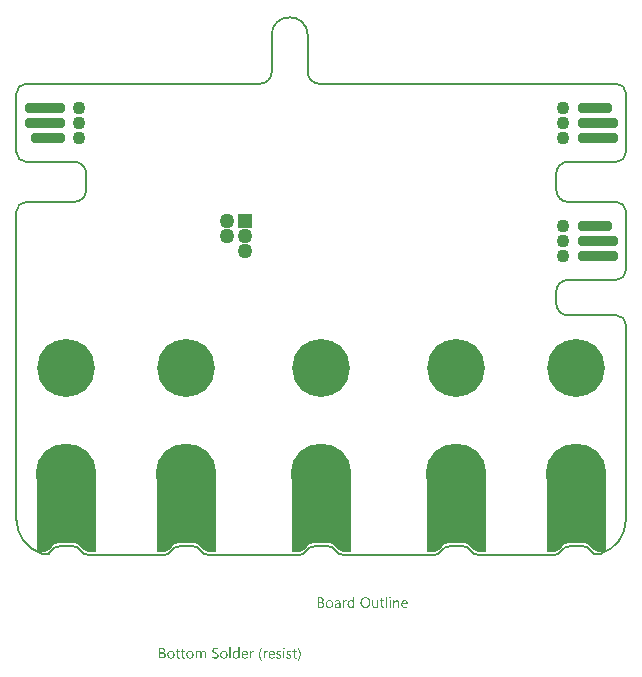
<source format=gbs>
G04*
G04 #@! TF.GenerationSoftware,Altium Limited,Altium Designer,22.11.1 (43)*
G04*
G04 Layer_Color=16711935*
%FSAX44Y44*%
%MOMM*%
G71*
G04*
G04 #@! TF.SameCoordinates,9ACCB5CA-CB32-4648-9133-37158E338149*
G04*
G04*
G04 #@! TF.FilePolarity,Negative*
G04*
G01*
G75*
%ADD13C,0.2000*%
%ADD56C,1.2600*%
%ADD57R,1.2600X1.2600*%
%ADD58C,5.1500*%
%ADD59C,0.1500*%
%ADD60C,1.1000*%
G04:AMPARAMS|DCode=87|XSize=0.9mm|YSize=3.4mm|CornerRadius=0.351mm|HoleSize=0mm|Usage=FLASHONLY|Rotation=90.000|XOffset=0mm|YOffset=0mm|HoleType=Round|Shape=RoundedRectangle|*
%AMROUNDEDRECTD87*
21,1,0.9000,2.6980,0,0,90.0*
21,1,0.1980,3.4000,0,0,90.0*
1,1,0.7020,1.3490,0.0990*
1,1,0.7020,1.3490,-0.0990*
1,1,0.7020,-1.3490,-0.0990*
1,1,0.7020,-1.3490,0.0990*
%
%ADD87ROUNDEDRECTD87*%
G04:AMPARAMS|DCode=88|XSize=0.9mm|YSize=2.9mm|CornerRadius=0.351mm|HoleSize=0mm|Usage=FLASHONLY|Rotation=90.000|XOffset=0mm|YOffset=0mm|HoleType=Round|Shape=RoundedRectangle|*
%AMROUNDEDRECTD88*
21,1,0.9000,2.1980,0,0,90.0*
21,1,0.1980,2.9000,0,0,90.0*
1,1,0.7020,1.0990,0.0990*
1,1,0.7020,1.0990,-0.0990*
1,1,0.7020,-1.0990,-0.0990*
1,1,0.7020,-1.0990,0.0990*
%
%ADD88ROUNDEDRECTD88*%
%ADD91C,4.9000*%
G36*
X-00089408Y-00043030D02*
X-00089406Y-00043030D01*
X-00089406Y-00050344D01*
X-00094651Y-00050326D01*
X-00094651Y-00050326D01*
X-00095667Y-00050323D01*
X-00097634Y-00049810D01*
X-00099410Y-00048820D01*
X-00100881Y-00047417D01*
X-00101418Y-00046553D01*
X-00101418Y-00046554D01*
X-00102013Y-00045778D01*
X-00103462Y-00044473D01*
X-00105184Y-00043558D01*
X-00107076Y-00043086D01*
X-00107266Y-00043074D01*
X-00120588Y-00043074D01*
X-00121497Y-00043130D01*
X-00123389Y-00043601D01*
X-00125111Y-00044517D01*
X-00126560Y-00045822D01*
X-00127155Y-00046597D01*
X-00127155Y-00046597D01*
X-00127691Y-00047461D01*
X-00129163Y-00048864D01*
X-00130938Y-00049854D01*
X-00132905Y-00050367D01*
X-00133922Y-00050370D01*
X-00133922Y-00050370D01*
X-00139187Y-00050388D01*
X-00139187Y-00043074D01*
X-00137870Y-00043074D01*
X-00139192Y-00043074D01*
X-00139192Y00012552D01*
X-00089408Y00012552D01*
X-00089408Y-00043030D01*
X-00089408Y-00043030D02*
G37*
G36*
X-00191008Y-00043030D02*
X-00191006Y-00043030D01*
X-00191006Y-00050344D01*
X-00196251Y-00050326D01*
X-00196251Y-00050326D01*
X-00197267Y-00050323D01*
X-00199234Y-00049810D01*
X-00201010Y-00048820D01*
X-00202481Y-00047417D01*
X-00203018Y-00046553D01*
X-00203018Y-00046554D01*
X-00203613Y-00045778D01*
X-00205062Y-00044473D01*
X-00206784Y-00043558D01*
X-00208676Y-00043086D01*
X-00208866Y-00043074D01*
X-00222188Y-00043074D01*
X-00223097Y-00043130D01*
X-00224989Y-00043601D01*
X-00226711Y-00044517D01*
X-00228160Y-00045822D01*
X-00228755Y-00046597D01*
X-00228755Y-00046597D01*
X-00229291Y-00047461D01*
X-00230763Y-00048864D01*
X-00232538Y-00049854D01*
X-00234505Y-00050367D01*
X-00235522Y-00050370D01*
X-00235522Y-00050370D01*
X-00240787Y-00050388D01*
X-00240787Y-00043074D01*
X-00239470Y-00043074D01*
X-00240792Y-00043074D01*
X-00240792Y00012552D01*
X-00191008Y00012552D01*
X-00191008Y-00043030D01*
X-00191008Y-00043030D02*
G37*
G36*
X00240792Y-00043030D02*
X00240794Y-00043030D01*
X00240794Y-00050344D01*
X00235549Y-00050326D01*
X00235549Y-00050326D01*
X00234533Y-00050323D01*
X00232566Y-00049810D01*
X00230790Y-00048820D01*
X00229319Y-00047417D01*
X00228782Y-00046554D01*
X00228782Y-00046554D01*
X00228187Y-00045778D01*
X00226738Y-00044473D01*
X00225016Y-00043558D01*
X00223124Y-00043086D01*
X00222934Y-00043074D01*
X00209613Y-00043074D01*
X00208703Y-00043130D01*
X00206811Y-00043601D01*
X00205089Y-00044517D01*
X00203640Y-00045822D01*
X00203045Y-00046597D01*
X00203045Y-00046597D01*
X00202509Y-00047461D01*
X00201037Y-00048864D01*
X00199262Y-00049854D01*
X00197295Y-00050367D01*
X00196278Y-00050370D01*
X00196278Y-00050370D01*
X00191013Y-00050388D01*
X00191013Y-00043074D01*
X00192330Y-00043074D01*
X00191008Y-00043074D01*
X00191008Y00012552D01*
X00240792Y00012552D01*
X00240792Y-00043030D01*
X00240792Y-00043030D02*
G37*
G36*
X00139192Y-00043030D02*
X00139194Y-00043030D01*
X00139194Y-00050344D01*
X00133949Y-00050326D01*
X00133949Y-00050326D01*
X00132933Y-00050323D01*
X00130966Y-00049810D01*
X00129190Y-00048820D01*
X00127719Y-00047417D01*
X00127182Y-00046554D01*
X00127182Y-00046554D01*
X00126587Y-00045778D01*
X00125138Y-00044473D01*
X00123416Y-00043558D01*
X00121524Y-00043086D01*
X00121334Y-00043074D01*
X00108013Y-00043074D01*
X00107103Y-00043130D01*
X00105211Y-00043601D01*
X00103489Y-00044517D01*
X00102040Y-00045822D01*
X00101445Y-00046597D01*
X00101445Y-00046597D01*
X00100908Y-00047461D01*
X00099437Y-00048864D01*
X00097662Y-00049854D01*
X00095695Y-00050367D01*
X00094678Y-00050370D01*
X00094678Y-00050370D01*
X00089413Y-00050388D01*
X00089413Y-00043074D01*
X00090730Y-00043074D01*
X00089408Y-00043074D01*
X00089408Y00012552D01*
X00139192Y00012552D01*
X00139192Y-00043030D01*
X00139192Y-00043030D02*
G37*
G36*
X00024892Y-00043030D02*
X00024894Y-00043030D01*
X00024894Y-00050344D01*
X00019649Y-00050326D01*
X00019649Y-00050326D01*
X00018633Y-00050323D01*
X00016666Y-00049810D01*
X00014890Y-00048820D01*
X00013419Y-00047417D01*
X00012882Y-00046554D01*
X00012882Y-00046554D01*
X00012287Y-00045778D01*
X00010838Y-00044473D01*
X00009116Y-00043558D01*
X00007224Y-00043086D01*
X00007034Y-00043074D01*
X-00006288Y-00043074D01*
X-00007197Y-00043130D01*
X-00009089Y-00043601D01*
X-00010811Y-00044517D01*
X-00012260Y-00045822D01*
X-00012855Y-00046597D01*
X-00012855Y-00046597D01*
X-00013391Y-00047461D01*
X-00014863Y-00048864D01*
X-00016638Y-00049854D01*
X-00018605Y-00050367D01*
X-00019622Y-00050370D01*
X-00019622Y-00050370D01*
X-00024887Y-00050388D01*
X-00024887Y-00043074D01*
X-00023570Y-00043074D01*
X-00024892Y-00043074D01*
X-00024892Y00012552D01*
X00024892Y00012552D01*
X00024892Y-00043030D01*
X00024892Y-00043030D02*
G37*
G36*
X00058526Y-00088369D02*
X00058597Y-00088384D01*
X00058667Y-00088408D01*
X00058746Y-00088447D01*
X00058824Y-00088494D01*
X00058903Y-00088557D01*
X00058911Y-00088565D01*
X00058934Y-00088588D01*
X00058966Y-00088628D01*
X00059005Y-00088683D01*
X00059036Y-00088753D01*
X00059068Y-00088832D01*
X00059091Y-00088926D01*
X00059099Y-00089028D01*
X00059099Y-00089044D01*
X00059099Y-00089075D01*
X00059091Y-00089122D01*
X00059075Y-00089193D01*
X00059052Y-00089263D01*
X00059013Y-00089342D01*
X00058966Y-00089420D01*
X00058903Y-00089499D01*
X00058895Y-00089507D01*
X00058871Y-00089530D01*
X00058824Y-00089562D01*
X00058769Y-00089593D01*
X00058699Y-00089624D01*
X00058620Y-00089656D01*
X00058534Y-00089679D01*
X00058432Y-00089687D01*
X00058385Y-00089687D01*
X00058338Y-00089679D01*
X00058267Y-00089664D01*
X00058197Y-00089640D01*
X00058118Y-00089609D01*
X00058039Y-00089569D01*
X00057961Y-00089507D01*
X00057953Y-00089499D01*
X00057930Y-00089475D01*
X00057898Y-00089428D01*
X00057867Y-00089373D01*
X00057835Y-00089310D01*
X00057804Y-00089224D01*
X00057780Y-00089130D01*
X00057773Y-00089028D01*
X00057773Y-00089012D01*
X00057773Y-00088981D01*
X00057780Y-00088926D01*
X00057796Y-00088863D01*
X00057820Y-00088785D01*
X00057851Y-00088706D01*
X00057898Y-00088628D01*
X00057961Y-00088557D01*
X00057969Y-00088549D01*
X00057992Y-00088526D01*
X00058039Y-00088494D01*
X00058095Y-00088455D01*
X00058165Y-00088424D01*
X00058244Y-00088392D01*
X00058330Y-00088369D01*
X00058432Y-00088361D01*
X00058479Y-00088361D01*
X00058526Y-00088369D01*
X00058526Y-00088369D02*
G37*
G36*
X00028128Y-00097677D02*
X00027108Y-00097677D01*
X00027108Y-00096602D01*
X00027085Y-00096602D01*
X00027077Y-00096617D01*
X00027053Y-00096657D01*
X00027006Y-00096712D01*
X00026951Y-00096790D01*
X00026873Y-00096884D01*
X00026786Y-00096986D01*
X00026676Y-00097096D01*
X00026543Y-00097214D01*
X00026402Y-00097332D01*
X00026237Y-00097442D01*
X00026056Y-00097544D01*
X00025860Y-00097638D01*
X00025648Y-00097716D01*
X00025413Y-00097771D01*
X00025162Y-00097810D01*
X00024895Y-00097826D01*
X00024840Y-00097826D01*
X00024777Y-00097818D01*
X00024699Y-00097810D01*
X00024597Y-00097803D01*
X00024479Y-00097779D01*
X00024346Y-00097755D01*
X00024204Y-00097716D01*
X00024055Y-00097677D01*
X00023898Y-00097614D01*
X00023741Y-00097551D01*
X00023576Y-00097465D01*
X00023419Y-00097371D01*
X00023262Y-00097253D01*
X00023113Y-00097120D01*
X00022972Y-00096971D01*
X00022964Y-00096963D01*
X00022941Y-00096931D01*
X00022909Y-00096884D01*
X00022862Y-00096814D01*
X00022807Y-00096727D01*
X00022744Y-00096625D01*
X00022682Y-00096500D01*
X00022619Y-00096358D01*
X00022548Y-00096201D01*
X00022485Y-00096029D01*
X00022423Y-00095833D01*
X00022368Y-00095629D01*
X00022321Y-00095409D01*
X00022289Y-00095166D01*
X00022266Y-00094914D01*
X00022258Y-00094648D01*
X00022258Y-00094640D01*
X00022258Y-00094632D01*
X00022258Y-00094608D01*
X00022258Y-00094577D01*
X00022266Y-00094498D01*
X00022273Y-00094389D01*
X00022281Y-00094247D01*
X00022297Y-00094098D01*
X00022321Y-00093925D01*
X00022360Y-00093737D01*
X00022399Y-00093541D01*
X00022454Y-00093329D01*
X00022517Y-00093125D01*
X00022595Y-00092905D01*
X00022682Y-00092701D01*
X00022792Y-00092497D01*
X00022909Y-00092301D01*
X00023050Y-00092112D01*
X00023058Y-00092105D01*
X00023090Y-00092073D01*
X00023137Y-00092026D01*
X00023200Y-00091963D01*
X00023278Y-00091893D01*
X00023372Y-00091806D01*
X00023490Y-00091720D01*
X00023616Y-00091634D01*
X00023765Y-00091547D01*
X00023922Y-00091461D01*
X00024094Y-00091375D01*
X00024283Y-00091304D01*
X00024487Y-00091241D01*
X00024706Y-00091194D01*
X00024934Y-00091163D01*
X00025177Y-00091155D01*
X00025232Y-00091155D01*
X00025303Y-00091163D01*
X00025389Y-00091171D01*
X00025499Y-00091186D01*
X00025625Y-00091210D01*
X00025758Y-00091241D01*
X00025907Y-00091280D01*
X00026064Y-00091335D01*
X00026221Y-00091406D01*
X00026378Y-00091492D01*
X00026535Y-00091594D01*
X00026684Y-00091712D01*
X00026834Y-00091846D01*
X00026967Y-00092010D01*
X00027085Y-00092191D01*
X00027108Y-00092191D01*
X00027108Y-00088243D01*
X00028128Y-00088243D01*
X00028128Y-00097677D01*
X00028128Y-00097677D02*
G37*
G36*
X00064232Y-00091163D02*
X00064303Y-00091163D01*
X00064389Y-00091178D01*
X00064491Y-00091194D01*
X00064601Y-00091210D01*
X00064719Y-00091241D01*
X00064844Y-00091273D01*
X00064978Y-00091320D01*
X00065111Y-00091375D01*
X00065244Y-00091445D01*
X00065370Y-00091524D01*
X00065496Y-00091610D01*
X00065613Y-00091720D01*
X00065723Y-00091838D01*
X00065731Y-00091846D01*
X00065747Y-00091869D01*
X00065778Y-00091908D01*
X00065810Y-00091963D01*
X00065849Y-00092034D01*
X00065896Y-00092120D01*
X00065951Y-00092222D01*
X00066006Y-00092332D01*
X00066053Y-00092466D01*
X00066108Y-00092607D01*
X00066155Y-00092772D01*
X00066194Y-00092944D01*
X00066226Y-00093133D01*
X00066257Y-00093337D01*
X00066273Y-00093549D01*
X00066281Y-00093784D01*
X00066281Y-00097677D01*
X00065260Y-00097677D01*
X00065260Y-00094043D01*
X00065260Y-00094035D01*
X00065260Y-00094020D01*
X00065260Y-00093996D01*
X00065260Y-00093957D01*
X00065252Y-00093910D01*
X00065252Y-00093855D01*
X00065237Y-00093729D01*
X00065213Y-00093572D01*
X00065182Y-00093400D01*
X00065135Y-00093219D01*
X00065072Y-00093031D01*
X00064993Y-00092842D01*
X00064899Y-00092662D01*
X00064781Y-00092489D01*
X00064632Y-00092332D01*
X00064468Y-00092207D01*
X00064373Y-00092152D01*
X00064264Y-00092105D01*
X00064154Y-00092065D01*
X00064036Y-00092042D01*
X00063910Y-00092026D01*
X00063777Y-00092018D01*
X00063706Y-00092018D01*
X00063651Y-00092026D01*
X00063589Y-00092034D01*
X00063510Y-00092050D01*
X00063424Y-00092065D01*
X00063337Y-00092089D01*
X00063235Y-00092120D01*
X00063133Y-00092160D01*
X00063031Y-00092207D01*
X00062921Y-00092261D01*
X00062819Y-00092332D01*
X00062709Y-00092411D01*
X00062607Y-00092497D01*
X00062513Y-00092599D01*
X00062505Y-00092607D01*
X00062490Y-00092622D01*
X00062466Y-00092654D01*
X00062435Y-00092701D01*
X00062396Y-00092756D01*
X00062356Y-00092827D01*
X00062309Y-00092905D01*
X00062262Y-00092991D01*
X00062215Y-00093094D01*
X00062168Y-00093203D01*
X00062129Y-00093321D01*
X00062089Y-00093447D01*
X00062058Y-00093588D01*
X00062035Y-00093729D01*
X00062019Y-00093886D01*
X00062011Y-00094043D01*
X00062011Y-00097677D01*
X00060991Y-00097677D01*
X00060991Y-00091304D01*
X00062011Y-00091304D01*
X00062011Y-00092364D01*
X00062035Y-00092364D01*
X00062042Y-00092348D01*
X00062066Y-00092309D01*
X00062113Y-00092254D01*
X00062168Y-00092175D01*
X00062246Y-00092081D01*
X00062333Y-00091979D01*
X00062443Y-00091869D01*
X00062568Y-00091759D01*
X00062709Y-00091649D01*
X00062866Y-00091539D01*
X00063039Y-00091437D01*
X00063220Y-00091343D01*
X00063424Y-00091265D01*
X00063643Y-00091210D01*
X00063879Y-00091171D01*
X00064130Y-00091155D01*
X00064177Y-00091155D01*
X00064232Y-00091163D01*
X00064232Y-00091163D02*
G37*
G36*
X00021112Y-00091202D02*
X00021198Y-00091202D01*
X00021292Y-00091218D01*
X00021394Y-00091233D01*
X00021497Y-00091249D01*
X00021583Y-00091280D01*
X00021583Y-00092340D01*
X00021567Y-00092332D01*
X00021536Y-00092309D01*
X00021473Y-00092277D01*
X00021387Y-00092238D01*
X00021269Y-00092199D01*
X00021143Y-00092167D01*
X00020986Y-00092144D01*
X00020806Y-00092136D01*
X00020743Y-00092136D01*
X00020696Y-00092144D01*
X00020641Y-00092152D01*
X00020578Y-00092167D01*
X00020429Y-00092214D01*
X00020343Y-00092246D01*
X00020256Y-00092285D01*
X00020162Y-00092340D01*
X00020068Y-00092395D01*
X00019982Y-00092466D01*
X00019887Y-00092552D01*
X00019801Y-00092646D01*
X00019715Y-00092756D01*
X00019707Y-00092764D01*
X00019699Y-00092787D01*
X00019676Y-00092819D01*
X00019644Y-00092866D01*
X00019613Y-00092929D01*
X00019574Y-00093007D01*
X00019534Y-00093094D01*
X00019495Y-00093195D01*
X00019456Y-00093305D01*
X00019417Y-00093431D01*
X00019377Y-00093572D01*
X00019346Y-00093721D01*
X00019315Y-00093886D01*
X00019291Y-00094059D01*
X00019283Y-00094239D01*
X00019275Y-00094436D01*
X00019275Y-00097677D01*
X00018255Y-00097677D01*
X00018255Y-00091304D01*
X00019275Y-00091304D01*
X00019275Y-00092622D01*
X00019299Y-00092622D01*
X00019299Y-00092615D01*
X00019307Y-00092591D01*
X00019322Y-00092560D01*
X00019338Y-00092513D01*
X00019362Y-00092458D01*
X00019393Y-00092387D01*
X00019464Y-00092238D01*
X00019558Y-00092065D01*
X00019676Y-00091893D01*
X00019809Y-00091728D01*
X00019966Y-00091571D01*
X00019974Y-00091563D01*
X00019990Y-00091555D01*
X00020013Y-00091539D01*
X00020045Y-00091508D01*
X00020084Y-00091484D01*
X00020139Y-00091453D01*
X00020256Y-00091383D01*
X00020405Y-00091312D01*
X00020578Y-00091249D01*
X00020766Y-00091210D01*
X00020869Y-00091202D01*
X00020971Y-00091194D01*
X00021033Y-00091194D01*
X00021112Y-00091202D01*
X00021112Y-00091202D02*
G37*
G36*
X00048449Y-00097677D02*
X00047428Y-00097677D01*
X00047428Y-00096672D01*
X00047405Y-00096672D01*
X00047397Y-00096688D01*
X00047373Y-00096720D01*
X00047334Y-00096782D01*
X00047287Y-00096853D01*
X00047216Y-00096939D01*
X00047130Y-00097034D01*
X00047036Y-00097143D01*
X00046918Y-00097245D01*
X00046792Y-00097355D01*
X00046643Y-00097457D01*
X00046486Y-00097559D01*
X00046306Y-00097646D01*
X00046110Y-00097716D01*
X00045906Y-00097779D01*
X00045678Y-00097810D01*
X00045435Y-00097826D01*
X00045380Y-00097826D01*
X00045340Y-00097818D01*
X00045286Y-00097818D01*
X00045223Y-00097810D01*
X00045152Y-00097795D01*
X00045082Y-00097787D01*
X00044909Y-00097740D01*
X00044713Y-00097685D01*
X00044509Y-00097599D01*
X00044406Y-00097544D01*
X00044297Y-00097489D01*
X00044187Y-00097418D01*
X00044085Y-00097347D01*
X00043983Y-00097261D01*
X00043881Y-00097167D01*
X00043779Y-00097057D01*
X00043684Y-00096947D01*
X00043598Y-00096821D01*
X00043512Y-00096680D01*
X00043441Y-00096531D01*
X00043370Y-00096374D01*
X00043308Y-00096201D01*
X00043253Y-00096013D01*
X00043214Y-00095809D01*
X00043182Y-00095597D01*
X00043166Y-00095362D01*
X00043159Y-00095118D01*
X00043159Y-00091304D01*
X00044171Y-00091304D01*
X00044171Y-00094954D01*
X00044171Y-00094961D01*
X00044171Y-00094977D01*
X00044171Y-00095001D01*
X00044171Y-00095040D01*
X00044179Y-00095087D01*
X00044179Y-00095142D01*
X00044195Y-00095267D01*
X00044218Y-00095424D01*
X00044250Y-00095589D01*
X00044304Y-00095778D01*
X00044367Y-00095958D01*
X00044446Y-00096147D01*
X00044548Y-00096335D01*
X00044673Y-00096500D01*
X00044823Y-00096657D01*
X00045003Y-00096782D01*
X00045097Y-00096837D01*
X00045207Y-00096884D01*
X00045325Y-00096924D01*
X00045443Y-00096947D01*
X00045576Y-00096963D01*
X00045717Y-00096971D01*
X00045788Y-00096971D01*
X00045843Y-00096963D01*
X00045906Y-00096955D01*
X00045976Y-00096939D01*
X00046063Y-00096924D01*
X00046149Y-00096900D01*
X00046243Y-00096876D01*
X00046345Y-00096837D01*
X00046447Y-00096790D01*
X00046549Y-00096735D01*
X00046651Y-00096672D01*
X00046753Y-00096602D01*
X00046847Y-00096516D01*
X00046942Y-00096421D01*
X00046950Y-00096413D01*
X00046965Y-00096398D01*
X00046989Y-00096366D01*
X00047020Y-00096319D01*
X00047052Y-00096264D01*
X00047099Y-00096201D01*
X00047138Y-00096123D01*
X00047185Y-00096037D01*
X00047232Y-00095935D01*
X00047271Y-00095825D01*
X00047318Y-00095707D01*
X00047350Y-00095582D01*
X00047381Y-00095440D01*
X00047405Y-00095299D01*
X00047420Y-00095142D01*
X00047428Y-00094977D01*
X00047428Y-00091304D01*
X00048449Y-00091304D01*
X00048449Y-00097677D01*
X00048449Y-00097677D02*
G37*
G36*
X00058926Y-00097677D02*
X00057906Y-00097677D01*
X00057906Y-00091304D01*
X00058926Y-00091304D01*
X00058926Y-00097677D01*
X00058926Y-00097677D02*
G37*
G36*
X00055842Y-00097677D02*
X00054822Y-00097677D01*
X00054822Y-00088243D01*
X00055842Y-00088243D01*
X00055842Y-00097677D01*
X00055842Y-00097677D02*
G37*
G36*
X00014182Y-00091163D02*
X00014237Y-00091163D01*
X00014291Y-00091171D01*
X00014362Y-00091178D01*
X00014441Y-00091194D01*
X00014605Y-00091226D01*
X00014802Y-00091280D01*
X00014998Y-00091351D01*
X00015210Y-00091453D01*
X00015422Y-00091579D01*
X00015524Y-00091649D01*
X00015626Y-00091736D01*
X00015720Y-00091830D01*
X00015814Y-00091924D01*
X00015900Y-00092034D01*
X00015979Y-00092160D01*
X00016057Y-00092285D01*
X00016128Y-00092426D01*
X00016183Y-00092583D01*
X00016238Y-00092748D01*
X00016277Y-00092921D01*
X00016308Y-00093117D01*
X00016324Y-00093313D01*
X00016332Y-00093533D01*
X00016332Y-00097677D01*
X00015312Y-00097677D01*
X00015312Y-00096688D01*
X00015288Y-00096688D01*
X00015280Y-00096704D01*
X00015257Y-00096735D01*
X00015218Y-00096790D01*
X00015163Y-00096869D01*
X00015092Y-00096955D01*
X00015006Y-00097049D01*
X00014912Y-00097151D01*
X00014794Y-00097253D01*
X00014660Y-00097363D01*
X00014519Y-00097465D01*
X00014354Y-00097559D01*
X00014182Y-00097646D01*
X00013985Y-00097724D01*
X00013781Y-00097779D01*
X00013562Y-00097810D01*
X00013326Y-00097826D01*
X00013232Y-00097826D01*
X00013169Y-00097818D01*
X00013091Y-00097810D01*
X00012996Y-00097803D01*
X00012894Y-00097787D01*
X00012785Y-00097763D01*
X00012541Y-00097701D01*
X00012423Y-00097661D01*
X00012298Y-00097614D01*
X00012172Y-00097559D01*
X00012055Y-00097489D01*
X00011945Y-00097410D01*
X00011835Y-00097324D01*
X00011827Y-00097316D01*
X00011811Y-00097300D01*
X00011788Y-00097269D01*
X00011748Y-00097230D01*
X00011709Y-00097183D01*
X00011670Y-00097120D01*
X00011615Y-00097049D01*
X00011568Y-00096971D01*
X00011521Y-00096876D01*
X00011474Y-00096775D01*
X00011427Y-00096665D01*
X00011387Y-00096547D01*
X00011348Y-00096421D01*
X00011325Y-00096288D01*
X00011309Y-00096139D01*
X00011301Y-00095990D01*
X00011301Y-00095982D01*
X00011301Y-00095966D01*
X00011301Y-00095942D01*
X00011309Y-00095911D01*
X00011309Y-00095872D01*
X00011317Y-00095825D01*
X00011332Y-00095707D01*
X00011364Y-00095566D01*
X00011411Y-00095409D01*
X00011474Y-00095236D01*
X00011568Y-00095056D01*
X00011678Y-00094875D01*
X00011811Y-00094695D01*
X00011898Y-00094608D01*
X00011984Y-00094522D01*
X00012086Y-00094436D01*
X00012188Y-00094357D01*
X00012306Y-00094279D01*
X00012431Y-00094208D01*
X00012565Y-00094145D01*
X00012714Y-00094082D01*
X00012871Y-00094027D01*
X00013036Y-00093980D01*
X00013216Y-00093941D01*
X00013405Y-00093910D01*
X00015312Y-00093643D01*
X00015312Y-00093635D01*
X00015312Y-00093627D01*
X00015312Y-00093604D01*
X00015312Y-00093572D01*
X00015304Y-00093494D01*
X00015288Y-00093392D01*
X00015273Y-00093266D01*
X00015241Y-00093125D01*
X00015202Y-00092984D01*
X00015147Y-00092827D01*
X00015076Y-00092677D01*
X00014990Y-00092528D01*
X00014888Y-00092395D01*
X00014762Y-00092269D01*
X00014605Y-00092167D01*
X00014433Y-00092089D01*
X00014339Y-00092057D01*
X00014229Y-00092034D01*
X00014119Y-00092026D01*
X00014001Y-00092018D01*
X00013946Y-00092018D01*
X00013891Y-00092026D01*
X00013805Y-00092034D01*
X00013703Y-00092042D01*
X00013585Y-00092057D01*
X00013452Y-00092081D01*
X00013310Y-00092112D01*
X00013153Y-00092160D01*
X00012989Y-00092207D01*
X00012816Y-00092269D01*
X00012635Y-00092348D01*
X00012455Y-00092442D01*
X00012274Y-00092544D01*
X00012094Y-00092662D01*
X00011921Y-00092803D01*
X00011921Y-00091759D01*
X00011929Y-00091751D01*
X00011960Y-00091736D01*
X00012015Y-00091704D01*
X00012086Y-00091665D01*
X00012180Y-00091618D01*
X00012282Y-00091571D01*
X00012408Y-00091516D01*
X00012549Y-00091453D01*
X00012698Y-00091398D01*
X00012863Y-00091343D01*
X00013044Y-00091296D01*
X00013232Y-00091249D01*
X00013436Y-00091210D01*
X00013640Y-00091178D01*
X00013860Y-00091163D01*
X00014087Y-00091155D01*
X00014142Y-00091155D01*
X00014182Y-00091163D01*
X00014182Y-00091163D02*
G37*
G36*
X-00000134Y-00088761D02*
X-00000040Y-00088769D01*
X00000070Y-00088785D01*
X00000195Y-00088800D01*
X00000337Y-00088824D01*
X00000478Y-00088855D01*
X00000627Y-00088895D01*
X00000784Y-00088942D01*
X00000933Y-00088996D01*
X00001090Y-00089059D01*
X00001231Y-00089138D01*
X00001373Y-00089224D01*
X00001506Y-00089326D01*
X00001514Y-00089334D01*
X00001538Y-00089350D01*
X00001569Y-00089381D01*
X00001608Y-00089428D01*
X00001663Y-00089483D01*
X00001718Y-00089554D01*
X00001781Y-00089632D01*
X00001844Y-00089719D01*
X00001906Y-00089821D01*
X00001969Y-00089930D01*
X00002024Y-00090056D01*
X00002079Y-00090182D01*
X00002118Y-00090323D01*
X00002150Y-00090472D01*
X00002173Y-00090629D01*
X00002181Y-00090794D01*
X00002181Y-00090802D01*
X00002181Y-00090825D01*
X00002181Y-00090864D01*
X00002173Y-00090919D01*
X00002165Y-00090990D01*
X00002157Y-00091061D01*
X00002150Y-00091147D01*
X00002134Y-00091241D01*
X00002079Y-00091453D01*
X00002008Y-00091673D01*
X00001961Y-00091791D01*
X00001906Y-00091901D01*
X00001844Y-00092010D01*
X00001773Y-00092120D01*
X00001765Y-00092128D01*
X00001757Y-00092144D01*
X00001734Y-00092175D01*
X00001694Y-00092214D01*
X00001655Y-00092254D01*
X00001608Y-00092309D01*
X00001545Y-00092364D01*
X00001482Y-00092426D01*
X00001404Y-00092489D01*
X00001318Y-00092560D01*
X00001223Y-00092622D01*
X00001121Y-00092693D01*
X00001012Y-00092756D01*
X00000902Y-00092811D01*
X00000643Y-00092913D01*
X00000643Y-00092936D01*
X00000651Y-00092936D01*
X00000682Y-00092944D01*
X00000729Y-00092952D01*
X00000792Y-00092960D01*
X00000870Y-00092976D01*
X00000957Y-00092999D01*
X00001059Y-00093031D01*
X00001161Y-00093062D01*
X00001388Y-00093148D01*
X00001514Y-00093203D01*
X00001632Y-00093274D01*
X00001749Y-00093345D01*
X00001867Y-00093423D01*
X00001985Y-00093517D01*
X00002087Y-00093619D01*
X00002095Y-00093627D01*
X00002110Y-00093643D01*
X00002134Y-00093674D01*
X00002173Y-00093721D01*
X00002212Y-00093784D01*
X00002260Y-00093847D01*
X00002307Y-00093933D01*
X00002362Y-00094020D01*
X00002409Y-00094122D01*
X00002456Y-00094239D01*
X00002503Y-00094357D01*
X00002542Y-00094490D01*
X00002581Y-00094640D01*
X00002605Y-00094789D01*
X00002621Y-00094946D01*
X00002628Y-00095118D01*
X00002628Y-00095134D01*
X00002628Y-00095166D01*
X00002621Y-00095228D01*
X00002613Y-00095307D01*
X00002605Y-00095409D01*
X00002581Y-00095519D01*
X00002558Y-00095644D01*
X00002526Y-00095778D01*
X00002479Y-00095927D01*
X00002424Y-00096076D01*
X00002362Y-00096225D01*
X00002283Y-00096382D01*
X00002189Y-00096539D01*
X00002079Y-00096688D01*
X00001953Y-00096829D01*
X00001804Y-00096971D01*
X00001796Y-00096979D01*
X00001765Y-00097002D01*
X00001718Y-00097034D01*
X00001655Y-00097081D01*
X00001577Y-00097135D01*
X00001475Y-00097190D01*
X00001365Y-00097261D01*
X00001239Y-00097324D01*
X00001090Y-00097387D01*
X00000933Y-00097449D01*
X00000768Y-00097512D01*
X00000580Y-00097567D01*
X00000384Y-00097614D01*
X00000180Y-00097646D01*
X-00000040Y-00097669D01*
X-00000268Y-00097677D01*
X-00002866Y-00097677D01*
X-00002866Y-00088753D01*
X-00000221Y-00088753D01*
X-00000134Y-00088761D01*
X-00000134Y-00088761D02*
G37*
G36*
X00051855Y-00091304D02*
X00053464Y-00091304D01*
X00053464Y-00092183D01*
X00051855Y-00092183D01*
X00051855Y-00095770D01*
X00051855Y-00095778D01*
X00051855Y-00095801D01*
X00051855Y-00095833D01*
X00051855Y-00095872D01*
X00051863Y-00095927D01*
X00051870Y-00095990D01*
X00051886Y-00096123D01*
X00051910Y-00096280D01*
X00051949Y-00096429D01*
X00052004Y-00096570D01*
X00052035Y-00096633D01*
X00052075Y-00096688D01*
X00052082Y-00096696D01*
X00052114Y-00096727D01*
X00052169Y-00096775D01*
X00052247Y-00096821D01*
X00052349Y-00096876D01*
X00052475Y-00096916D01*
X00052624Y-00096947D01*
X00052797Y-00096963D01*
X00052860Y-00096963D01*
X00052930Y-00096955D01*
X00053024Y-00096939D01*
X00053126Y-00096908D01*
X00053244Y-00096876D01*
X00053354Y-00096821D01*
X00053464Y-00096751D01*
X00053464Y-00097622D01*
X00053456Y-00097622D01*
X00053448Y-00097630D01*
X00053425Y-00097638D01*
X00053401Y-00097654D01*
X00053315Y-00097685D01*
X00053213Y-00097716D01*
X00053071Y-00097748D01*
X00052906Y-00097779D01*
X00052718Y-00097803D01*
X00052506Y-00097810D01*
X00052436Y-00097810D01*
X00052349Y-00097795D01*
X00052247Y-00097779D01*
X00052122Y-00097755D01*
X00051980Y-00097708D01*
X00051823Y-00097654D01*
X00051674Y-00097575D01*
X00051517Y-00097481D01*
X00051360Y-00097355D01*
X00051219Y-00097206D01*
X00051156Y-00097120D01*
X00051094Y-00097026D01*
X00051039Y-00096924D01*
X00050992Y-00096814D01*
X00050944Y-00096696D01*
X00050905Y-00096562D01*
X00050874Y-00096429D01*
X00050850Y-00096280D01*
X00050842Y-00096123D01*
X00050834Y-00095950D01*
X00050834Y-00092183D01*
X00049744Y-00092183D01*
X00049744Y-00091304D01*
X00050834Y-00091304D01*
X00050834Y-00089750D01*
X00051855Y-00089420D01*
X00051855Y-00091304D01*
X00051855Y-00091304D02*
G37*
G36*
X00070825Y-00091163D02*
X00070911Y-00091171D01*
X00071021Y-00091178D01*
X00071139Y-00091194D01*
X00071272Y-00091226D01*
X00071413Y-00091257D01*
X00071571Y-00091296D01*
X00071727Y-00091351D01*
X00071884Y-00091422D01*
X00072049Y-00091500D01*
X00072206Y-00091594D01*
X00072355Y-00091704D01*
X00072505Y-00091830D01*
X00072638Y-00091971D01*
X00072646Y-00091979D01*
X00072669Y-00092010D01*
X00072701Y-00092057D01*
X00072748Y-00092120D01*
X00072795Y-00092199D01*
X00072858Y-00092301D01*
X00072920Y-00092418D01*
X00072983Y-00092552D01*
X00073046Y-00092709D01*
X00073109Y-00092874D01*
X00073172Y-00093062D01*
X00073219Y-00093258D01*
X00073266Y-00093478D01*
X00073297Y-00093706D01*
X00073321Y-00093957D01*
X00073329Y-00094216D01*
X00073329Y-00094749D01*
X00068823Y-00094749D01*
X00068823Y-00094765D01*
X00068823Y-00094797D01*
X00068831Y-00094852D01*
X00068839Y-00094922D01*
X00068847Y-00095016D01*
X00068863Y-00095118D01*
X00068878Y-00095228D01*
X00068910Y-00095354D01*
X00068980Y-00095621D01*
X00069028Y-00095754D01*
X00069082Y-00095895D01*
X00069145Y-00096029D01*
X00069216Y-00096162D01*
X00069302Y-00096280D01*
X00069397Y-00096398D01*
X00069404Y-00096406D01*
X00069420Y-00096421D01*
X00069451Y-00096453D01*
X00069499Y-00096484D01*
X00069553Y-00096531D01*
X00069624Y-00096578D01*
X00069703Y-00096633D01*
X00069789Y-00096680D01*
X00069891Y-00096735D01*
X00070009Y-00096790D01*
X00070126Y-00096837D01*
X00070268Y-00096884D01*
X00070409Y-00096916D01*
X00070566Y-00096947D01*
X00070731Y-00096963D01*
X00070903Y-00096971D01*
X00070950Y-00096971D01*
X00071005Y-00096963D01*
X00071084Y-00096963D01*
X00071178Y-00096947D01*
X00071288Y-00096931D01*
X00071413Y-00096908D01*
X00071555Y-00096884D01*
X00071704Y-00096845D01*
X00071861Y-00096798D01*
X00072026Y-00096743D01*
X00072191Y-00096672D01*
X00072363Y-00096594D01*
X00072536Y-00096500D01*
X00072709Y-00096390D01*
X00072881Y-00096264D01*
X00072881Y-00097222D01*
X00072873Y-00097230D01*
X00072842Y-00097245D01*
X00072795Y-00097277D01*
X00072732Y-00097316D01*
X00072646Y-00097363D01*
X00072544Y-00097410D01*
X00072426Y-00097465D01*
X00072293Y-00097520D01*
X00072136Y-00097583D01*
X00071971Y-00097638D01*
X00071790Y-00097685D01*
X00071594Y-00097732D01*
X00071382Y-00097771D01*
X00071154Y-00097803D01*
X00070911Y-00097818D01*
X00070660Y-00097826D01*
X00070597Y-00097826D01*
X00070535Y-00097818D01*
X00070440Y-00097810D01*
X00070323Y-00097803D01*
X00070189Y-00097779D01*
X00070048Y-00097755D01*
X00069891Y-00097716D01*
X00069726Y-00097669D01*
X00069553Y-00097614D01*
X00069373Y-00097544D01*
X00069200Y-00097465D01*
X00069020Y-00097363D01*
X00068855Y-00097245D01*
X00068690Y-00097112D01*
X00068541Y-00096963D01*
X00068533Y-00096955D01*
X00068510Y-00096924D01*
X00068470Y-00096869D01*
X00068423Y-00096798D01*
X00068360Y-00096712D01*
X00068298Y-00096602D01*
X00068227Y-00096476D01*
X00068156Y-00096327D01*
X00068086Y-00096170D01*
X00068015Y-00095982D01*
X00067952Y-00095786D01*
X00067889Y-00095566D01*
X00067842Y-00095330D01*
X00067803Y-00095079D01*
X00067780Y-00094804D01*
X00067772Y-00094522D01*
X00067772Y-00094514D01*
X00067772Y-00094506D01*
X00067772Y-00094483D01*
X00067772Y-00094459D01*
X00067780Y-00094381D01*
X00067787Y-00094271D01*
X00067795Y-00094145D01*
X00067819Y-00094004D01*
X00067842Y-00093839D01*
X00067874Y-00093659D01*
X00067921Y-00093470D01*
X00067976Y-00093274D01*
X00068046Y-00093070D01*
X00068125Y-00092866D01*
X00068219Y-00092670D01*
X00068337Y-00092466D01*
X00068463Y-00092277D01*
X00068612Y-00092097D01*
X00068619Y-00092089D01*
X00068651Y-00092057D01*
X00068698Y-00092010D01*
X00068761Y-00091948D01*
X00068847Y-00091877D01*
X00068949Y-00091798D01*
X00069059Y-00091712D01*
X00069192Y-00091626D01*
X00069334Y-00091539D01*
X00069499Y-00091453D01*
X00069671Y-00091375D01*
X00069852Y-00091304D01*
X00070048Y-00091241D01*
X00070260Y-00091194D01*
X00070480Y-00091163D01*
X00070707Y-00091155D01*
X00070762Y-00091155D01*
X00070825Y-00091163D01*
X00070825Y-00091163D02*
G37*
G36*
X00037696Y-00088612D02*
X00037751Y-00088612D01*
X00037806Y-00088620D01*
X00037877Y-00088620D01*
X00038033Y-00088643D01*
X00038214Y-00088667D01*
X00038418Y-00088706D01*
X00038638Y-00088761D01*
X00038865Y-00088824D01*
X00039109Y-00088910D01*
X00039352Y-00089012D01*
X00039603Y-00089130D01*
X00039854Y-00089271D01*
X00040090Y-00089436D01*
X00040325Y-00089632D01*
X00040545Y-00089852D01*
X00040561Y-00089868D01*
X00040592Y-00089907D01*
X00040647Y-00089978D01*
X00040725Y-00090080D01*
X00040804Y-00090205D01*
X00040906Y-00090354D01*
X00041008Y-00090527D01*
X00041110Y-00090723D01*
X00041212Y-00090951D01*
X00041314Y-00091194D01*
X00041416Y-00091461D01*
X00041502Y-00091751D01*
X00041573Y-00092065D01*
X00041628Y-00092395D01*
X00041659Y-00092740D01*
X00041675Y-00093109D01*
X00041675Y-00093117D01*
X00041675Y-00093133D01*
X00041675Y-00093164D01*
X00041675Y-00093203D01*
X00041667Y-00093258D01*
X00041667Y-00093321D01*
X00041659Y-00093392D01*
X00041659Y-00093470D01*
X00041652Y-00093556D01*
X00041644Y-00093651D01*
X00041612Y-00093863D01*
X00041581Y-00094106D01*
X00041534Y-00094357D01*
X00041471Y-00094632D01*
X00041393Y-00094914D01*
X00041298Y-00095197D01*
X00041189Y-00095487D01*
X00041055Y-00095770D01*
X00040898Y-00096052D01*
X00040718Y-00096311D01*
X00040514Y-00096562D01*
X00040498Y-00096578D01*
X00040459Y-00096617D01*
X00040396Y-00096680D01*
X00040302Y-00096759D01*
X00040184Y-00096853D01*
X00040043Y-00096963D01*
X00039886Y-00097073D01*
X00039697Y-00097190D01*
X00039485Y-00097308D01*
X00039250Y-00097426D01*
X00038999Y-00097536D01*
X00038724Y-00097630D01*
X00038426Y-00097708D01*
X00038112Y-00097771D01*
X00037774Y-00097810D01*
X00037421Y-00097826D01*
X00037335Y-00097826D01*
X00037296Y-00097818D01*
X00037241Y-00097818D01*
X00037178Y-00097810D01*
X00037107Y-00097803D01*
X00036943Y-00097787D01*
X00036762Y-00097763D01*
X00036550Y-00097724D01*
X00036330Y-00097669D01*
X00036087Y-00097606D01*
X00035844Y-00097520D01*
X00035593Y-00097418D01*
X00035333Y-00097300D01*
X00035082Y-00097159D01*
X00034839Y-00096986D01*
X00034596Y-00096798D01*
X00034376Y-00096578D01*
X00034360Y-00096562D01*
X00034329Y-00096523D01*
X00034274Y-00096453D01*
X00034195Y-00096351D01*
X00034109Y-00096225D01*
X00034015Y-00096076D01*
X00033913Y-00095903D01*
X00033811Y-00095699D01*
X00033701Y-00095479D01*
X00033599Y-00095236D01*
X00033505Y-00094969D01*
X00033419Y-00094679D01*
X00033340Y-00094365D01*
X00033285Y-00094035D01*
X00033254Y-00093690D01*
X00033238Y-00093321D01*
X00033238Y-00093313D01*
X00033238Y-00093298D01*
X00033238Y-00093266D01*
X00033238Y-00093227D01*
X00033246Y-00093172D01*
X00033246Y-00093117D01*
X00033254Y-00093046D01*
X00033254Y-00092968D01*
X00033261Y-00092882D01*
X00033277Y-00092780D01*
X00033301Y-00092576D01*
X00033332Y-00092340D01*
X00033387Y-00092089D01*
X00033442Y-00091814D01*
X00033521Y-00091539D01*
X00033615Y-00091257D01*
X00033725Y-00090967D01*
X00033858Y-00090684D01*
X00034015Y-00090409D01*
X00034195Y-00090142D01*
X00034400Y-00089891D01*
X00034415Y-00089875D01*
X00034455Y-00089836D01*
X00034517Y-00089774D01*
X00034611Y-00089687D01*
X00034729Y-00089593D01*
X00034878Y-00089483D01*
X00035043Y-00089365D01*
X00035231Y-00089248D01*
X00035451Y-00089130D01*
X00035687Y-00089012D01*
X00035946Y-00088902D01*
X00036228Y-00088808D01*
X00036534Y-00088722D01*
X00036856Y-00088659D01*
X00037201Y-00088620D01*
X00037570Y-00088604D01*
X00037649Y-00088604D01*
X00037696Y-00088612D01*
X00037696Y-00088612D02*
G37*
G36*
X00007251Y-00091163D02*
X00007353Y-00091171D01*
X00007471Y-00091178D01*
X00007612Y-00091202D01*
X00007761Y-00091226D01*
X00007926Y-00091265D01*
X00008107Y-00091312D01*
X00008287Y-00091367D01*
X00008468Y-00091437D01*
X00008656Y-00091524D01*
X00008837Y-00091626D01*
X00009017Y-00091743D01*
X00009182Y-00091877D01*
X00009339Y-00092034D01*
X00009347Y-00092042D01*
X00009370Y-00092073D01*
X00009410Y-00092128D01*
X00009464Y-00092199D01*
X00009527Y-00092285D01*
X00009590Y-00092395D01*
X00009669Y-00092521D01*
X00009739Y-00092670D01*
X00009818Y-00092835D01*
X00009888Y-00093015D01*
X00009951Y-00093211D01*
X00010014Y-00093431D01*
X00010069Y-00093666D01*
X00010108Y-00093918D01*
X00010132Y-00094184D01*
X00010139Y-00094467D01*
X00010139Y-00094475D01*
X00010139Y-00094483D01*
X00010139Y-00094506D01*
X00010139Y-00094538D01*
X00010132Y-00094616D01*
X00010124Y-00094718D01*
X00010116Y-00094852D01*
X00010092Y-00095001D01*
X00010069Y-00095166D01*
X00010030Y-00095346D01*
X00009983Y-00095534D01*
X00009928Y-00095738D01*
X00009857Y-00095942D01*
X00009779Y-00096147D01*
X00009676Y-00096351D01*
X00009559Y-00096547D01*
X00009425Y-00096735D01*
X00009276Y-00096916D01*
X00009268Y-00096924D01*
X00009237Y-00096955D01*
X00009190Y-00097002D01*
X00009119Y-00097057D01*
X00009033Y-00097128D01*
X00008931Y-00097206D01*
X00008805Y-00097285D01*
X00008664Y-00097371D01*
X00008507Y-00097457D01*
X00008334Y-00097536D01*
X00008146Y-00097614D01*
X00007942Y-00097685D01*
X00007714Y-00097740D01*
X00007479Y-00097787D01*
X00007236Y-00097818D01*
X00006969Y-00097826D01*
X00006906Y-00097826D01*
X00006835Y-00097818D01*
X00006733Y-00097810D01*
X00006615Y-00097803D01*
X00006474Y-00097779D01*
X00006325Y-00097755D01*
X00006160Y-00097716D01*
X00005980Y-00097669D01*
X00005799Y-00097606D01*
X00005611Y-00097536D01*
X00005422Y-00097449D01*
X00005234Y-00097347D01*
X00005046Y-00097230D01*
X00004873Y-00097096D01*
X00004708Y-00096939D01*
X00004700Y-00096931D01*
X00004669Y-00096900D01*
X00004630Y-00096845D01*
X00004575Y-00096775D01*
X00004512Y-00096688D01*
X00004441Y-00096578D01*
X00004371Y-00096453D01*
X00004292Y-00096304D01*
X00004214Y-00096147D01*
X00004135Y-00095966D01*
X00004065Y-00095770D01*
X00004002Y-00095558D01*
X00003947Y-00095338D01*
X00003908Y-00095095D01*
X00003876Y-00094836D01*
X00003868Y-00094569D01*
X00003868Y-00094561D01*
X00003868Y-00094553D01*
X00003868Y-00094530D01*
X00003868Y-00094498D01*
X00003876Y-00094412D01*
X00003884Y-00094302D01*
X00003892Y-00094169D01*
X00003916Y-00094012D01*
X00003939Y-00093839D01*
X00003978Y-00093651D01*
X00004026Y-00093455D01*
X00004080Y-00093250D01*
X00004151Y-00093039D01*
X00004237Y-00092827D01*
X00004339Y-00092622D01*
X00004449Y-00092426D01*
X00004583Y-00092238D01*
X00004740Y-00092057D01*
X00004748Y-00092050D01*
X00004779Y-00092018D01*
X00004834Y-00091971D01*
X00004904Y-00091916D01*
X00004991Y-00091846D01*
X00005101Y-00091775D01*
X00005226Y-00091689D01*
X00005368Y-00091602D01*
X00005525Y-00091524D01*
X00005705Y-00091437D01*
X00005901Y-00091367D01*
X00006113Y-00091296D01*
X00006341Y-00091241D01*
X00006584Y-00091194D01*
X00006843Y-00091163D01*
X00007118Y-00091155D01*
X00007181Y-00091155D01*
X00007251Y-00091163D01*
X00007251Y-00091163D02*
G37*
G36*
X-00031505Y-00131243D02*
X-00031434Y-00131258D01*
X-00031364Y-00131282D01*
X-00031285Y-00131321D01*
X-00031207Y-00131368D01*
X-00031128Y-00131431D01*
X-00031120Y-00131439D01*
X-00031097Y-00131463D01*
X-00031065Y-00131502D01*
X-00031026Y-00131557D01*
X-00030995Y-00131627D01*
X-00030963Y-00131706D01*
X-00030940Y-00131800D01*
X-00030932Y-00131902D01*
X-00030932Y-00131918D01*
X-00030932Y-00131949D01*
X-00030940Y-00131996D01*
X-00030955Y-00132067D01*
X-00030979Y-00132138D01*
X-00031018Y-00132216D01*
X-00031065Y-00132295D01*
X-00031128Y-00132373D01*
X-00031136Y-00132381D01*
X-00031160Y-00132404D01*
X-00031207Y-00132436D01*
X-00031261Y-00132467D01*
X-00031332Y-00132499D01*
X-00031411Y-00132530D01*
X-00031497Y-00132554D01*
X-00031599Y-00132561D01*
X-00031646Y-00132561D01*
X-00031693Y-00132554D01*
X-00031764Y-00132538D01*
X-00031834Y-00132514D01*
X-00031913Y-00132483D01*
X-00031992Y-00132444D01*
X-00032070Y-00132381D01*
X-00032078Y-00132373D01*
X-00032101Y-00132350D01*
X-00032133Y-00132302D01*
X-00032164Y-00132247D01*
X-00032195Y-00132185D01*
X-00032227Y-00132098D01*
X-00032250Y-00132004D01*
X-00032258Y-00131902D01*
X-00032258Y-00131886D01*
X-00032258Y-00131855D01*
X-00032250Y-00131800D01*
X-00032235Y-00131737D01*
X-00032211Y-00131659D01*
X-00032180Y-00131580D01*
X-00032133Y-00131502D01*
X-00032070Y-00131431D01*
X-00032062Y-00131423D01*
X-00032039Y-00131400D01*
X-00031992Y-00131368D01*
X-00031937Y-00131329D01*
X-00031866Y-00131298D01*
X-00031787Y-00131266D01*
X-00031701Y-00131243D01*
X-00031599Y-00131235D01*
X-00031552Y-00131235D01*
X-00031505Y-00131243D01*
X-00031505Y-00131243D02*
G37*
G36*
X-00088855Y-00131486D02*
X-00088745Y-00131486D01*
X-00088619Y-00131494D01*
X-00088478Y-00131502D01*
X-00088329Y-00131517D01*
X-00088015Y-00131557D01*
X-00087701Y-00131612D01*
X-00087544Y-00131651D01*
X-00087403Y-00131690D01*
X-00087261Y-00131745D01*
X-00087144Y-00131800D01*
X-00087144Y-00132977D01*
X-00087151Y-00132970D01*
X-00087183Y-00132954D01*
X-00087222Y-00132930D01*
X-00087285Y-00132891D01*
X-00087363Y-00132852D01*
X-00087458Y-00132805D01*
X-00087567Y-00132750D01*
X-00087693Y-00132703D01*
X-00087834Y-00132648D01*
X-00087991Y-00132601D01*
X-00088156Y-00132554D01*
X-00088337Y-00132514D01*
X-00088525Y-00132475D01*
X-00088729Y-00132451D01*
X-00088949Y-00132436D01*
X-00089176Y-00132428D01*
X-00089302Y-00132428D01*
X-00089388Y-00132436D01*
X-00089490Y-00132444D01*
X-00089608Y-00132459D01*
X-00089734Y-00132475D01*
X-00089859Y-00132499D01*
X-00089875Y-00132499D01*
X-00089914Y-00132514D01*
X-00089977Y-00132530D01*
X-00090063Y-00132554D01*
X-00090157Y-00132585D01*
X-00090260Y-00132624D01*
X-00090369Y-00132679D01*
X-00090471Y-00132734D01*
X-00090479Y-00132742D01*
X-00090519Y-00132766D01*
X-00090566Y-00132797D01*
X-00090628Y-00132844D01*
X-00090691Y-00132907D01*
X-00090770Y-00132977D01*
X-00090840Y-00133056D01*
X-00090903Y-00133150D01*
X-00090911Y-00133158D01*
X-00090927Y-00133197D01*
X-00090958Y-00133252D01*
X-00090982Y-00133323D01*
X-00091013Y-00133409D01*
X-00091044Y-00133519D01*
X-00091060Y-00133637D01*
X-00091068Y-00133770D01*
X-00091068Y-00133786D01*
X-00091068Y-00133825D01*
X-00091060Y-00133896D01*
X-00091052Y-00133974D01*
X-00091037Y-00134068D01*
X-00091013Y-00134170D01*
X-00090982Y-00134272D01*
X-00090942Y-00134367D01*
X-00090934Y-00134374D01*
X-00090919Y-00134406D01*
X-00090887Y-00134453D01*
X-00090848Y-00134516D01*
X-00090793Y-00134586D01*
X-00090730Y-00134665D01*
X-00090652Y-00134743D01*
X-00090566Y-00134822D01*
X-00090558Y-00134830D01*
X-00090519Y-00134853D01*
X-00090463Y-00134900D01*
X-00090393Y-00134947D01*
X-00090307Y-00135010D01*
X-00090204Y-00135073D01*
X-00090087Y-00135151D01*
X-00089961Y-00135222D01*
X-00089953Y-00135222D01*
X-00089945Y-00135230D01*
X-00089898Y-00135253D01*
X-00089820Y-00135293D01*
X-00089726Y-00135348D01*
X-00089600Y-00135403D01*
X-00089459Y-00135473D01*
X-00089302Y-00135552D01*
X-00089137Y-00135638D01*
X-00089129Y-00135638D01*
X-00089114Y-00135646D01*
X-00089090Y-00135662D01*
X-00089059Y-00135677D01*
X-00089011Y-00135701D01*
X-00088964Y-00135724D01*
X-00088847Y-00135787D01*
X-00088705Y-00135866D01*
X-00088548Y-00135952D01*
X-00088392Y-00136038D01*
X-00088227Y-00136140D01*
X-00088219Y-00136140D01*
X-00088211Y-00136148D01*
X-00088187Y-00136164D01*
X-00088156Y-00136187D01*
X-00088070Y-00136242D01*
X-00087968Y-00136313D01*
X-00087850Y-00136399D01*
X-00087724Y-00136494D01*
X-00087599Y-00136603D01*
X-00087473Y-00136721D01*
X-00087458Y-00136737D01*
X-00087418Y-00136776D01*
X-00087363Y-00136839D01*
X-00087285Y-00136925D01*
X-00087206Y-00137027D01*
X-00087120Y-00137145D01*
X-00087042Y-00137278D01*
X-00086963Y-00137420D01*
X-00086963Y-00137428D01*
X-00086955Y-00137435D01*
X-00086947Y-00137459D01*
X-00086932Y-00137490D01*
X-00086900Y-00137569D01*
X-00086861Y-00137671D01*
X-00086830Y-00137804D01*
X-00086798Y-00137953D01*
X-00086775Y-00138118D01*
X-00086767Y-00138299D01*
X-00086767Y-00138307D01*
X-00086767Y-00138330D01*
X-00086767Y-00138362D01*
X-00086767Y-00138409D01*
X-00086775Y-00138464D01*
X-00086783Y-00138534D01*
X-00086790Y-00138605D01*
X-00086798Y-00138683D01*
X-00086830Y-00138864D01*
X-00086877Y-00139052D01*
X-00086939Y-00139241D01*
X-00087026Y-00139421D01*
X-00087026Y-00139429D01*
X-00087034Y-00139445D01*
X-00087049Y-00139468D01*
X-00087073Y-00139500D01*
X-00087128Y-00139578D01*
X-00087206Y-00139688D01*
X-00087308Y-00139806D01*
X-00087426Y-00139931D01*
X-00087567Y-00140049D01*
X-00087724Y-00140167D01*
X-00087732Y-00140167D01*
X-00087748Y-00140182D01*
X-00087772Y-00140190D01*
X-00087803Y-00140214D01*
X-00087842Y-00140237D01*
X-00087897Y-00140261D01*
X-00088015Y-00140324D01*
X-00088164Y-00140386D01*
X-00088337Y-00140457D01*
X-00088525Y-00140520D01*
X-00088737Y-00140575D01*
X-00088745Y-00140575D01*
X-00088760Y-00140583D01*
X-00088792Y-00140583D01*
X-00088839Y-00140590D01*
X-00088886Y-00140606D01*
X-00088949Y-00140614D01*
X-00089019Y-00140622D01*
X-00089106Y-00140638D01*
X-00089286Y-00140661D01*
X-00089490Y-00140677D01*
X-00089710Y-00140693D01*
X-00089945Y-00140700D01*
X-00090032Y-00140700D01*
X-00090087Y-00140693D01*
X-00090165Y-00140693D01*
X-00090260Y-00140685D01*
X-00090361Y-00140677D01*
X-00090471Y-00140661D01*
X-00090487Y-00140661D01*
X-00090526Y-00140653D01*
X-00090589Y-00140646D01*
X-00090668Y-00140638D01*
X-00090762Y-00140622D01*
X-00090872Y-00140606D01*
X-00090982Y-00140590D01*
X-00091107Y-00140567D01*
X-00091123Y-00140567D01*
X-00091162Y-00140559D01*
X-00091225Y-00140543D01*
X-00091303Y-00140520D01*
X-00091397Y-00140504D01*
X-00091500Y-00140473D01*
X-00091719Y-00140410D01*
X-00091735Y-00140402D01*
X-00091766Y-00140394D01*
X-00091821Y-00140371D01*
X-00091884Y-00140347D01*
X-00091955Y-00140316D01*
X-00092033Y-00140277D01*
X-00092112Y-00140237D01*
X-00092182Y-00140190D01*
X-00092182Y-00138958D01*
X-00092175Y-00138966D01*
X-00092143Y-00138989D01*
X-00092096Y-00139029D01*
X-00092041Y-00139068D01*
X-00091963Y-00139123D01*
X-00091876Y-00139178D01*
X-00091782Y-00139241D01*
X-00091672Y-00139296D01*
X-00091657Y-00139303D01*
X-00091617Y-00139319D01*
X-00091562Y-00139350D01*
X-00091484Y-00139382D01*
X-00091390Y-00139421D01*
X-00091288Y-00139468D01*
X-00091170Y-00139515D01*
X-00091052Y-00139555D01*
X-00091037Y-00139562D01*
X-00090997Y-00139570D01*
X-00090927Y-00139586D01*
X-00090848Y-00139609D01*
X-00090746Y-00139641D01*
X-00090636Y-00139664D01*
X-00090393Y-00139712D01*
X-00090377Y-00139712D01*
X-00090338Y-00139719D01*
X-00090275Y-00139727D01*
X-00090189Y-00139735D01*
X-00090095Y-00139751D01*
X-00089993Y-00139759D01*
X-00089781Y-00139766D01*
X-00089686Y-00139766D01*
X-00089624Y-00139759D01*
X-00089545Y-00139759D01*
X-00089451Y-00139751D01*
X-00089349Y-00139735D01*
X-00089239Y-00139719D01*
X-00089004Y-00139680D01*
X-00088768Y-00139617D01*
X-00088541Y-00139531D01*
X-00088439Y-00139476D01*
X-00088344Y-00139413D01*
X-00088337Y-00139405D01*
X-00088321Y-00139397D01*
X-00088297Y-00139374D01*
X-00088266Y-00139343D01*
X-00088235Y-00139311D01*
X-00088195Y-00139264D01*
X-00088148Y-00139209D01*
X-00088101Y-00139146D01*
X-00088062Y-00139076D01*
X-00088015Y-00139005D01*
X-00087936Y-00138825D01*
X-00087913Y-00138723D01*
X-00087889Y-00138613D01*
X-00087873Y-00138503D01*
X-00087866Y-00138377D01*
X-00087866Y-00138369D01*
X-00087866Y-00138362D01*
X-00087866Y-00138314D01*
X-00087873Y-00138252D01*
X-00087881Y-00138165D01*
X-00087905Y-00138063D01*
X-00087928Y-00137961D01*
X-00087968Y-00137851D01*
X-00088023Y-00137749D01*
X-00088031Y-00137734D01*
X-00088054Y-00137702D01*
X-00088085Y-00137655D01*
X-00088132Y-00137584D01*
X-00088195Y-00137514D01*
X-00088274Y-00137428D01*
X-00088360Y-00137349D01*
X-00088462Y-00137263D01*
X-00088478Y-00137255D01*
X-00088509Y-00137224D01*
X-00088572Y-00137176D01*
X-00088651Y-00137121D01*
X-00088752Y-00137059D01*
X-00088862Y-00136988D01*
X-00088988Y-00136910D01*
X-00089129Y-00136839D01*
X-00089137Y-00136839D01*
X-00089145Y-00136831D01*
X-00089169Y-00136815D01*
X-00089192Y-00136800D01*
X-00089270Y-00136760D01*
X-00089373Y-00136706D01*
X-00089498Y-00136643D01*
X-00089639Y-00136572D01*
X-00089789Y-00136494D01*
X-00089953Y-00136407D01*
X-00089961Y-00136407D01*
X-00089977Y-00136399D01*
X-00090000Y-00136384D01*
X-00090032Y-00136368D01*
X-00090118Y-00136321D01*
X-00090236Y-00136258D01*
X-00090369Y-00136187D01*
X-00090519Y-00136109D01*
X-00090825Y-00135928D01*
X-00090832Y-00135928D01*
X-00090840Y-00135921D01*
X-00090864Y-00135905D01*
X-00090895Y-00135889D01*
X-00090966Y-00135834D01*
X-00091060Y-00135772D01*
X-00091170Y-00135693D01*
X-00091288Y-00135599D01*
X-00091405Y-00135505D01*
X-00091523Y-00135395D01*
X-00091539Y-00135379D01*
X-00091570Y-00135340D01*
X-00091625Y-00135285D01*
X-00091696Y-00135206D01*
X-00091766Y-00135104D01*
X-00091845Y-00134994D01*
X-00091923Y-00134869D01*
X-00091994Y-00134735D01*
X-00091994Y-00134728D01*
X-00092002Y-00134720D01*
X-00092010Y-00134696D01*
X-00092017Y-00134665D01*
X-00092049Y-00134586D01*
X-00092080Y-00134484D01*
X-00092112Y-00134359D01*
X-00092143Y-00134210D01*
X-00092159Y-00134045D01*
X-00092167Y-00133864D01*
X-00092167Y-00133856D01*
X-00092167Y-00133841D01*
X-00092167Y-00133801D01*
X-00092159Y-00133762D01*
X-00092159Y-00133707D01*
X-00092151Y-00133645D01*
X-00092135Y-00133503D01*
X-00092104Y-00133338D01*
X-00092057Y-00133158D01*
X-00091986Y-00132977D01*
X-00091900Y-00132805D01*
X-00091900Y-00132797D01*
X-00091884Y-00132781D01*
X-00091868Y-00132758D01*
X-00091853Y-00132726D01*
X-00091790Y-00132648D01*
X-00091711Y-00132538D01*
X-00091609Y-00132420D01*
X-00091492Y-00132295D01*
X-00091358Y-00132177D01*
X-00091201Y-00132059D01*
X-00091193Y-00132059D01*
X-00091178Y-00132043D01*
X-00091154Y-00132028D01*
X-00091123Y-00132012D01*
X-00091084Y-00131988D01*
X-00091037Y-00131957D01*
X-00090911Y-00131894D01*
X-00090762Y-00131824D01*
X-00090597Y-00131753D01*
X-00090409Y-00131682D01*
X-00090204Y-00131627D01*
X-00090197Y-00131627D01*
X-00090181Y-00131620D01*
X-00090150Y-00131612D01*
X-00090110Y-00131604D01*
X-00090055Y-00131596D01*
X-00090000Y-00131580D01*
X-00089930Y-00131565D01*
X-00089851Y-00131549D01*
X-00089679Y-00131525D01*
X-00089490Y-00131502D01*
X-00089278Y-00131486D01*
X-00089066Y-00131478D01*
X-00088941Y-00131478D01*
X-00088855Y-00131486D01*
X-00088855Y-00131486D02*
G37*
G36*
X-00069131Y-00140551D02*
X-00070151Y-00140551D01*
X-00070151Y-00139476D01*
X-00070175Y-00139476D01*
X-00070183Y-00139492D01*
X-00070206Y-00139531D01*
X-00070253Y-00139586D01*
X-00070308Y-00139664D01*
X-00070387Y-00139759D01*
X-00070473Y-00139861D01*
X-00070583Y-00139971D01*
X-00070716Y-00140088D01*
X-00070858Y-00140206D01*
X-00071023Y-00140316D01*
X-00071203Y-00140418D01*
X-00071399Y-00140512D01*
X-00071611Y-00140590D01*
X-00071847Y-00140646D01*
X-00072098Y-00140685D01*
X-00072365Y-00140700D01*
X-00072420Y-00140700D01*
X-00072482Y-00140693D01*
X-00072561Y-00140685D01*
X-00072663Y-00140677D01*
X-00072781Y-00140653D01*
X-00072914Y-00140630D01*
X-00073055Y-00140590D01*
X-00073204Y-00140551D01*
X-00073361Y-00140489D01*
X-00073518Y-00140426D01*
X-00073683Y-00140339D01*
X-00073840Y-00140245D01*
X-00073997Y-00140127D01*
X-00074146Y-00139994D01*
X-00074288Y-00139845D01*
X-00074295Y-00139837D01*
X-00074319Y-00139806D01*
X-00074350Y-00139759D01*
X-00074397Y-00139688D01*
X-00074452Y-00139602D01*
X-00074515Y-00139500D01*
X-00074578Y-00139374D01*
X-00074641Y-00139233D01*
X-00074711Y-00139076D01*
X-00074774Y-00138903D01*
X-00074837Y-00138707D01*
X-00074892Y-00138503D01*
X-00074939Y-00138283D01*
X-00074970Y-00138040D01*
X-00074994Y-00137789D01*
X-00075002Y-00137522D01*
X-00075002Y-00137514D01*
X-00075002Y-00137506D01*
X-00075002Y-00137483D01*
X-00075002Y-00137451D01*
X-00074994Y-00137373D01*
X-00074986Y-00137263D01*
X-00074978Y-00137121D01*
X-00074963Y-00136972D01*
X-00074939Y-00136800D01*
X-00074900Y-00136611D01*
X-00074861Y-00136415D01*
X-00074806Y-00136203D01*
X-00074743Y-00135999D01*
X-00074664Y-00135779D01*
X-00074578Y-00135575D01*
X-00074468Y-00135371D01*
X-00074350Y-00135175D01*
X-00074209Y-00134987D01*
X-00074201Y-00134979D01*
X-00074170Y-00134947D01*
X-00074123Y-00134900D01*
X-00074060Y-00134838D01*
X-00073981Y-00134767D01*
X-00073887Y-00134681D01*
X-00073770Y-00134594D01*
X-00073644Y-00134508D01*
X-00073495Y-00134422D01*
X-00073338Y-00134335D01*
X-00073165Y-00134249D01*
X-00072977Y-00134178D01*
X-00072773Y-00134115D01*
X-00072553Y-00134068D01*
X-00072325Y-00134037D01*
X-00072082Y-00134029D01*
X-00072027Y-00134029D01*
X-00071957Y-00134037D01*
X-00071870Y-00134045D01*
X-00071760Y-00134060D01*
X-00071635Y-00134084D01*
X-00071501Y-00134115D01*
X-00071352Y-00134155D01*
X-00071195Y-00134210D01*
X-00071038Y-00134280D01*
X-00070881Y-00134367D01*
X-00070724Y-00134469D01*
X-00070575Y-00134586D01*
X-00070426Y-00134720D01*
X-00070293Y-00134885D01*
X-00070175Y-00135065D01*
X-00070151Y-00135065D01*
X-00070151Y-00131117D01*
X-00069131Y-00131117D01*
X-00069131Y-00140551D01*
X-00069131Y-00140551D02*
G37*
G36*
X-00026835Y-00134037D02*
X-00026764Y-00134037D01*
X-00026678Y-00134045D01*
X-00026584Y-00134053D01*
X-00026482Y-00134068D01*
X-00026246Y-00134100D01*
X-00026003Y-00134155D01*
X-00025744Y-00134225D01*
X-00025493Y-00134319D01*
X-00025493Y-00135356D01*
X-00025501Y-00135348D01*
X-00025524Y-00135332D01*
X-00025563Y-00135316D01*
X-00025618Y-00135285D01*
X-00025681Y-00135246D01*
X-00025760Y-00135206D01*
X-00025854Y-00135167D01*
X-00025956Y-00135120D01*
X-00026074Y-00135081D01*
X-00026191Y-00135042D01*
X-00026325Y-00135002D01*
X-00026466Y-00134963D01*
X-00026623Y-00134932D01*
X-00026780Y-00134916D01*
X-00026937Y-00134900D01*
X-00027110Y-00134892D01*
X-00027212Y-00134892D01*
X-00027282Y-00134900D01*
X-00027361Y-00134908D01*
X-00027447Y-00134924D01*
X-00027628Y-00134963D01*
X-00027636Y-00134963D01*
X-00027667Y-00134971D01*
X-00027706Y-00134987D01*
X-00027761Y-00135010D01*
X-00027887Y-00135065D01*
X-00028020Y-00135144D01*
X-00028028Y-00135151D01*
X-00028044Y-00135167D01*
X-00028075Y-00135191D01*
X-00028114Y-00135222D01*
X-00028201Y-00135308D01*
X-00028279Y-00135426D01*
X-00028279Y-00135434D01*
X-00028295Y-00135457D01*
X-00028303Y-00135489D01*
X-00028318Y-00135536D01*
X-00028334Y-00135583D01*
X-00028350Y-00135646D01*
X-00028358Y-00135716D01*
X-00028365Y-00135787D01*
X-00028365Y-00135795D01*
X-00028365Y-00135826D01*
X-00028358Y-00135873D01*
X-00028358Y-00135936D01*
X-00028342Y-00135999D01*
X-00028326Y-00136070D01*
X-00028310Y-00136140D01*
X-00028279Y-00136211D01*
X-00028271Y-00136219D01*
X-00028263Y-00136242D01*
X-00028240Y-00136274D01*
X-00028208Y-00136313D01*
X-00028169Y-00136352D01*
X-00028130Y-00136407D01*
X-00028012Y-00136509D01*
X-00028004Y-00136517D01*
X-00027981Y-00136533D01*
X-00027942Y-00136556D01*
X-00027894Y-00136588D01*
X-00027832Y-00136619D01*
X-00027761Y-00136658D01*
X-00027675Y-00136706D01*
X-00027588Y-00136745D01*
X-00027580Y-00136753D01*
X-00027541Y-00136760D01*
X-00027494Y-00136784D01*
X-00027424Y-00136807D01*
X-00027337Y-00136847D01*
X-00027243Y-00136886D01*
X-00027141Y-00136925D01*
X-00027023Y-00136972D01*
X-00027015Y-00136972D01*
X-00027008Y-00136980D01*
X-00026984Y-00136988D01*
X-00026953Y-00136996D01*
X-00026874Y-00137027D01*
X-00026772Y-00137074D01*
X-00026654Y-00137121D01*
X-00026521Y-00137176D01*
X-00026388Y-00137239D01*
X-00026262Y-00137302D01*
X-00026254Y-00137302D01*
X-00026246Y-00137310D01*
X-00026207Y-00137333D01*
X-00026144Y-00137365D01*
X-00026066Y-00137412D01*
X-00025972Y-00137475D01*
X-00025877Y-00137537D01*
X-00025783Y-00137616D01*
X-00025689Y-00137694D01*
X-00025681Y-00137702D01*
X-00025650Y-00137734D01*
X-00025610Y-00137773D01*
X-00025556Y-00137836D01*
X-00025501Y-00137906D01*
X-00025438Y-00137993D01*
X-00025383Y-00138087D01*
X-00025328Y-00138189D01*
X-00025320Y-00138204D01*
X-00025304Y-00138236D01*
X-00025289Y-00138299D01*
X-00025265Y-00138377D01*
X-00025242Y-00138471D01*
X-00025218Y-00138581D01*
X-00025210Y-00138707D01*
X-00025202Y-00138848D01*
X-00025202Y-00138856D01*
X-00025202Y-00138872D01*
X-00025202Y-00138895D01*
X-00025202Y-00138927D01*
X-00025210Y-00139013D01*
X-00025226Y-00139131D01*
X-00025257Y-00139256D01*
X-00025289Y-00139397D01*
X-00025344Y-00139539D01*
X-00025414Y-00139672D01*
X-00025422Y-00139688D01*
X-00025454Y-00139727D01*
X-00025501Y-00139790D01*
X-00025563Y-00139876D01*
X-00025642Y-00139963D01*
X-00025736Y-00140065D01*
X-00025846Y-00140159D01*
X-00025972Y-00140253D01*
X-00025987Y-00140261D01*
X-00026034Y-00140292D01*
X-00026105Y-00140331D01*
X-00026199Y-00140379D01*
X-00026317Y-00140434D01*
X-00026458Y-00140489D01*
X-00026607Y-00140543D01*
X-00026772Y-00140590D01*
X-00026780Y-00140590D01*
X-00026796Y-00140598D01*
X-00026819Y-00140598D01*
X-00026851Y-00140606D01*
X-00026890Y-00140614D01*
X-00026937Y-00140622D01*
X-00027055Y-00140646D01*
X-00027204Y-00140669D01*
X-00027361Y-00140685D01*
X-00027533Y-00140693D01*
X-00027722Y-00140700D01*
X-00027816Y-00140700D01*
X-00027887Y-00140693D01*
X-00027973Y-00140693D01*
X-00028067Y-00140677D01*
X-00028185Y-00140669D01*
X-00028303Y-00140653D01*
X-00028436Y-00140630D01*
X-00028570Y-00140606D01*
X-00028852Y-00140543D01*
X-00029142Y-00140449D01*
X-00029284Y-00140386D01*
X-00029425Y-00140324D01*
X-00029425Y-00139233D01*
X-00029417Y-00139241D01*
X-00029386Y-00139256D01*
X-00029339Y-00139288D01*
X-00029276Y-00139327D01*
X-00029197Y-00139374D01*
X-00029111Y-00139429D01*
X-00029001Y-00139484D01*
X-00028883Y-00139539D01*
X-00028750Y-00139594D01*
X-00028609Y-00139649D01*
X-00028460Y-00139704D01*
X-00028303Y-00139751D01*
X-00028130Y-00139790D01*
X-00027957Y-00139821D01*
X-00027777Y-00139837D01*
X-00027588Y-00139845D01*
X-00027533Y-00139845D01*
X-00027463Y-00139837D01*
X-00027376Y-00139829D01*
X-00027274Y-00139813D01*
X-00027165Y-00139798D01*
X-00027039Y-00139766D01*
X-00026913Y-00139735D01*
X-00026796Y-00139688D01*
X-00026670Y-00139625D01*
X-00026560Y-00139555D01*
X-00026458Y-00139468D01*
X-00026372Y-00139366D01*
X-00026301Y-00139248D01*
X-00026262Y-00139107D01*
X-00026246Y-00139029D01*
X-00026246Y-00138950D01*
X-00026246Y-00138942D01*
X-00026246Y-00138903D01*
X-00026254Y-00138856D01*
X-00026262Y-00138801D01*
X-00026278Y-00138730D01*
X-00026293Y-00138660D01*
X-00026325Y-00138589D01*
X-00026364Y-00138518D01*
X-00026372Y-00138511D01*
X-00026388Y-00138487D01*
X-00026411Y-00138456D01*
X-00026442Y-00138409D01*
X-00026490Y-00138362D01*
X-00026537Y-00138307D01*
X-00026600Y-00138259D01*
X-00026670Y-00138204D01*
X-00026678Y-00138197D01*
X-00026702Y-00138181D01*
X-00026749Y-00138158D01*
X-00026804Y-00138118D01*
X-00026866Y-00138079D01*
X-00026945Y-00138040D01*
X-00027039Y-00138000D01*
X-00027133Y-00137961D01*
X-00027149Y-00137953D01*
X-00027180Y-00137945D01*
X-00027235Y-00137922D01*
X-00027306Y-00137891D01*
X-00027384Y-00137851D01*
X-00027486Y-00137812D01*
X-00027588Y-00137773D01*
X-00027698Y-00137726D01*
X-00027706Y-00137726D01*
X-00027714Y-00137718D01*
X-00027738Y-00137710D01*
X-00027769Y-00137694D01*
X-00027847Y-00137663D01*
X-00027949Y-00137624D01*
X-00028067Y-00137569D01*
X-00028193Y-00137514D01*
X-00028318Y-00137451D01*
X-00028444Y-00137388D01*
X-00028460Y-00137380D01*
X-00028499Y-00137357D01*
X-00028554Y-00137325D01*
X-00028632Y-00137278D01*
X-00028719Y-00137216D01*
X-00028805Y-00137153D01*
X-00028899Y-00137082D01*
X-00028985Y-00137004D01*
X-00028993Y-00136996D01*
X-00029017Y-00136965D01*
X-00029056Y-00136925D01*
X-00029103Y-00136862D01*
X-00029158Y-00136792D01*
X-00029213Y-00136706D01*
X-00029260Y-00136619D01*
X-00029307Y-00136517D01*
X-00029315Y-00136501D01*
X-00029323Y-00136470D01*
X-00029339Y-00136407D01*
X-00029354Y-00136337D01*
X-00029378Y-00136242D01*
X-00029394Y-00136132D01*
X-00029401Y-00136007D01*
X-00029409Y-00135873D01*
X-00029409Y-00135866D01*
X-00029409Y-00135850D01*
X-00029409Y-00135826D01*
X-00029409Y-00135795D01*
X-00029401Y-00135716D01*
X-00029386Y-00135607D01*
X-00029362Y-00135481D01*
X-00029323Y-00135348D01*
X-00029276Y-00135214D01*
X-00029205Y-00135081D01*
X-00029205Y-00135073D01*
X-00029197Y-00135065D01*
X-00029166Y-00135026D01*
X-00029119Y-00134963D01*
X-00029064Y-00134877D01*
X-00028985Y-00134790D01*
X-00028891Y-00134696D01*
X-00028781Y-00134594D01*
X-00028664Y-00134508D01*
X-00028656Y-00134508D01*
X-00028648Y-00134500D01*
X-00028601Y-00134469D01*
X-00028530Y-00134429D01*
X-00028436Y-00134374D01*
X-00028318Y-00134319D01*
X-00028185Y-00134257D01*
X-00028036Y-00134202D01*
X-00027879Y-00134155D01*
X-00027871Y-00134155D01*
X-00027855Y-00134147D01*
X-00027832Y-00134139D01*
X-00027800Y-00134131D01*
X-00027761Y-00134123D01*
X-00027714Y-00134115D01*
X-00027604Y-00134092D01*
X-00027463Y-00134068D01*
X-00027314Y-00134045D01*
X-00027149Y-00134037D01*
X-00026976Y-00134029D01*
X-00026898Y-00134029D01*
X-00026835Y-00134037D01*
X-00026835Y-00134037D02*
G37*
G36*
X-00035327Y-00134037D02*
X-00035257Y-00134037D01*
X-00035170Y-00134045D01*
X-00035076Y-00134053D01*
X-00034974Y-00134068D01*
X-00034739Y-00134100D01*
X-00034495Y-00134155D01*
X-00034236Y-00134225D01*
X-00033985Y-00134319D01*
X-00033985Y-00135356D01*
X-00033993Y-00135348D01*
X-00034016Y-00135332D01*
X-00034056Y-00135316D01*
X-00034111Y-00135285D01*
X-00034173Y-00135246D01*
X-00034252Y-00135206D01*
X-00034346Y-00135167D01*
X-00034448Y-00135120D01*
X-00034566Y-00135081D01*
X-00034683Y-00135042D01*
X-00034817Y-00135002D01*
X-00034958Y-00134963D01*
X-00035115Y-00134932D01*
X-00035272Y-00134916D01*
X-00035429Y-00134900D01*
X-00035602Y-00134892D01*
X-00035704Y-00134892D01*
X-00035775Y-00134900D01*
X-00035853Y-00134908D01*
X-00035939Y-00134924D01*
X-00036120Y-00134963D01*
X-00036128Y-00134963D01*
X-00036159Y-00134971D01*
X-00036198Y-00134987D01*
X-00036253Y-00135010D01*
X-00036379Y-00135065D01*
X-00036512Y-00135144D01*
X-00036520Y-00135151D01*
X-00036536Y-00135167D01*
X-00036567Y-00135191D01*
X-00036606Y-00135222D01*
X-00036693Y-00135308D01*
X-00036771Y-00135426D01*
X-00036771Y-00135434D01*
X-00036787Y-00135457D01*
X-00036795Y-00135489D01*
X-00036811Y-00135536D01*
X-00036826Y-00135583D01*
X-00036842Y-00135646D01*
X-00036850Y-00135716D01*
X-00036858Y-00135787D01*
X-00036858Y-00135795D01*
X-00036858Y-00135826D01*
X-00036850Y-00135873D01*
X-00036850Y-00135936D01*
X-00036834Y-00135999D01*
X-00036818Y-00136070D01*
X-00036803Y-00136140D01*
X-00036771Y-00136211D01*
X-00036763Y-00136219D01*
X-00036756Y-00136242D01*
X-00036732Y-00136274D01*
X-00036701Y-00136313D01*
X-00036661Y-00136352D01*
X-00036622Y-00136407D01*
X-00036504Y-00136509D01*
X-00036497Y-00136517D01*
X-00036473Y-00136533D01*
X-00036434Y-00136556D01*
X-00036387Y-00136588D01*
X-00036324Y-00136619D01*
X-00036253Y-00136658D01*
X-00036167Y-00136706D01*
X-00036081Y-00136745D01*
X-00036073Y-00136753D01*
X-00036033Y-00136760D01*
X-00035986Y-00136784D01*
X-00035916Y-00136807D01*
X-00035829Y-00136847D01*
X-00035735Y-00136886D01*
X-00035633Y-00136925D01*
X-00035515Y-00136972D01*
X-00035508Y-00136972D01*
X-00035500Y-00136980D01*
X-00035476Y-00136988D01*
X-00035445Y-00136996D01*
X-00035366Y-00137027D01*
X-00035264Y-00137074D01*
X-00035147Y-00137121D01*
X-00035013Y-00137176D01*
X-00034880Y-00137239D01*
X-00034754Y-00137302D01*
X-00034746Y-00137302D01*
X-00034739Y-00137310D01*
X-00034699Y-00137333D01*
X-00034636Y-00137365D01*
X-00034558Y-00137412D01*
X-00034464Y-00137475D01*
X-00034370Y-00137537D01*
X-00034275Y-00137616D01*
X-00034181Y-00137694D01*
X-00034173Y-00137702D01*
X-00034142Y-00137734D01*
X-00034103Y-00137773D01*
X-00034048Y-00137836D01*
X-00033993Y-00137906D01*
X-00033930Y-00137993D01*
X-00033875Y-00138087D01*
X-00033820Y-00138189D01*
X-00033812Y-00138204D01*
X-00033797Y-00138236D01*
X-00033781Y-00138299D01*
X-00033757Y-00138377D01*
X-00033734Y-00138471D01*
X-00033710Y-00138581D01*
X-00033702Y-00138707D01*
X-00033695Y-00138848D01*
X-00033695Y-00138856D01*
X-00033695Y-00138872D01*
X-00033695Y-00138895D01*
X-00033695Y-00138927D01*
X-00033702Y-00139013D01*
X-00033718Y-00139131D01*
X-00033749Y-00139256D01*
X-00033781Y-00139397D01*
X-00033836Y-00139539D01*
X-00033907Y-00139672D01*
X-00033914Y-00139688D01*
X-00033946Y-00139727D01*
X-00033993Y-00139790D01*
X-00034056Y-00139876D01*
X-00034134Y-00139963D01*
X-00034228Y-00140065D01*
X-00034338Y-00140159D01*
X-00034464Y-00140253D01*
X-00034479Y-00140261D01*
X-00034527Y-00140292D01*
X-00034597Y-00140331D01*
X-00034691Y-00140379D01*
X-00034809Y-00140434D01*
X-00034950Y-00140489D01*
X-00035099Y-00140543D01*
X-00035264Y-00140590D01*
X-00035272Y-00140590D01*
X-00035288Y-00140598D01*
X-00035311Y-00140598D01*
X-00035343Y-00140606D01*
X-00035382Y-00140614D01*
X-00035429Y-00140622D01*
X-00035547Y-00140646D01*
X-00035696Y-00140669D01*
X-00035853Y-00140685D01*
X-00036026Y-00140693D01*
X-00036214Y-00140700D01*
X-00036308Y-00140700D01*
X-00036379Y-00140693D01*
X-00036465Y-00140693D01*
X-00036559Y-00140677D01*
X-00036677Y-00140669D01*
X-00036795Y-00140653D01*
X-00036928Y-00140630D01*
X-00037062Y-00140606D01*
X-00037344Y-00140543D01*
X-00037635Y-00140449D01*
X-00037776Y-00140386D01*
X-00037917Y-00140324D01*
X-00037917Y-00139233D01*
X-00037909Y-00139241D01*
X-00037878Y-00139256D01*
X-00037831Y-00139288D01*
X-00037768Y-00139327D01*
X-00037689Y-00139374D01*
X-00037603Y-00139429D01*
X-00037493Y-00139484D01*
X-00037376Y-00139539D01*
X-00037242Y-00139594D01*
X-00037101Y-00139649D01*
X-00036952Y-00139704D01*
X-00036795Y-00139751D01*
X-00036622Y-00139790D01*
X-00036449Y-00139821D01*
X-00036269Y-00139837D01*
X-00036081Y-00139845D01*
X-00036026Y-00139845D01*
X-00035955Y-00139837D01*
X-00035869Y-00139829D01*
X-00035767Y-00139813D01*
X-00035657Y-00139798D01*
X-00035531Y-00139766D01*
X-00035406Y-00139735D01*
X-00035288Y-00139688D01*
X-00035162Y-00139625D01*
X-00035052Y-00139555D01*
X-00034950Y-00139468D01*
X-00034864Y-00139366D01*
X-00034793Y-00139248D01*
X-00034754Y-00139107D01*
X-00034739Y-00139029D01*
X-00034739Y-00138950D01*
X-00034739Y-00138942D01*
X-00034739Y-00138903D01*
X-00034746Y-00138856D01*
X-00034754Y-00138801D01*
X-00034770Y-00138730D01*
X-00034786Y-00138660D01*
X-00034817Y-00138589D01*
X-00034856Y-00138518D01*
X-00034864Y-00138511D01*
X-00034880Y-00138487D01*
X-00034903Y-00138456D01*
X-00034935Y-00138409D01*
X-00034982Y-00138362D01*
X-00035029Y-00138307D01*
X-00035092Y-00138259D01*
X-00035162Y-00138204D01*
X-00035170Y-00138197D01*
X-00035194Y-00138181D01*
X-00035241Y-00138158D01*
X-00035296Y-00138118D01*
X-00035359Y-00138079D01*
X-00035437Y-00138040D01*
X-00035531Y-00138000D01*
X-00035625Y-00137961D01*
X-00035641Y-00137953D01*
X-00035672Y-00137945D01*
X-00035727Y-00137922D01*
X-00035798Y-00137891D01*
X-00035877Y-00137851D01*
X-00035979Y-00137812D01*
X-00036081Y-00137773D01*
X-00036191Y-00137726D01*
X-00036198Y-00137726D01*
X-00036206Y-00137718D01*
X-00036230Y-00137710D01*
X-00036261Y-00137694D01*
X-00036340Y-00137663D01*
X-00036442Y-00137624D01*
X-00036559Y-00137569D01*
X-00036685Y-00137514D01*
X-00036811Y-00137451D01*
X-00036936Y-00137388D01*
X-00036952Y-00137380D01*
X-00036991Y-00137357D01*
X-00037046Y-00137325D01*
X-00037124Y-00137278D01*
X-00037211Y-00137216D01*
X-00037297Y-00137153D01*
X-00037391Y-00137082D01*
X-00037478Y-00137004D01*
X-00037485Y-00136996D01*
X-00037509Y-00136965D01*
X-00037548Y-00136925D01*
X-00037595Y-00136862D01*
X-00037650Y-00136792D01*
X-00037705Y-00136706D01*
X-00037752Y-00136619D01*
X-00037799Y-00136517D01*
X-00037807Y-00136501D01*
X-00037815Y-00136470D01*
X-00037831Y-00136407D01*
X-00037847Y-00136337D01*
X-00037870Y-00136242D01*
X-00037886Y-00136132D01*
X-00037894Y-00136007D01*
X-00037901Y-00135873D01*
X-00037901Y-00135866D01*
X-00037901Y-00135850D01*
X-00037901Y-00135826D01*
X-00037901Y-00135795D01*
X-00037894Y-00135716D01*
X-00037878Y-00135607D01*
X-00037854Y-00135481D01*
X-00037815Y-00135348D01*
X-00037768Y-00135214D01*
X-00037697Y-00135081D01*
X-00037697Y-00135073D01*
X-00037689Y-00135065D01*
X-00037658Y-00135026D01*
X-00037611Y-00134963D01*
X-00037556Y-00134877D01*
X-00037478Y-00134790D01*
X-00037383Y-00134696D01*
X-00037274Y-00134594D01*
X-00037156Y-00134508D01*
X-00037148Y-00134508D01*
X-00037140Y-00134500D01*
X-00037093Y-00134469D01*
X-00037022Y-00134429D01*
X-00036928Y-00134374D01*
X-00036811Y-00134319D01*
X-00036677Y-00134257D01*
X-00036528Y-00134202D01*
X-00036371Y-00134155D01*
X-00036363Y-00134155D01*
X-00036347Y-00134147D01*
X-00036324Y-00134139D01*
X-00036293Y-00134131D01*
X-00036253Y-00134123D01*
X-00036206Y-00134115D01*
X-00036096Y-00134092D01*
X-00035955Y-00134068D01*
X-00035806Y-00134045D01*
X-00035641Y-00134037D01*
X-00035468Y-00134029D01*
X-00035390Y-00134029D01*
X-00035327Y-00134037D01*
X-00035327Y-00134037D02*
G37*
G36*
X-00099332Y-00134037D02*
X-00099285Y-00134037D01*
X-00099230Y-00134045D01*
X-00099097Y-00134068D01*
X-00098940Y-00134108D01*
X-00098759Y-00134163D01*
X-00098571Y-00134249D01*
X-00098375Y-00134351D01*
X-00098273Y-00134422D01*
X-00098179Y-00134492D01*
X-00098084Y-00134571D01*
X-00097990Y-00134665D01*
X-00097896Y-00134767D01*
X-00097810Y-00134877D01*
X-00097731Y-00134994D01*
X-00097653Y-00135128D01*
X-00097582Y-00135269D01*
X-00097519Y-00135426D01*
X-00097465Y-00135591D01*
X-00097409Y-00135772D01*
X-00097378Y-00135960D01*
X-00097347Y-00136172D01*
X-00097331Y-00136391D01*
X-00097323Y-00136627D01*
X-00097323Y-00140551D01*
X-00098343Y-00140551D01*
X-00098343Y-00136894D01*
X-00098343Y-00136878D01*
X-00098343Y-00136847D01*
X-00098343Y-00136792D01*
X-00098351Y-00136721D01*
X-00098351Y-00136635D01*
X-00098359Y-00136533D01*
X-00098367Y-00136423D01*
X-00098383Y-00136305D01*
X-00098422Y-00136054D01*
X-00098485Y-00135803D01*
X-00098516Y-00135677D01*
X-00098563Y-00135567D01*
X-00098618Y-00135457D01*
X-00098673Y-00135363D01*
X-00098673Y-00135356D01*
X-00098689Y-00135340D01*
X-00098705Y-00135316D01*
X-00098736Y-00135293D01*
X-00098767Y-00135253D01*
X-00098814Y-00135214D01*
X-00098869Y-00135175D01*
X-00098932Y-00135128D01*
X-00099003Y-00135081D01*
X-00099081Y-00135042D01*
X-00099176Y-00135002D01*
X-00099270Y-00134963D01*
X-00099380Y-00134939D01*
X-00099505Y-00134916D01*
X-00099631Y-00134900D01*
X-00099772Y-00134892D01*
X-00099835Y-00134892D01*
X-00099882Y-00134900D01*
X-00099937Y-00134908D01*
X-00100000Y-00134924D01*
X-00100156Y-00134963D01*
X-00100243Y-00134994D01*
X-00100329Y-00135042D01*
X-00100423Y-00135089D01*
X-00100510Y-00135144D01*
X-00100604Y-00135214D01*
X-00100698Y-00135293D01*
X-00100792Y-00135387D01*
X-00100879Y-00135489D01*
X-00100886Y-00135497D01*
X-00100894Y-00135513D01*
X-00100918Y-00135552D01*
X-00100949Y-00135591D01*
X-00100981Y-00135654D01*
X-00101020Y-00135724D01*
X-00101067Y-00135803D01*
X-00101106Y-00135889D01*
X-00101145Y-00135991D01*
X-00101193Y-00136101D01*
X-00101232Y-00136219D01*
X-00101263Y-00136344D01*
X-00101295Y-00136478D01*
X-00101310Y-00136619D01*
X-00101326Y-00136760D01*
X-00101334Y-00136917D01*
X-00101334Y-00140551D01*
X-00102354Y-00140551D01*
X-00102354Y-00136768D01*
X-00102354Y-00136760D01*
X-00102354Y-00136745D01*
X-00102354Y-00136721D01*
X-00102354Y-00136690D01*
X-00102362Y-00136643D01*
X-00102362Y-00136596D01*
X-00102378Y-00136478D01*
X-00102401Y-00136337D01*
X-00102433Y-00136172D01*
X-00102472Y-00136007D01*
X-00102535Y-00135826D01*
X-00102613Y-00135654D01*
X-00102707Y-00135489D01*
X-00102825Y-00135324D01*
X-00102966Y-00135183D01*
X-00103131Y-00135065D01*
X-00103225Y-00135018D01*
X-00103327Y-00134971D01*
X-00103437Y-00134939D01*
X-00103547Y-00134916D01*
X-00103673Y-00134900D01*
X-00103806Y-00134892D01*
X-00103869Y-00134892D01*
X-00103916Y-00134900D01*
X-00103979Y-00134908D01*
X-00104042Y-00134924D01*
X-00104199Y-00134963D01*
X-00104285Y-00134994D01*
X-00104371Y-00135034D01*
X-00104465Y-00135073D01*
X-00104560Y-00135128D01*
X-00104654Y-00135198D01*
X-00104748Y-00135269D01*
X-00104834Y-00135356D01*
X-00104921Y-00135457D01*
X-00104929Y-00135465D01*
X-00104936Y-00135481D01*
X-00104960Y-00135513D01*
X-00104991Y-00135560D01*
X-00105023Y-00135615D01*
X-00105054Y-00135677D01*
X-00105093Y-00135756D01*
X-00105133Y-00135850D01*
X-00105180Y-00135952D01*
X-00105219Y-00136062D01*
X-00105250Y-00136180D01*
X-00105282Y-00136305D01*
X-00105313Y-00136447D01*
X-00105337Y-00136596D01*
X-00105344Y-00136753D01*
X-00105352Y-00136917D01*
X-00105352Y-00140551D01*
X-00106373Y-00140551D01*
X-00106373Y-00134178D01*
X-00105352Y-00134178D01*
X-00105352Y-00135191D01*
X-00105329Y-00135191D01*
X-00105321Y-00135175D01*
X-00105297Y-00135144D01*
X-00105258Y-00135081D01*
X-00105203Y-00135010D01*
X-00105133Y-00134924D01*
X-00105046Y-00134822D01*
X-00104944Y-00134720D01*
X-00104826Y-00134610D01*
X-00104693Y-00134500D01*
X-00104544Y-00134398D01*
X-00104379Y-00134296D01*
X-00104206Y-00134210D01*
X-00104010Y-00134139D01*
X-00103798Y-00134076D01*
X-00103579Y-00134045D01*
X-00103343Y-00134029D01*
X-00103280Y-00134029D01*
X-00103233Y-00134037D01*
X-00103178Y-00134037D01*
X-00103108Y-00134045D01*
X-00103037Y-00134060D01*
X-00102958Y-00134076D01*
X-00102778Y-00134115D01*
X-00102590Y-00134186D01*
X-00102401Y-00134272D01*
X-00102307Y-00134335D01*
X-00102213Y-00134398D01*
X-00102205Y-00134406D01*
X-00102189Y-00134414D01*
X-00102166Y-00134437D01*
X-00102134Y-00134461D01*
X-00102048Y-00134547D01*
X-00101946Y-00134649D01*
X-00101836Y-00134790D01*
X-00101726Y-00134955D01*
X-00101624Y-00135144D01*
X-00101546Y-00135356D01*
X-00101538Y-00135340D01*
X-00101514Y-00135301D01*
X-00101467Y-00135230D01*
X-00101412Y-00135151D01*
X-00101334Y-00135049D01*
X-00101248Y-00134932D01*
X-00101138Y-00134814D01*
X-00101012Y-00134688D01*
X-00100871Y-00134571D01*
X-00100714Y-00134445D01*
X-00100541Y-00134335D01*
X-00100353Y-00134233D01*
X-00100141Y-00134155D01*
X-00099921Y-00134084D01*
X-00099678Y-00134045D01*
X-00099427Y-00134029D01*
X-00099372Y-00134029D01*
X-00099332Y-00134037D01*
X-00099332Y-00134037D02*
G37*
G36*
X-00045774Y-00134076D02*
X-00045687Y-00134076D01*
X-00045593Y-00134092D01*
X-00045491Y-00134108D01*
X-00045389Y-00134123D01*
X-00045303Y-00134155D01*
X-00045303Y-00135214D01*
X-00045318Y-00135206D01*
X-00045350Y-00135183D01*
X-00045413Y-00135151D01*
X-00045499Y-00135112D01*
X-00045617Y-00135073D01*
X-00045742Y-00135042D01*
X-00045899Y-00135018D01*
X-00046080Y-00135010D01*
X-00046143Y-00135010D01*
X-00046190Y-00135018D01*
X-00046245Y-00135026D01*
X-00046307Y-00135042D01*
X-00046456Y-00135089D01*
X-00046543Y-00135120D01*
X-00046629Y-00135159D01*
X-00046723Y-00135214D01*
X-00046817Y-00135269D01*
X-00046904Y-00135340D01*
X-00046998Y-00135426D01*
X-00047084Y-00135520D01*
X-00047171Y-00135630D01*
X-00047179Y-00135638D01*
X-00047186Y-00135662D01*
X-00047210Y-00135693D01*
X-00047241Y-00135740D01*
X-00047273Y-00135803D01*
X-00047312Y-00135881D01*
X-00047351Y-00135968D01*
X-00047390Y-00136070D01*
X-00047430Y-00136180D01*
X-00047469Y-00136305D01*
X-00047508Y-00136447D01*
X-00047540Y-00136596D01*
X-00047571Y-00136760D01*
X-00047594Y-00136933D01*
X-00047602Y-00137114D01*
X-00047610Y-00137310D01*
X-00047610Y-00140551D01*
X-00048630Y-00140551D01*
X-00048630Y-00134178D01*
X-00047610Y-00134178D01*
X-00047610Y-00135497D01*
X-00047587Y-00135497D01*
X-00047587Y-00135489D01*
X-00047579Y-00135465D01*
X-00047563Y-00135434D01*
X-00047547Y-00135387D01*
X-00047524Y-00135332D01*
X-00047492Y-00135261D01*
X-00047422Y-00135112D01*
X-00047328Y-00134939D01*
X-00047210Y-00134767D01*
X-00047077Y-00134602D01*
X-00046919Y-00134445D01*
X-00046912Y-00134437D01*
X-00046896Y-00134429D01*
X-00046872Y-00134414D01*
X-00046841Y-00134382D01*
X-00046802Y-00134359D01*
X-00046747Y-00134327D01*
X-00046629Y-00134257D01*
X-00046480Y-00134186D01*
X-00046307Y-00134123D01*
X-00046119Y-00134084D01*
X-00046017Y-00134076D01*
X-00045915Y-00134068D01*
X-00045852Y-00134068D01*
X-00045774Y-00134076D01*
X-00045774Y-00134076D02*
G37*
G36*
X-00057547Y-00134076D02*
X-00057460Y-00134076D01*
X-00057366Y-00134092D01*
X-00057264Y-00134108D01*
X-00057162Y-00134123D01*
X-00057076Y-00134155D01*
X-00057076Y-00135214D01*
X-00057091Y-00135206D01*
X-00057123Y-00135183D01*
X-00057186Y-00135151D01*
X-00057272Y-00135112D01*
X-00057389Y-00135073D01*
X-00057515Y-00135042D01*
X-00057672Y-00135018D01*
X-00057853Y-00135010D01*
X-00057915Y-00135010D01*
X-00057962Y-00135018D01*
X-00058017Y-00135026D01*
X-00058080Y-00135042D01*
X-00058229Y-00135089D01*
X-00058316Y-00135120D01*
X-00058402Y-00135159D01*
X-00058496Y-00135214D01*
X-00058590Y-00135269D01*
X-00058677Y-00135340D01*
X-00058771Y-00135426D01*
X-00058857Y-00135520D01*
X-00058944Y-00135630D01*
X-00058951Y-00135638D01*
X-00058959Y-00135662D01*
X-00058983Y-00135693D01*
X-00059014Y-00135740D01*
X-00059046Y-00135803D01*
X-00059085Y-00135881D01*
X-00059124Y-00135968D01*
X-00059163Y-00136070D01*
X-00059202Y-00136180D01*
X-00059242Y-00136305D01*
X-00059281Y-00136447D01*
X-00059312Y-00136596D01*
X-00059344Y-00136760D01*
X-00059367Y-00136933D01*
X-00059375Y-00137114D01*
X-00059383Y-00137310D01*
X-00059383Y-00140551D01*
X-00060403Y-00140551D01*
X-00060403Y-00134178D01*
X-00059383Y-00134178D01*
X-00059383Y-00135497D01*
X-00059359Y-00135497D01*
X-00059359Y-00135489D01*
X-00059352Y-00135465D01*
X-00059336Y-00135434D01*
X-00059320Y-00135387D01*
X-00059297Y-00135332D01*
X-00059265Y-00135261D01*
X-00059195Y-00135112D01*
X-00059100Y-00134939D01*
X-00058983Y-00134767D01*
X-00058849Y-00134602D01*
X-00058692Y-00134445D01*
X-00058685Y-00134437D01*
X-00058669Y-00134429D01*
X-00058645Y-00134414D01*
X-00058614Y-00134382D01*
X-00058575Y-00134359D01*
X-00058520Y-00134327D01*
X-00058402Y-00134257D01*
X-00058253Y-00134186D01*
X-00058080Y-00134123D01*
X-00057892Y-00134084D01*
X-00057790Y-00134076D01*
X-00057688Y-00134068D01*
X-00057625Y-00134068D01*
X-00057547Y-00134076D01*
X-00057547Y-00134076D02*
G37*
G36*
X-00031105Y-00140551D02*
X-00032125Y-00140551D01*
X-00032125Y-00134178D01*
X-00031105Y-00134178D01*
X-00031105Y-00140551D01*
X-00031105Y-00140551D02*
G37*
G36*
X-00076634Y-00140551D02*
X-00077655Y-00140551D01*
X-00077655Y-00131117D01*
X-00076634Y-00131117D01*
X-00076634Y-00140551D01*
X-00076634Y-00140551D02*
G37*
G36*
X-00134384Y-00131635D02*
X-00134290Y-00131643D01*
X-00134180Y-00131659D01*
X-00134055Y-00131674D01*
X-00133913Y-00131698D01*
X-00133772Y-00131729D01*
X-00133623Y-00131769D01*
X-00133466Y-00131816D01*
X-00133317Y-00131871D01*
X-00133160Y-00131933D01*
X-00133019Y-00132012D01*
X-00132877Y-00132098D01*
X-00132744Y-00132200D01*
X-00132736Y-00132208D01*
X-00132712Y-00132224D01*
X-00132681Y-00132255D01*
X-00132642Y-00132302D01*
X-00132587Y-00132357D01*
X-00132532Y-00132428D01*
X-00132469Y-00132507D01*
X-00132406Y-00132593D01*
X-00132344Y-00132695D01*
X-00132281Y-00132805D01*
X-00132226Y-00132930D01*
X-00132171Y-00133056D01*
X-00132132Y-00133197D01*
X-00132100Y-00133346D01*
X-00132077Y-00133503D01*
X-00132069Y-00133668D01*
X-00132069Y-00133676D01*
X-00132069Y-00133700D01*
X-00132069Y-00133739D01*
X-00132077Y-00133794D01*
X-00132085Y-00133864D01*
X-00132093Y-00133935D01*
X-00132100Y-00134021D01*
X-00132116Y-00134115D01*
X-00132171Y-00134327D01*
X-00132242Y-00134547D01*
X-00132289Y-00134665D01*
X-00132344Y-00134775D01*
X-00132406Y-00134885D01*
X-00132477Y-00134994D01*
X-00132485Y-00135002D01*
X-00132493Y-00135018D01*
X-00132516Y-00135049D01*
X-00132556Y-00135089D01*
X-00132595Y-00135128D01*
X-00132642Y-00135183D01*
X-00132705Y-00135238D01*
X-00132767Y-00135301D01*
X-00132846Y-00135363D01*
X-00132932Y-00135434D01*
X-00133027Y-00135497D01*
X-00133128Y-00135567D01*
X-00133238Y-00135630D01*
X-00133348Y-00135685D01*
X-00133607Y-00135787D01*
X-00133607Y-00135811D01*
X-00133599Y-00135811D01*
X-00133568Y-00135819D01*
X-00133521Y-00135826D01*
X-00133458Y-00135834D01*
X-00133380Y-00135850D01*
X-00133293Y-00135873D01*
X-00133191Y-00135905D01*
X-00133089Y-00135936D01*
X-00132862Y-00136023D01*
X-00132736Y-00136078D01*
X-00132618Y-00136148D01*
X-00132501Y-00136219D01*
X-00132383Y-00136297D01*
X-00132265Y-00136391D01*
X-00132163Y-00136494D01*
X-00132155Y-00136501D01*
X-00132140Y-00136517D01*
X-00132116Y-00136549D01*
X-00132077Y-00136596D01*
X-00132038Y-00136658D01*
X-00131990Y-00136721D01*
X-00131943Y-00136807D01*
X-00131888Y-00136894D01*
X-00131841Y-00136996D01*
X-00131794Y-00137114D01*
X-00131747Y-00137231D01*
X-00131708Y-00137365D01*
X-00131669Y-00137514D01*
X-00131645Y-00137663D01*
X-00131629Y-00137820D01*
X-00131622Y-00137993D01*
X-00131622Y-00138008D01*
X-00131622Y-00138040D01*
X-00131629Y-00138103D01*
X-00131637Y-00138181D01*
X-00131645Y-00138283D01*
X-00131669Y-00138393D01*
X-00131692Y-00138518D01*
X-00131724Y-00138652D01*
X-00131771Y-00138801D01*
X-00131826Y-00138950D01*
X-00131888Y-00139099D01*
X-00131967Y-00139256D01*
X-00132061Y-00139413D01*
X-00132171Y-00139562D01*
X-00132297Y-00139704D01*
X-00132446Y-00139845D01*
X-00132453Y-00139853D01*
X-00132485Y-00139876D01*
X-00132532Y-00139908D01*
X-00132595Y-00139955D01*
X-00132673Y-00140010D01*
X-00132775Y-00140065D01*
X-00132885Y-00140135D01*
X-00133011Y-00140198D01*
X-00133160Y-00140261D01*
X-00133317Y-00140324D01*
X-00133482Y-00140386D01*
X-00133670Y-00140441D01*
X-00133866Y-00140489D01*
X-00134070Y-00140520D01*
X-00134290Y-00140543D01*
X-00134518Y-00140551D01*
X-00137116Y-00140551D01*
X-00137116Y-00131627D01*
X-00134471Y-00131627D01*
X-00134384Y-00131635D01*
X-00134384Y-00131635D02*
G37*
G36*
X-00022283Y-00134178D02*
X-00020674Y-00134178D01*
X-00020674Y-00135057D01*
X-00022283Y-00135057D01*
X-00022283Y-00138644D01*
X-00022283Y-00138652D01*
X-00022283Y-00138675D01*
X-00022283Y-00138707D01*
X-00022283Y-00138746D01*
X-00022275Y-00138801D01*
X-00022267Y-00138864D01*
X-00022251Y-00138997D01*
X-00022228Y-00139154D01*
X-00022189Y-00139303D01*
X-00022134Y-00139445D01*
X-00022102Y-00139507D01*
X-00022063Y-00139562D01*
X-00022055Y-00139570D01*
X-00022024Y-00139602D01*
X-00021969Y-00139649D01*
X-00021890Y-00139696D01*
X-00021788Y-00139751D01*
X-00021663Y-00139790D01*
X-00021514Y-00139821D01*
X-00021341Y-00139837D01*
X-00021278Y-00139837D01*
X-00021207Y-00139829D01*
X-00021113Y-00139813D01*
X-00021011Y-00139782D01*
X-00020893Y-00139751D01*
X-00020784Y-00139696D01*
X-00020674Y-00139625D01*
X-00020674Y-00140496D01*
X-00020682Y-00140496D01*
X-00020689Y-00140504D01*
X-00020713Y-00140512D01*
X-00020737Y-00140528D01*
X-00020823Y-00140559D01*
X-00020925Y-00140590D01*
X-00021066Y-00140622D01*
X-00021231Y-00140653D01*
X-00021419Y-00140677D01*
X-00021631Y-00140685D01*
X-00021702Y-00140685D01*
X-00021788Y-00140669D01*
X-00021890Y-00140653D01*
X-00022016Y-00140630D01*
X-00022157Y-00140583D01*
X-00022314Y-00140528D01*
X-00022463Y-00140449D01*
X-00022620Y-00140355D01*
X-00022777Y-00140230D01*
X-00022919Y-00140080D01*
X-00022981Y-00139994D01*
X-00023044Y-00139900D01*
X-00023099Y-00139798D01*
X-00023146Y-00139688D01*
X-00023193Y-00139570D01*
X-00023232Y-00139437D01*
X-00023264Y-00139303D01*
X-00023287Y-00139154D01*
X-00023295Y-00138997D01*
X-00023303Y-00138825D01*
X-00023303Y-00135057D01*
X-00024394Y-00135057D01*
X-00024394Y-00134178D01*
X-00023303Y-00134178D01*
X-00023303Y-00132624D01*
X-00022283Y-00132295D01*
X-00022283Y-00134178D01*
X-00022283Y-00134178D02*
G37*
G36*
X-00116811Y-00134178D02*
X-00115202Y-00134178D01*
X-00115202Y-00135057D01*
X-00116811Y-00135057D01*
X-00116811Y-00138644D01*
X-00116811Y-00138652D01*
X-00116811Y-00138675D01*
X-00116811Y-00138707D01*
X-00116811Y-00138746D01*
X-00116803Y-00138801D01*
X-00116796Y-00138864D01*
X-00116780Y-00138997D01*
X-00116756Y-00139154D01*
X-00116717Y-00139303D01*
X-00116662Y-00139445D01*
X-00116631Y-00139507D01*
X-00116592Y-00139562D01*
X-00116584Y-00139570D01*
X-00116552Y-00139602D01*
X-00116497Y-00139649D01*
X-00116419Y-00139696D01*
X-00116317Y-00139751D01*
X-00116191Y-00139790D01*
X-00116042Y-00139821D01*
X-00115869Y-00139837D01*
X-00115807Y-00139837D01*
X-00115736Y-00139829D01*
X-00115642Y-00139813D01*
X-00115540Y-00139782D01*
X-00115422Y-00139751D01*
X-00115312Y-00139696D01*
X-00115202Y-00139625D01*
X-00115202Y-00140496D01*
X-00115210Y-00140496D01*
X-00115218Y-00140504D01*
X-00115242Y-00140512D01*
X-00115265Y-00140528D01*
X-00115351Y-00140559D01*
X-00115454Y-00140590D01*
X-00115595Y-00140622D01*
X-00115760Y-00140653D01*
X-00115948Y-00140677D01*
X-00116160Y-00140685D01*
X-00116230Y-00140685D01*
X-00116317Y-00140669D01*
X-00116419Y-00140653D01*
X-00116544Y-00140630D01*
X-00116686Y-00140583D01*
X-00116843Y-00140528D01*
X-00116992Y-00140449D01*
X-00117149Y-00140355D01*
X-00117306Y-00140230D01*
X-00117447Y-00140080D01*
X-00117510Y-00139994D01*
X-00117573Y-00139900D01*
X-00117627Y-00139798D01*
X-00117675Y-00139688D01*
X-00117722Y-00139570D01*
X-00117761Y-00139437D01*
X-00117792Y-00139303D01*
X-00117816Y-00139154D01*
X-00117824Y-00138997D01*
X-00117832Y-00138825D01*
X-00117832Y-00135057D01*
X-00118923Y-00135057D01*
X-00118923Y-00134178D01*
X-00117832Y-00134178D01*
X-00117832Y-00132624D01*
X-00116811Y-00132295D01*
X-00116811Y-00134178D01*
X-00116811Y-00134178D02*
G37*
G36*
X-00121128Y-00134178D02*
X-00119519Y-00134178D01*
X-00119519Y-00135057D01*
X-00121128Y-00135057D01*
X-00121128Y-00138644D01*
X-00121128Y-00138652D01*
X-00121128Y-00138675D01*
X-00121128Y-00138707D01*
X-00121128Y-00138746D01*
X-00121120Y-00138801D01*
X-00121112Y-00138864D01*
X-00121097Y-00138997D01*
X-00121073Y-00139154D01*
X-00121034Y-00139303D01*
X-00120979Y-00139445D01*
X-00120948Y-00139507D01*
X-00120908Y-00139562D01*
X-00120900Y-00139570D01*
X-00120869Y-00139602D01*
X-00120814Y-00139649D01*
X-00120736Y-00139696D01*
X-00120633Y-00139751D01*
X-00120508Y-00139790D01*
X-00120359Y-00139821D01*
X-00120186Y-00139837D01*
X-00120123Y-00139837D01*
X-00120053Y-00139829D01*
X-00119959Y-00139813D01*
X-00119857Y-00139782D01*
X-00119739Y-00139751D01*
X-00119629Y-00139696D01*
X-00119519Y-00139625D01*
X-00119519Y-00140496D01*
X-00119527Y-00140496D01*
X-00119535Y-00140504D01*
X-00119558Y-00140512D01*
X-00119582Y-00140528D01*
X-00119668Y-00140559D01*
X-00119770Y-00140590D01*
X-00119911Y-00140622D01*
X-00120076Y-00140653D01*
X-00120265Y-00140677D01*
X-00120477Y-00140685D01*
X-00120547Y-00140685D01*
X-00120633Y-00140669D01*
X-00120736Y-00140653D01*
X-00120861Y-00140630D01*
X-00121002Y-00140583D01*
X-00121159Y-00140528D01*
X-00121308Y-00140449D01*
X-00121466Y-00140355D01*
X-00121622Y-00140230D01*
X-00121764Y-00140080D01*
X-00121826Y-00139994D01*
X-00121889Y-00139900D01*
X-00121944Y-00139798D01*
X-00121991Y-00139688D01*
X-00122038Y-00139570D01*
X-00122078Y-00139437D01*
X-00122109Y-00139303D01*
X-00122133Y-00139154D01*
X-00122141Y-00138997D01*
X-00122148Y-00138825D01*
X-00122148Y-00135057D01*
X-00123239Y-00135057D01*
X-00123239Y-00134178D01*
X-00122148Y-00134178D01*
X-00122148Y-00132624D01*
X-00121128Y-00132295D01*
X-00121128Y-00134178D01*
X-00121128Y-00134178D02*
G37*
G36*
X-00041575Y-00134037D02*
X-00041488Y-00134045D01*
X-00041378Y-00134053D01*
X-00041261Y-00134068D01*
X-00041127Y-00134100D01*
X-00040986Y-00134131D01*
X-00040829Y-00134170D01*
X-00040672Y-00134225D01*
X-00040515Y-00134296D01*
X-00040350Y-00134374D01*
X-00040193Y-00134469D01*
X-00040044Y-00134579D01*
X-00039895Y-00134704D01*
X-00039762Y-00134845D01*
X-00039754Y-00134853D01*
X-00039730Y-00134885D01*
X-00039699Y-00134932D01*
X-00039652Y-00134994D01*
X-00039605Y-00135073D01*
X-00039542Y-00135175D01*
X-00039479Y-00135293D01*
X-00039416Y-00135426D01*
X-00039353Y-00135583D01*
X-00039291Y-00135748D01*
X-00039228Y-00135936D01*
X-00039181Y-00136132D01*
X-00039134Y-00136352D01*
X-00039102Y-00136580D01*
X-00039079Y-00136831D01*
X-00039071Y-00137090D01*
X-00039071Y-00137624D01*
X-00043576Y-00137624D01*
X-00043576Y-00137640D01*
X-00043576Y-00137671D01*
X-00043568Y-00137726D01*
X-00043560Y-00137796D01*
X-00043552Y-00137891D01*
X-00043537Y-00137993D01*
X-00043521Y-00138103D01*
X-00043490Y-00138228D01*
X-00043419Y-00138495D01*
X-00043372Y-00138628D01*
X-00043317Y-00138770D01*
X-00043254Y-00138903D01*
X-00043184Y-00139037D01*
X-00043097Y-00139154D01*
X-00043003Y-00139272D01*
X-00042995Y-00139280D01*
X-00042979Y-00139296D01*
X-00042948Y-00139327D01*
X-00042901Y-00139358D01*
X-00042846Y-00139405D01*
X-00042775Y-00139452D01*
X-00042697Y-00139507D01*
X-00042611Y-00139555D01*
X-00042509Y-00139609D01*
X-00042391Y-00139664D01*
X-00042273Y-00139712D01*
X-00042132Y-00139759D01*
X-00041991Y-00139790D01*
X-00041834Y-00139821D01*
X-00041669Y-00139837D01*
X-00041496Y-00139845D01*
X-00041449Y-00139845D01*
X-00041394Y-00139837D01*
X-00041316Y-00139837D01*
X-00041221Y-00139821D01*
X-00041111Y-00139806D01*
X-00040986Y-00139782D01*
X-00040845Y-00139759D01*
X-00040696Y-00139719D01*
X-00040539Y-00139672D01*
X-00040374Y-00139617D01*
X-00040209Y-00139547D01*
X-00040036Y-00139468D01*
X-00039864Y-00139374D01*
X-00039691Y-00139264D01*
X-00039518Y-00139138D01*
X-00039518Y-00140096D01*
X-00039526Y-00140104D01*
X-00039557Y-00140120D01*
X-00039605Y-00140151D01*
X-00039667Y-00140190D01*
X-00039754Y-00140237D01*
X-00039856Y-00140284D01*
X-00039973Y-00140339D01*
X-00040107Y-00140394D01*
X-00040264Y-00140457D01*
X-00040429Y-00140512D01*
X-00040609Y-00140559D01*
X-00040805Y-00140606D01*
X-00041017Y-00140646D01*
X-00041245Y-00140677D01*
X-00041488Y-00140693D01*
X-00041739Y-00140700D01*
X-00041802Y-00140700D01*
X-00041865Y-00140693D01*
X-00041959Y-00140685D01*
X-00042077Y-00140677D01*
X-00042210Y-00140653D01*
X-00042352Y-00140630D01*
X-00042509Y-00140590D01*
X-00042673Y-00140543D01*
X-00042846Y-00140489D01*
X-00043027Y-00140418D01*
X-00043199Y-00140339D01*
X-00043380Y-00140237D01*
X-00043545Y-00140120D01*
X-00043709Y-00139986D01*
X-00043858Y-00139837D01*
X-00043866Y-00139829D01*
X-00043890Y-00139798D01*
X-00043929Y-00139743D01*
X-00043976Y-00139672D01*
X-00044039Y-00139586D01*
X-00044102Y-00139476D01*
X-00044173Y-00139350D01*
X-00044243Y-00139201D01*
X-00044314Y-00139044D01*
X-00044384Y-00138856D01*
X-00044447Y-00138660D01*
X-00044510Y-00138440D01*
X-00044557Y-00138204D01*
X-00044596Y-00137953D01*
X-00044620Y-00137679D01*
X-00044628Y-00137396D01*
X-00044628Y-00137388D01*
X-00044628Y-00137380D01*
X-00044628Y-00137357D01*
X-00044628Y-00137333D01*
X-00044620Y-00137255D01*
X-00044612Y-00137145D01*
X-00044604Y-00137019D01*
X-00044581Y-00136878D01*
X-00044557Y-00136713D01*
X-00044526Y-00136533D01*
X-00044479Y-00136344D01*
X-00044424Y-00136148D01*
X-00044353Y-00135944D01*
X-00044275Y-00135740D01*
X-00044180Y-00135544D01*
X-00044063Y-00135340D01*
X-00043937Y-00135151D01*
X-00043788Y-00134971D01*
X-00043780Y-00134963D01*
X-00043749Y-00134932D01*
X-00043702Y-00134885D01*
X-00043639Y-00134822D01*
X-00043552Y-00134751D01*
X-00043450Y-00134673D01*
X-00043341Y-00134586D01*
X-00043207Y-00134500D01*
X-00043066Y-00134414D01*
X-00042901Y-00134327D01*
X-00042728Y-00134249D01*
X-00042548Y-00134178D01*
X-00042352Y-00134115D01*
X-00042140Y-00134068D01*
X-00041920Y-00134037D01*
X-00041692Y-00134029D01*
X-00041637Y-00134029D01*
X-00041575Y-00134037D01*
X-00041575Y-00134037D02*
G37*
G36*
X-00064445Y-00134037D02*
X-00064359Y-00134045D01*
X-00064249Y-00134053D01*
X-00064131Y-00134068D01*
X-00063998Y-00134100D01*
X-00063857Y-00134131D01*
X-00063700Y-00134170D01*
X-00063543Y-00134225D01*
X-00063386Y-00134296D01*
X-00063221Y-00134374D01*
X-00063064Y-00134469D01*
X-00062915Y-00134579D01*
X-00062766Y-00134704D01*
X-00062632Y-00134845D01*
X-00062625Y-00134853D01*
X-00062601Y-00134885D01*
X-00062570Y-00134932D01*
X-00062523Y-00134994D01*
X-00062475Y-00135073D01*
X-00062413Y-00135175D01*
X-00062350Y-00135293D01*
X-00062287Y-00135426D01*
X-00062224Y-00135583D01*
X-00062161Y-00135748D01*
X-00062099Y-00135936D01*
X-00062052Y-00136132D01*
X-00062004Y-00136352D01*
X-00061973Y-00136580D01*
X-00061950Y-00136831D01*
X-00061942Y-00137090D01*
X-00061942Y-00137624D01*
X-00066447Y-00137624D01*
X-00066447Y-00137640D01*
X-00066447Y-00137671D01*
X-00066439Y-00137726D01*
X-00066431Y-00137796D01*
X-00066423Y-00137891D01*
X-00066408Y-00137993D01*
X-00066392Y-00138103D01*
X-00066361Y-00138228D01*
X-00066290Y-00138495D01*
X-00066243Y-00138628D01*
X-00066188Y-00138770D01*
X-00066125Y-00138903D01*
X-00066054Y-00139037D01*
X-00065968Y-00139154D01*
X-00065874Y-00139272D01*
X-00065866Y-00139280D01*
X-00065850Y-00139296D01*
X-00065819Y-00139327D01*
X-00065772Y-00139358D01*
X-00065717Y-00139405D01*
X-00065646Y-00139452D01*
X-00065568Y-00139507D01*
X-00065481Y-00139555D01*
X-00065379Y-00139609D01*
X-00065262Y-00139664D01*
X-00065144Y-00139712D01*
X-00065003Y-00139759D01*
X-00064861Y-00139790D01*
X-00064704Y-00139821D01*
X-00064540Y-00139837D01*
X-00064367Y-00139845D01*
X-00064320Y-00139845D01*
X-00064265Y-00139837D01*
X-00064186Y-00139837D01*
X-00064092Y-00139821D01*
X-00063982Y-00139806D01*
X-00063857Y-00139782D01*
X-00063716Y-00139759D01*
X-00063566Y-00139719D01*
X-00063409Y-00139672D01*
X-00063245Y-00139617D01*
X-00063080Y-00139547D01*
X-00062907Y-00139468D01*
X-00062734Y-00139374D01*
X-00062562Y-00139264D01*
X-00062389Y-00139138D01*
X-00062389Y-00140096D01*
X-00062397Y-00140104D01*
X-00062428Y-00140120D01*
X-00062475Y-00140151D01*
X-00062538Y-00140190D01*
X-00062625Y-00140237D01*
X-00062727Y-00140284D01*
X-00062844Y-00140339D01*
X-00062978Y-00140394D01*
X-00063135Y-00140457D01*
X-00063299Y-00140512D01*
X-00063480Y-00140559D01*
X-00063676Y-00140606D01*
X-00063888Y-00140646D01*
X-00064116Y-00140677D01*
X-00064359Y-00140693D01*
X-00064610Y-00140700D01*
X-00064673Y-00140700D01*
X-00064736Y-00140693D01*
X-00064830Y-00140685D01*
X-00064948Y-00140677D01*
X-00065081Y-00140653D01*
X-00065222Y-00140630D01*
X-00065379Y-00140590D01*
X-00065544Y-00140543D01*
X-00065717Y-00140489D01*
X-00065897Y-00140418D01*
X-00066070Y-00140339D01*
X-00066251Y-00140237D01*
X-00066415Y-00140120D01*
X-00066580Y-00139986D01*
X-00066729Y-00139837D01*
X-00066737Y-00139829D01*
X-00066761Y-00139798D01*
X-00066800Y-00139743D01*
X-00066847Y-00139672D01*
X-00066910Y-00139586D01*
X-00066973Y-00139476D01*
X-00067043Y-00139350D01*
X-00067114Y-00139201D01*
X-00067185Y-00139044D01*
X-00067255Y-00138856D01*
X-00067318Y-00138660D01*
X-00067381Y-00138440D01*
X-00067428Y-00138204D01*
X-00067467Y-00137953D01*
X-00067491Y-00137679D01*
X-00067498Y-00137396D01*
X-00067498Y-00137388D01*
X-00067498Y-00137380D01*
X-00067498Y-00137357D01*
X-00067498Y-00137333D01*
X-00067491Y-00137255D01*
X-00067483Y-00137145D01*
X-00067475Y-00137019D01*
X-00067451Y-00136878D01*
X-00067428Y-00136713D01*
X-00067396Y-00136533D01*
X-00067349Y-00136344D01*
X-00067295Y-00136148D01*
X-00067224Y-00135944D01*
X-00067145Y-00135740D01*
X-00067051Y-00135544D01*
X-00066933Y-00135340D01*
X-00066808Y-00135151D01*
X-00066659Y-00134971D01*
X-00066651Y-00134963D01*
X-00066620Y-00134932D01*
X-00066572Y-00134885D01*
X-00066510Y-00134822D01*
X-00066423Y-00134751D01*
X-00066321Y-00134673D01*
X-00066211Y-00134586D01*
X-00066078Y-00134500D01*
X-00065937Y-00134414D01*
X-00065772Y-00134327D01*
X-00065599Y-00134249D01*
X-00065419Y-00134178D01*
X-00065222Y-00134115D01*
X-00065010Y-00134068D01*
X-00064791Y-00134037D01*
X-00064563Y-00134029D01*
X-00064508Y-00134029D01*
X-00064445Y-00134037D01*
X-00064445Y-00134037D02*
G37*
G36*
X-00082175Y-00134037D02*
X-00082073Y-00134045D01*
X-00081956Y-00134053D01*
X-00081814Y-00134076D01*
X-00081665Y-00134100D01*
X-00081500Y-00134139D01*
X-00081320Y-00134186D01*
X-00081139Y-00134241D01*
X-00080959Y-00134312D01*
X-00080771Y-00134398D01*
X-00080590Y-00134500D01*
X-00080409Y-00134618D01*
X-00080245Y-00134751D01*
X-00080088Y-00134908D01*
X-00080080Y-00134916D01*
X-00080056Y-00134947D01*
X-00080017Y-00135002D01*
X-00079962Y-00135073D01*
X-00079899Y-00135159D01*
X-00079837Y-00135269D01*
X-00079758Y-00135395D01*
X-00079687Y-00135544D01*
X-00079609Y-00135709D01*
X-00079538Y-00135889D01*
X-00079475Y-00136085D01*
X-00079413Y-00136305D01*
X-00079358Y-00136541D01*
X-00079318Y-00136792D01*
X-00079295Y-00137059D01*
X-00079287Y-00137341D01*
X-00079287Y-00137349D01*
X-00079287Y-00137357D01*
X-00079287Y-00137380D01*
X-00079287Y-00137412D01*
X-00079295Y-00137490D01*
X-00079303Y-00137592D01*
X-00079311Y-00137726D01*
X-00079334Y-00137875D01*
X-00079358Y-00138040D01*
X-00079397Y-00138220D01*
X-00079444Y-00138409D01*
X-00079499Y-00138613D01*
X-00079570Y-00138817D01*
X-00079648Y-00139021D01*
X-00079750Y-00139225D01*
X-00079868Y-00139421D01*
X-00080001Y-00139609D01*
X-00080150Y-00139790D01*
X-00080158Y-00139798D01*
X-00080190Y-00139829D01*
X-00080237Y-00139876D01*
X-00080307Y-00139931D01*
X-00080394Y-00140002D01*
X-00080496Y-00140080D01*
X-00080621Y-00140159D01*
X-00080763Y-00140245D01*
X-00080920Y-00140331D01*
X-00081092Y-00140410D01*
X-00081281Y-00140489D01*
X-00081485Y-00140559D01*
X-00081712Y-00140614D01*
X-00081948Y-00140661D01*
X-00082191Y-00140693D01*
X-00082458Y-00140700D01*
X-00082521Y-00140700D01*
X-00082591Y-00140693D01*
X-00082693Y-00140685D01*
X-00082811Y-00140677D01*
X-00082952Y-00140653D01*
X-00083102Y-00140630D01*
X-00083266Y-00140590D01*
X-00083447Y-00140543D01*
X-00083627Y-00140481D01*
X-00083816Y-00140410D01*
X-00084004Y-00140324D01*
X-00084192Y-00140222D01*
X-00084381Y-00140104D01*
X-00084553Y-00139971D01*
X-00084718Y-00139813D01*
X-00084726Y-00139806D01*
X-00084758Y-00139774D01*
X-00084797Y-00139719D01*
X-00084852Y-00139649D01*
X-00084915Y-00139562D01*
X-00084985Y-00139452D01*
X-00085056Y-00139327D01*
X-00085134Y-00139178D01*
X-00085213Y-00139021D01*
X-00085291Y-00138840D01*
X-00085362Y-00138644D01*
X-00085425Y-00138432D01*
X-00085480Y-00138212D01*
X-00085519Y-00137969D01*
X-00085550Y-00137710D01*
X-00085558Y-00137443D01*
X-00085558Y-00137435D01*
X-00085558Y-00137428D01*
X-00085558Y-00137404D01*
X-00085558Y-00137373D01*
X-00085550Y-00137286D01*
X-00085542Y-00137176D01*
X-00085535Y-00137043D01*
X-00085511Y-00136886D01*
X-00085487Y-00136713D01*
X-00085448Y-00136525D01*
X-00085401Y-00136329D01*
X-00085346Y-00136125D01*
X-00085276Y-00135913D01*
X-00085189Y-00135701D01*
X-00085087Y-00135497D01*
X-00084977Y-00135301D01*
X-00084844Y-00135112D01*
X-00084687Y-00134932D01*
X-00084679Y-00134924D01*
X-00084648Y-00134892D01*
X-00084593Y-00134845D01*
X-00084522Y-00134790D01*
X-00084436Y-00134720D01*
X-00084326Y-00134649D01*
X-00084200Y-00134563D01*
X-00084059Y-00134476D01*
X-00083902Y-00134398D01*
X-00083722Y-00134312D01*
X-00083525Y-00134241D01*
X-00083313Y-00134170D01*
X-00083086Y-00134115D01*
X-00082843Y-00134068D01*
X-00082584Y-00134037D01*
X-00082309Y-00134029D01*
X-00082246Y-00134029D01*
X-00082175Y-00134037D01*
X-00082175Y-00134037D02*
G37*
G36*
X-00110893Y-00134037D02*
X-00110791Y-00134045D01*
X-00110674Y-00134053D01*
X-00110532Y-00134076D01*
X-00110383Y-00134100D01*
X-00110218Y-00134139D01*
X-00110038Y-00134186D01*
X-00109857Y-00134241D01*
X-00109677Y-00134312D01*
X-00109488Y-00134398D01*
X-00109308Y-00134500D01*
X-00109128Y-00134618D01*
X-00108963Y-00134751D01*
X-00108806Y-00134908D01*
X-00108798Y-00134916D01*
X-00108774Y-00134947D01*
X-00108735Y-00135002D01*
X-00108680Y-00135073D01*
X-00108617Y-00135159D01*
X-00108554Y-00135269D01*
X-00108476Y-00135395D01*
X-00108405Y-00135544D01*
X-00108327Y-00135709D01*
X-00108256Y-00135889D01*
X-00108194Y-00136085D01*
X-00108131Y-00136305D01*
X-00108076Y-00136541D01*
X-00108036Y-00136792D01*
X-00108013Y-00137059D01*
X-00108005Y-00137341D01*
X-00108005Y-00137349D01*
X-00108005Y-00137357D01*
X-00108005Y-00137380D01*
X-00108005Y-00137412D01*
X-00108013Y-00137490D01*
X-00108021Y-00137592D01*
X-00108029Y-00137726D01*
X-00108052Y-00137875D01*
X-00108076Y-00138040D01*
X-00108115Y-00138220D01*
X-00108162Y-00138409D01*
X-00108217Y-00138613D01*
X-00108288Y-00138817D01*
X-00108366Y-00139021D01*
X-00108468Y-00139225D01*
X-00108586Y-00139421D01*
X-00108719Y-00139609D01*
X-00108869Y-00139790D01*
X-00108876Y-00139798D01*
X-00108908Y-00139829D01*
X-00108955Y-00139876D01*
X-00109025Y-00139931D01*
X-00109112Y-00140002D01*
X-00109214Y-00140080D01*
X-00109339Y-00140159D01*
X-00109481Y-00140245D01*
X-00109638Y-00140331D01*
X-00109810Y-00140410D01*
X-00109999Y-00140489D01*
X-00110203Y-00140559D01*
X-00110430Y-00140614D01*
X-00110666Y-00140661D01*
X-00110909Y-00140693D01*
X-00111176Y-00140700D01*
X-00111239Y-00140700D01*
X-00111309Y-00140693D01*
X-00111411Y-00140685D01*
X-00111529Y-00140677D01*
X-00111670Y-00140653D01*
X-00111820Y-00140630D01*
X-00111984Y-00140590D01*
X-00112165Y-00140543D01*
X-00112345Y-00140481D01*
X-00112534Y-00140410D01*
X-00112722Y-00140324D01*
X-00112910Y-00140222D01*
X-00113099Y-00140104D01*
X-00113272Y-00139971D01*
X-00113436Y-00139813D01*
X-00113444Y-00139806D01*
X-00113476Y-00139774D01*
X-00113515Y-00139719D01*
X-00113570Y-00139649D01*
X-00113633Y-00139562D01*
X-00113703Y-00139452D01*
X-00113774Y-00139327D01*
X-00113852Y-00139178D01*
X-00113931Y-00139021D01*
X-00114009Y-00138840D01*
X-00114080Y-00138644D01*
X-00114143Y-00138432D01*
X-00114198Y-00138212D01*
X-00114237Y-00137969D01*
X-00114268Y-00137710D01*
X-00114276Y-00137443D01*
X-00114276Y-00137435D01*
X-00114276Y-00137428D01*
X-00114276Y-00137404D01*
X-00114276Y-00137373D01*
X-00114268Y-00137286D01*
X-00114261Y-00137176D01*
X-00114253Y-00137043D01*
X-00114229Y-00136886D01*
X-00114206Y-00136713D01*
X-00114166Y-00136525D01*
X-00114119Y-00136329D01*
X-00114064Y-00136125D01*
X-00113994Y-00135913D01*
X-00113907Y-00135701D01*
X-00113805Y-00135497D01*
X-00113695Y-00135301D01*
X-00113562Y-00135112D01*
X-00113405Y-00134932D01*
X-00113397Y-00134924D01*
X-00113366Y-00134892D01*
X-00113311Y-00134845D01*
X-00113240Y-00134790D01*
X-00113154Y-00134720D01*
X-00113044Y-00134649D01*
X-00112918Y-00134563D01*
X-00112777Y-00134476D01*
X-00112620Y-00134398D01*
X-00112440Y-00134312D01*
X-00112243Y-00134241D01*
X-00112031Y-00134170D01*
X-00111804Y-00134115D01*
X-00111561Y-00134068D01*
X-00111302Y-00134037D01*
X-00111027Y-00134029D01*
X-00110964Y-00134029D01*
X-00110893Y-00134037D01*
X-00110893Y-00134037D02*
G37*
G36*
X-00126999Y-00134037D02*
X-00126897Y-00134045D01*
X-00126779Y-00134053D01*
X-00126638Y-00134076D01*
X-00126489Y-00134100D01*
X-00126324Y-00134139D01*
X-00126143Y-00134186D01*
X-00125963Y-00134241D01*
X-00125782Y-00134312D01*
X-00125594Y-00134398D01*
X-00125413Y-00134500D01*
X-00125233Y-00134618D01*
X-00125068Y-00134751D01*
X-00124911Y-00134908D01*
X-00124903Y-00134916D01*
X-00124880Y-00134947D01*
X-00124840Y-00135002D01*
X-00124785Y-00135073D01*
X-00124723Y-00135159D01*
X-00124660Y-00135269D01*
X-00124581Y-00135395D01*
X-00124511Y-00135544D01*
X-00124432Y-00135709D01*
X-00124362Y-00135889D01*
X-00124299Y-00136085D01*
X-00124236Y-00136305D01*
X-00124181Y-00136541D01*
X-00124142Y-00136792D01*
X-00124118Y-00137059D01*
X-00124110Y-00137341D01*
X-00124110Y-00137349D01*
X-00124110Y-00137357D01*
X-00124110Y-00137380D01*
X-00124110Y-00137412D01*
X-00124118Y-00137490D01*
X-00124126Y-00137592D01*
X-00124134Y-00137726D01*
X-00124158Y-00137875D01*
X-00124181Y-00138040D01*
X-00124220Y-00138220D01*
X-00124267Y-00138409D01*
X-00124322Y-00138613D01*
X-00124393Y-00138817D01*
X-00124472Y-00139021D01*
X-00124573Y-00139225D01*
X-00124691Y-00139421D01*
X-00124825Y-00139609D01*
X-00124974Y-00139790D01*
X-00124982Y-00139798D01*
X-00125013Y-00139829D01*
X-00125060Y-00139876D01*
X-00125131Y-00139931D01*
X-00125217Y-00140002D01*
X-00125319Y-00140080D01*
X-00125445Y-00140159D01*
X-00125586Y-00140245D01*
X-00125743Y-00140331D01*
X-00125916Y-00140410D01*
X-00126104Y-00140489D01*
X-00126308Y-00140559D01*
X-00126536Y-00140614D01*
X-00126771Y-00140661D01*
X-00127015Y-00140693D01*
X-00127281Y-00140700D01*
X-00127344Y-00140700D01*
X-00127415Y-00140693D01*
X-00127517Y-00140685D01*
X-00127634Y-00140677D01*
X-00127776Y-00140653D01*
X-00127925Y-00140630D01*
X-00128090Y-00140590D01*
X-00128270Y-00140543D01*
X-00128451Y-00140481D01*
X-00128639Y-00140410D01*
X-00128827Y-00140324D01*
X-00129016Y-00140222D01*
X-00129204Y-00140104D01*
X-00129377Y-00139971D01*
X-00129542Y-00139813D01*
X-00129550Y-00139806D01*
X-00129581Y-00139774D01*
X-00129620Y-00139719D01*
X-00129675Y-00139649D01*
X-00129738Y-00139562D01*
X-00129809Y-00139452D01*
X-00129879Y-00139327D01*
X-00129958Y-00139178D01*
X-00130036Y-00139021D01*
X-00130115Y-00138840D01*
X-00130185Y-00138644D01*
X-00130248Y-00138432D01*
X-00130303Y-00138212D01*
X-00130342Y-00137969D01*
X-00130374Y-00137710D01*
X-00130381Y-00137443D01*
X-00130381Y-00137435D01*
X-00130381Y-00137428D01*
X-00130381Y-00137404D01*
X-00130381Y-00137373D01*
X-00130374Y-00137286D01*
X-00130366Y-00137176D01*
X-00130358Y-00137043D01*
X-00130334Y-00136886D01*
X-00130311Y-00136713D01*
X-00130272Y-00136525D01*
X-00130225Y-00136329D01*
X-00130170Y-00136125D01*
X-00130099Y-00135913D01*
X-00130013Y-00135701D01*
X-00129911Y-00135497D01*
X-00129801Y-00135301D01*
X-00129667Y-00135112D01*
X-00129510Y-00134932D01*
X-00129502Y-00134924D01*
X-00129471Y-00134892D01*
X-00129416Y-00134845D01*
X-00129346Y-00134790D01*
X-00129259Y-00134720D01*
X-00129149Y-00134649D01*
X-00129024Y-00134563D01*
X-00128882Y-00134476D01*
X-00128725Y-00134398D01*
X-00128545Y-00134312D01*
X-00128349Y-00134241D01*
X-00128137Y-00134170D01*
X-00127909Y-00134115D01*
X-00127666Y-00134068D01*
X-00127407Y-00134037D01*
X-00127132Y-00134029D01*
X-00127069Y-00134029D01*
X-00126999Y-00134037D01*
X-00126999Y-00134037D02*
G37*
G36*
X-00019285Y-00131635D02*
X-00019269Y-00131651D01*
X-00019245Y-00131690D01*
X-00019206Y-00131729D01*
X-00019167Y-00131792D01*
X-00019112Y-00131863D01*
X-00019057Y-00131941D01*
X-00018986Y-00132036D01*
X-00018916Y-00132138D01*
X-00018837Y-00132255D01*
X-00018759Y-00132381D01*
X-00018672Y-00132522D01*
X-00018586Y-00132671D01*
X-00018500Y-00132828D01*
X-00018413Y-00132993D01*
X-00018319Y-00133174D01*
X-00018225Y-00133362D01*
X-00018139Y-00133558D01*
X-00018052Y-00133762D01*
X-00017958Y-00133982D01*
X-00017880Y-00134202D01*
X-00017793Y-00134437D01*
X-00017723Y-00134673D01*
X-00017652Y-00134924D01*
X-00017527Y-00135442D01*
X-00017471Y-00135709D01*
X-00017432Y-00135983D01*
X-00017393Y-00136266D01*
X-00017370Y-00136556D01*
X-00017354Y-00136855D01*
X-00017346Y-00137153D01*
X-00017346Y-00137161D01*
X-00017346Y-00137192D01*
X-00017346Y-00137231D01*
X-00017346Y-00137294D01*
X-00017354Y-00137373D01*
X-00017362Y-00137467D01*
X-00017370Y-00137569D01*
X-00017377Y-00137694D01*
X-00017385Y-00137820D01*
X-00017409Y-00137969D01*
X-00017424Y-00138126D01*
X-00017448Y-00138291D01*
X-00017479Y-00138464D01*
X-00017511Y-00138652D01*
X-00017550Y-00138840D01*
X-00017589Y-00139037D01*
X-00017691Y-00139460D01*
X-00017825Y-00139892D01*
X-00017982Y-00140347D01*
X-00018068Y-00140575D01*
X-00018170Y-00140802D01*
X-00018272Y-00141030D01*
X-00018390Y-00141258D01*
X-00018515Y-00141485D01*
X-00018649Y-00141713D01*
X-00018798Y-00141933D01*
X-00018947Y-00142152D01*
X-00019112Y-00142364D01*
X-00019292Y-00142576D01*
X-00020195Y-00142576D01*
X-00020187Y-00142568D01*
X-00020171Y-00142553D01*
X-00020148Y-00142513D01*
X-00020109Y-00142466D01*
X-00020069Y-00142411D01*
X-00020015Y-00142341D01*
X-00019959Y-00142262D01*
X-00019889Y-00142168D01*
X-00019818Y-00142058D01*
X-00019748Y-00141940D01*
X-00019661Y-00141815D01*
X-00019583Y-00141674D01*
X-00019497Y-00141524D01*
X-00019410Y-00141368D01*
X-00019316Y-00141203D01*
X-00019222Y-00141022D01*
X-00019135Y-00140842D01*
X-00019041Y-00140646D01*
X-00018955Y-00140441D01*
X-00018869Y-00140230D01*
X-00018782Y-00140010D01*
X-00018704Y-00139782D01*
X-00018563Y-00139303D01*
X-00018437Y-00138793D01*
X-00018382Y-00138534D01*
X-00018343Y-00138267D01*
X-00018304Y-00137993D01*
X-00018280Y-00137710D01*
X-00018264Y-00137428D01*
X-00018256Y-00137137D01*
X-00018256Y-00137129D01*
X-00018256Y-00137098D01*
X-00018256Y-00137059D01*
X-00018256Y-00136996D01*
X-00018264Y-00136925D01*
X-00018272Y-00136831D01*
X-00018280Y-00136729D01*
X-00018288Y-00136611D01*
X-00018304Y-00136478D01*
X-00018319Y-00136337D01*
X-00018335Y-00136180D01*
X-00018358Y-00136015D01*
X-00018390Y-00135842D01*
X-00018421Y-00135662D01*
X-00018461Y-00135473D01*
X-00018500Y-00135269D01*
X-00018602Y-00134853D01*
X-00018735Y-00134414D01*
X-00018806Y-00134186D01*
X-00018892Y-00133959D01*
X-00018979Y-00133723D01*
X-00019080Y-00133488D01*
X-00019190Y-00133252D01*
X-00019308Y-00133017D01*
X-00019434Y-00132781D01*
X-00019567Y-00132546D01*
X-00019708Y-00132310D01*
X-00019865Y-00132083D01*
X-00020030Y-00131855D01*
X-00020211Y-00131627D01*
X-00019292Y-00131627D01*
X-00019285Y-00131635D01*
X-00019285Y-00131635D02*
G37*
G36*
X-00049792Y-00131635D02*
X-00049808Y-00131651D01*
X-00049831Y-00131690D01*
X-00049871Y-00131737D01*
X-00049910Y-00131792D01*
X-00049965Y-00131863D01*
X-00050027Y-00131949D01*
X-00050090Y-00132043D01*
X-00050161Y-00132153D01*
X-00050239Y-00132271D01*
X-00050318Y-00132404D01*
X-00050404Y-00132546D01*
X-00050491Y-00132695D01*
X-00050577Y-00132852D01*
X-00050671Y-00133025D01*
X-00050757Y-00133205D01*
X-00050852Y-00133393D01*
X-00050946Y-00133590D01*
X-00051032Y-00133801D01*
X-00051118Y-00134013D01*
X-00051205Y-00134233D01*
X-00051283Y-00134469D01*
X-00051432Y-00134955D01*
X-00051558Y-00135465D01*
X-00051613Y-00135724D01*
X-00051652Y-00135999D01*
X-00051691Y-00136274D01*
X-00051715Y-00136556D01*
X-00051731Y-00136847D01*
X-00051739Y-00137137D01*
X-00051739Y-00137145D01*
X-00051739Y-00137169D01*
X-00051739Y-00137216D01*
X-00051731Y-00137278D01*
X-00051731Y-00137349D01*
X-00051723Y-00137443D01*
X-00051715Y-00137545D01*
X-00051707Y-00137663D01*
X-00051691Y-00137789D01*
X-00051676Y-00137930D01*
X-00051660Y-00138079D01*
X-00051637Y-00138244D01*
X-00051605Y-00138417D01*
X-00051574Y-00138597D01*
X-00051542Y-00138785D01*
X-00051495Y-00138982D01*
X-00051393Y-00139397D01*
X-00051268Y-00139837D01*
X-00051111Y-00140284D01*
X-00051017Y-00140512D01*
X-00050922Y-00140747D01*
X-00050812Y-00140975D01*
X-00050695Y-00141211D01*
X-00050577Y-00141446D01*
X-00050436Y-00141674D01*
X-00050294Y-00141901D01*
X-00050137Y-00142129D01*
X-00049973Y-00142357D01*
X-00049800Y-00142576D01*
X-00050710Y-00142576D01*
X-00050718Y-00142568D01*
X-00050734Y-00142553D01*
X-00050757Y-00142521D01*
X-00050789Y-00142474D01*
X-00050836Y-00142419D01*
X-00050891Y-00142349D01*
X-00050946Y-00142270D01*
X-00051009Y-00142184D01*
X-00051079Y-00142082D01*
X-00051158Y-00141964D01*
X-00051236Y-00141846D01*
X-00051315Y-00141713D01*
X-00051401Y-00141564D01*
X-00051495Y-00141415D01*
X-00051582Y-00141250D01*
X-00051668Y-00141077D01*
X-00051762Y-00140889D01*
X-00051848Y-00140700D01*
X-00051943Y-00140496D01*
X-00052021Y-00140284D01*
X-00052107Y-00140065D01*
X-00052186Y-00139837D01*
X-00052264Y-00139602D01*
X-00052335Y-00139358D01*
X-00052453Y-00138848D01*
X-00052508Y-00138581D01*
X-00052547Y-00138314D01*
X-00052586Y-00138032D01*
X-00052610Y-00137741D01*
X-00052625Y-00137451D01*
X-00052633Y-00137153D01*
X-00052633Y-00137145D01*
X-00052633Y-00137114D01*
X-00052633Y-00137074D01*
X-00052625Y-00137012D01*
X-00052625Y-00136933D01*
X-00052618Y-00136839D01*
X-00052610Y-00136729D01*
X-00052602Y-00136611D01*
X-00052594Y-00136478D01*
X-00052571Y-00136329D01*
X-00052555Y-00136172D01*
X-00052531Y-00136007D01*
X-00052508Y-00135826D01*
X-00052468Y-00135646D01*
X-00052437Y-00135450D01*
X-00052390Y-00135246D01*
X-00052288Y-00134822D01*
X-00052162Y-00134382D01*
X-00052005Y-00133919D01*
X-00051919Y-00133692D01*
X-00051825Y-00133456D01*
X-00051715Y-00133221D01*
X-00051605Y-00132985D01*
X-00051480Y-00132750D01*
X-00051346Y-00132522D01*
X-00051205Y-00132295D01*
X-00051048Y-00132067D01*
X-00050883Y-00131847D01*
X-00050710Y-00131627D01*
X-00049784Y-00131627D01*
X-00049792Y-00131635D01*
X-00049792Y-00131635D02*
G37*
%LPC*%
G36*
X00025303Y-00092018D02*
X00025264Y-00092018D01*
X00025217Y-00092026D01*
X00025146Y-00092026D01*
X00025068Y-00092042D01*
X00024981Y-00092057D01*
X00024879Y-00092073D01*
X00024769Y-00092105D01*
X00024652Y-00092136D01*
X00024534Y-00092183D01*
X00024416Y-00092238D01*
X00024291Y-00092309D01*
X00024173Y-00092387D01*
X00024055Y-00092473D01*
X00023937Y-00092583D01*
X00023835Y-00092701D01*
X00023828Y-00092709D01*
X00023812Y-00092732D01*
X00023788Y-00092772D01*
X00023749Y-00092827D01*
X00023710Y-00092897D01*
X00023670Y-00092984D01*
X00023616Y-00093078D01*
X00023568Y-00093195D01*
X00023521Y-00093321D01*
X00023474Y-00093462D01*
X00023427Y-00093619D01*
X00023388Y-00093784D01*
X00023349Y-00093973D01*
X00023325Y-00094161D01*
X00023310Y-00094373D01*
X00023302Y-00094593D01*
X00023302Y-00094608D01*
X00023302Y-00094640D01*
X00023302Y-00094702D01*
X00023310Y-00094773D01*
X00023317Y-00094867D01*
X00023325Y-00094977D01*
X00023341Y-00095095D01*
X00023364Y-00095228D01*
X00023427Y-00095503D01*
X00023466Y-00095652D01*
X00023514Y-00095793D01*
X00023576Y-00095935D01*
X00023647Y-00096076D01*
X00023726Y-00096209D01*
X00023812Y-00096335D01*
X00023820Y-00096343D01*
X00023835Y-00096358D01*
X00023867Y-00096390D01*
X00023906Y-00096437D01*
X00023961Y-00096484D01*
X00024024Y-00096539D01*
X00024094Y-00096594D01*
X00024181Y-00096649D01*
X00024275Y-00096712D01*
X00024377Y-00096767D01*
X00024487Y-00096821D01*
X00024612Y-00096869D01*
X00024746Y-00096908D01*
X00024887Y-00096939D01*
X00025036Y-00096963D01*
X00025193Y-00096971D01*
X00025232Y-00096971D01*
X00025280Y-00096963D01*
X00025334Y-00096963D01*
X00025405Y-00096955D01*
X00025491Y-00096939D01*
X00025586Y-00096916D01*
X00025688Y-00096892D01*
X00025798Y-00096861D01*
X00025907Y-00096821D01*
X00026025Y-00096775D01*
X00026135Y-00096712D01*
X00026253Y-00096641D01*
X00026363Y-00096562D01*
X00026472Y-00096468D01*
X00026574Y-00096358D01*
X00026582Y-00096351D01*
X00026598Y-00096327D01*
X00026622Y-00096296D01*
X00026661Y-00096249D01*
X00026700Y-00096186D01*
X00026747Y-00096115D01*
X00026794Y-00096029D01*
X00026841Y-00095927D01*
X00026888Y-00095825D01*
X00026943Y-00095707D01*
X00026983Y-00095574D01*
X00027022Y-00095440D01*
X00027061Y-00095291D01*
X00027085Y-00095134D01*
X00027100Y-00094969D01*
X00027108Y-00094797D01*
X00027108Y-00093863D01*
X00027108Y-00093855D01*
X00027108Y-00093831D01*
X00027108Y-00093784D01*
X00027100Y-00093729D01*
X00027092Y-00093666D01*
X00027085Y-00093588D01*
X00027069Y-00093502D01*
X00027045Y-00093407D01*
X00026983Y-00093203D01*
X00026943Y-00093094D01*
X00026896Y-00092984D01*
X00026834Y-00092874D01*
X00026763Y-00092764D01*
X00026684Y-00092654D01*
X00026598Y-00092552D01*
X00026590Y-00092544D01*
X00026574Y-00092528D01*
X00026543Y-00092505D01*
X00026504Y-00092466D01*
X00026457Y-00092426D01*
X00026394Y-00092379D01*
X00026323Y-00092332D01*
X00026245Y-00092285D01*
X00026158Y-00092238D01*
X00026056Y-00092183D01*
X00025954Y-00092144D01*
X00025837Y-00092105D01*
X00025711Y-00092065D01*
X00025586Y-00092042D01*
X00025444Y-00092026D01*
X00025303Y-00092018D01*
X00025303Y-00092018D02*
G37*
G36*
X00015312Y-00094459D02*
X00013773Y-00094671D01*
X00013766Y-00094671D01*
X00013742Y-00094679D01*
X00013703Y-00094679D01*
X00013656Y-00094687D01*
X00013601Y-00094702D01*
X00013530Y-00094718D01*
X00013373Y-00094749D01*
X00013201Y-00094797D01*
X00013028Y-00094859D01*
X00012855Y-00094938D01*
X00012777Y-00094977D01*
X00012706Y-00095024D01*
X00012690Y-00095040D01*
X00012651Y-00095071D01*
X00012588Y-00095134D01*
X00012526Y-00095228D01*
X00012463Y-00095354D01*
X00012431Y-00095424D01*
X00012400Y-00095503D01*
X00012376Y-00095589D01*
X00012361Y-00095691D01*
X00012353Y-00095793D01*
X00012345Y-00095911D01*
X00012345Y-00095919D01*
X00012345Y-00095935D01*
X00012345Y-00095958D01*
X00012353Y-00095990D01*
X00012361Y-00096076D01*
X00012384Y-00096186D01*
X00012423Y-00096304D01*
X00012486Y-00096437D01*
X00012565Y-00096562D01*
X00012675Y-00096680D01*
X00012682Y-00096680D01*
X00012690Y-00096696D01*
X00012737Y-00096727D01*
X00012808Y-00096775D01*
X00012910Y-00096821D01*
X00013044Y-00096876D01*
X00013193Y-00096924D01*
X00013373Y-00096955D01*
X00013569Y-00096971D01*
X00013640Y-00096971D01*
X00013695Y-00096963D01*
X00013758Y-00096955D01*
X00013836Y-00096939D01*
X00013915Y-00096924D01*
X00014009Y-00096900D01*
X00014205Y-00096837D01*
X00014307Y-00096798D01*
X00014417Y-00096743D01*
X00014519Y-00096680D01*
X00014621Y-00096610D01*
X00014723Y-00096531D01*
X00014817Y-00096437D01*
X00014825Y-00096429D01*
X00014841Y-00096413D01*
X00014864Y-00096382D01*
X00014896Y-00096343D01*
X00014935Y-00096288D01*
X00014974Y-00096225D01*
X00015021Y-00096154D01*
X00015068Y-00096068D01*
X00015108Y-00095974D01*
X00015155Y-00095872D01*
X00015194Y-00095762D01*
X00015233Y-00095644D01*
X00015265Y-00095519D01*
X00015288Y-00095385D01*
X00015304Y-00095244D01*
X00015312Y-00095095D01*
X00015312Y-00094459D01*
X00015312Y-00094459D02*
G37*
G36*
X-00000464Y-00089703D02*
X-00001822Y-00089703D01*
X-00001822Y-00092583D01*
X-00000668Y-00092583D01*
X-00000613Y-00092576D01*
X-00000542Y-00092568D01*
X-00000456Y-00092560D01*
X-00000362Y-00092552D01*
X-00000260Y-00092528D01*
X-00000048Y-00092481D01*
X00000180Y-00092411D01*
X00000290Y-00092364D01*
X00000399Y-00092309D01*
X00000501Y-00092246D01*
X00000596Y-00092175D01*
X00000604Y-00092167D01*
X00000619Y-00092160D01*
X00000643Y-00092128D01*
X00000674Y-00092097D01*
X00000713Y-00092057D01*
X00000753Y-00092002D01*
X00000800Y-00091940D01*
X00000847Y-00091869D01*
X00000886Y-00091791D01*
X00000933Y-00091704D01*
X00000972Y-00091610D01*
X00001012Y-00091508D01*
X00001043Y-00091390D01*
X00001067Y-00091273D01*
X00001082Y-00091139D01*
X00001090Y-00091006D01*
X00001090Y-00090990D01*
X00001090Y-00090951D01*
X00001082Y-00090888D01*
X00001067Y-00090802D01*
X00001035Y-00090700D01*
X00001004Y-00090590D01*
X00000949Y-00090472D01*
X00000878Y-00090354D01*
X00000784Y-00090229D01*
X00000674Y-00090111D01*
X00000533Y-00090001D01*
X00000368Y-00089907D01*
X00000274Y-00089860D01*
X00000172Y-00089821D01*
X00000062Y-00089789D01*
X-00000056Y-00089758D01*
X-00000181Y-00089734D01*
X-00000323Y-00089719D01*
X-00000464Y-00089703D01*
X-00000464Y-00089703D02*
G37*
G36*
X-00000621Y-00093525D02*
X-00001822Y-00093525D01*
X-00001822Y-00096735D01*
X-00000315Y-00096735D01*
X-00000252Y-00096727D01*
X-00000173Y-00096720D01*
X-00000087Y-00096712D01*
X00000015Y-00096696D01*
X00000125Y-00096680D01*
X00000352Y-00096633D01*
X00000588Y-00096555D01*
X00000706Y-00096500D01*
X00000815Y-00096445D01*
X00000917Y-00096382D01*
X00001019Y-00096304D01*
X00001027Y-00096296D01*
X00001043Y-00096280D01*
X00001067Y-00096256D01*
X00001098Y-00096225D01*
X00001137Y-00096178D01*
X00001184Y-00096123D01*
X00001223Y-00096060D01*
X00001278Y-00095990D01*
X00001326Y-00095903D01*
X00001365Y-00095817D01*
X00001412Y-00095715D01*
X00001451Y-00095613D01*
X00001482Y-00095495D01*
X00001506Y-00095370D01*
X00001522Y-00095244D01*
X00001530Y-00095103D01*
X00001530Y-00095095D01*
X00001530Y-00095087D01*
X00001530Y-00095063D01*
X00001522Y-00095032D01*
X00001514Y-00094954D01*
X00001498Y-00094859D01*
X00001467Y-00094734D01*
X00001420Y-00094600D01*
X00001349Y-00094459D01*
X00001263Y-00094310D01*
X00001145Y-00094169D01*
X00001082Y-00094098D01*
X00001004Y-00094027D01*
X00000925Y-00093957D01*
X00000831Y-00093894D01*
X00000729Y-00093831D01*
X00000619Y-00093768D01*
X00000501Y-00093721D01*
X00000376Y-00093674D01*
X00000235Y-00093627D01*
X00000086Y-00093596D01*
X-00000071Y-00093564D01*
X-00000244Y-00093541D01*
X-00000425Y-00093533D01*
X-00000621Y-00093525D01*
X-00000621Y-00093525D02*
G37*
G36*
X00070691Y-00092018D02*
X00070621Y-00092018D01*
X00070574Y-00092026D01*
X00070511Y-00092034D01*
X00070433Y-00092042D01*
X00070354Y-00092057D01*
X00070268Y-00092081D01*
X00070071Y-00092144D01*
X00069969Y-00092183D01*
X00069867Y-00092238D01*
X00069765Y-00092293D01*
X00069655Y-00092364D01*
X00069561Y-00092442D01*
X00069459Y-00092536D01*
X00069451Y-00092544D01*
X00069436Y-00092560D01*
X00069412Y-00092591D01*
X00069381Y-00092630D01*
X00069342Y-00092685D01*
X00069294Y-00092740D01*
X00069247Y-00092819D01*
X00069192Y-00092897D01*
X00069138Y-00092991D01*
X00069090Y-00093094D01*
X00069035Y-00093203D01*
X00068988Y-00093321D01*
X00068941Y-00093455D01*
X00068902Y-00093588D01*
X00068863Y-00093737D01*
X00068839Y-00093886D01*
X00072285Y-00093886D01*
X00072285Y-00093878D01*
X00072285Y-00093847D01*
X00072285Y-00093800D01*
X00072277Y-00093737D01*
X00072269Y-00093666D01*
X00072261Y-00093580D01*
X00072245Y-00093486D01*
X00072230Y-00093384D01*
X00072175Y-00093164D01*
X00072096Y-00092929D01*
X00072049Y-00092819D01*
X00071994Y-00092709D01*
X00071932Y-00092607D01*
X00071853Y-00092513D01*
X00071845Y-00092505D01*
X00071837Y-00092489D01*
X00071814Y-00092466D01*
X00071775Y-00092434D01*
X00071735Y-00092395D01*
X00071680Y-00092356D01*
X00071625Y-00092309D01*
X00071555Y-00092261D01*
X00071476Y-00092222D01*
X00071390Y-00092175D01*
X00071288Y-00092136D01*
X00071186Y-00092097D01*
X00071076Y-00092065D01*
X00070958Y-00092042D01*
X00070825Y-00092026D01*
X00070691Y-00092018D01*
X00070691Y-00092018D02*
G37*
G36*
X00037492Y-00089554D02*
X00037429Y-00089554D01*
X00037359Y-00089562D01*
X00037256Y-00089569D01*
X00037139Y-00089585D01*
X00036997Y-00089609D01*
X00036848Y-00089640D01*
X00036683Y-00089679D01*
X00036503Y-00089734D01*
X00036315Y-00089797D01*
X00036126Y-00089883D01*
X00035938Y-00089978D01*
X00035742Y-00090095D01*
X00035561Y-00090229D01*
X00035381Y-00090386D01*
X00035208Y-00090566D01*
X00035200Y-00090574D01*
X00035169Y-00090613D01*
X00035129Y-00090668D01*
X00035075Y-00090747D01*
X00035004Y-00090849D01*
X00034933Y-00090974D01*
X00034855Y-00091116D01*
X00034776Y-00091280D01*
X00034690Y-00091461D01*
X00034611Y-00091665D01*
X00034541Y-00091885D01*
X00034470Y-00092120D01*
X00034415Y-00092371D01*
X00034376Y-00092646D01*
X00034345Y-00092929D01*
X00034337Y-00093235D01*
X00034337Y-00093243D01*
X00034337Y-00093250D01*
X00034337Y-00093274D01*
X00034337Y-00093305D01*
X00034337Y-00093345D01*
X00034345Y-00093392D01*
X00034353Y-00093509D01*
X00034360Y-00093651D01*
X00034384Y-00093808D01*
X00034407Y-00093988D01*
X00034447Y-00094184D01*
X00034486Y-00094389D01*
X00034549Y-00094608D01*
X00034611Y-00094828D01*
X00034698Y-00095048D01*
X00034792Y-00095267D01*
X00034910Y-00095487D01*
X00035043Y-00095691D01*
X00035192Y-00095888D01*
X00035200Y-00095895D01*
X00035231Y-00095927D01*
X00035279Y-00095982D01*
X00035349Y-00096045D01*
X00035436Y-00096123D01*
X00035538Y-00096201D01*
X00035655Y-00096296D01*
X00035789Y-00096390D01*
X00035946Y-00096484D01*
X00036110Y-00096570D01*
X00036299Y-00096657D01*
X00036495Y-00096735D01*
X00036707Y-00096798D01*
X00036935Y-00096845D01*
X00037170Y-00096884D01*
X00037421Y-00096892D01*
X00037484Y-00096892D01*
X00037562Y-00096884D01*
X00037665Y-00096876D01*
X00037790Y-00096861D01*
X00037931Y-00096845D01*
X00038088Y-00096814D01*
X00038261Y-00096775D01*
X00038442Y-00096720D01*
X00038630Y-00096657D01*
X00038826Y-00096578D01*
X00039014Y-00096484D01*
X00039211Y-00096382D01*
X00039391Y-00096249D01*
X00039572Y-00096100D01*
X00039737Y-00095935D01*
X00039744Y-00095927D01*
X00039776Y-00095888D01*
X00039815Y-00095833D01*
X00039870Y-00095754D01*
X00039933Y-00095660D01*
X00040003Y-00095542D01*
X00040082Y-00095401D01*
X00040160Y-00095236D01*
X00040239Y-00095056D01*
X00040317Y-00094859D01*
X00040388Y-00094640D01*
X00040451Y-00094396D01*
X00040506Y-00094137D01*
X00040545Y-00093863D01*
X00040576Y-00093564D01*
X00040584Y-00093250D01*
X00040584Y-00093243D01*
X00040584Y-00093227D01*
X00040584Y-00093203D01*
X00040584Y-00093172D01*
X00040584Y-00093133D01*
X00040576Y-00093078D01*
X00040568Y-00092960D01*
X00040561Y-00092811D01*
X00040537Y-00092638D01*
X00040514Y-00092450D01*
X00040482Y-00092246D01*
X00040435Y-00092034D01*
X00040380Y-00091806D01*
X00040317Y-00091579D01*
X00040239Y-00091351D01*
X00040145Y-00091131D01*
X00040035Y-00090912D01*
X00039909Y-00090708D01*
X00039760Y-00090519D01*
X00039752Y-00090511D01*
X00039721Y-00090480D01*
X00039674Y-00090433D01*
X00039611Y-00090370D01*
X00039525Y-00090292D01*
X00039423Y-00090213D01*
X00039305Y-00090127D01*
X00039172Y-00090033D01*
X00039014Y-00089946D01*
X00038842Y-00089860D01*
X00038661Y-00089774D01*
X00038457Y-00089703D01*
X00038238Y-00089640D01*
X00038002Y-00089593D01*
X00037759Y-00089562D01*
X00037492Y-00089554D01*
X00037492Y-00089554D02*
G37*
G36*
X00007039Y-00092018D02*
X00007000Y-00092018D01*
X00006945Y-00092026D01*
X00006874Y-00092026D01*
X00006796Y-00092042D01*
X00006702Y-00092050D01*
X00006592Y-00092073D01*
X00006474Y-00092105D01*
X00006356Y-00092136D01*
X00006231Y-00092183D01*
X00006097Y-00092238D01*
X00005972Y-00092301D01*
X00005839Y-00092379D01*
X00005713Y-00092466D01*
X00005595Y-00092568D01*
X00005485Y-00092685D01*
X00005477Y-00092693D01*
X00005462Y-00092717D01*
X00005430Y-00092756D01*
X00005399Y-00092811D01*
X00005352Y-00092874D01*
X00005305Y-00092960D01*
X00005250Y-00093054D01*
X00005203Y-00093164D01*
X00005148Y-00093290D01*
X00005093Y-00093431D01*
X00005046Y-00093580D01*
X00004999Y-00093745D01*
X00004967Y-00093925D01*
X00004936Y-00094114D01*
X00004920Y-00094318D01*
X00004912Y-00094530D01*
X00004912Y-00094545D01*
X00004912Y-00094577D01*
X00004920Y-00094640D01*
X00004920Y-00094718D01*
X00004928Y-00094812D01*
X00004944Y-00094922D01*
X00004960Y-00095048D01*
X00004983Y-00095181D01*
X00005014Y-00095323D01*
X00005054Y-00095464D01*
X00005101Y-00095613D01*
X00005156Y-00095762D01*
X00005218Y-00095911D01*
X00005297Y-00096052D01*
X00005383Y-00096194D01*
X00005485Y-00096319D01*
X00005493Y-00096327D01*
X00005509Y-00096351D01*
X00005548Y-00096382D01*
X00005595Y-00096421D01*
X00005650Y-00096468D01*
X00005721Y-00096523D01*
X00005807Y-00096586D01*
X00005901Y-00096641D01*
X00006003Y-00096704D01*
X00006121Y-00096767D01*
X00006247Y-00096821D01*
X00006388Y-00096869D01*
X00006537Y-00096908D01*
X00006694Y-00096939D01*
X00006859Y-00096963D01*
X00007039Y-00096971D01*
X00007086Y-00096971D01*
X00007133Y-00096963D01*
X00007204Y-00096963D01*
X00007283Y-00096947D01*
X00007377Y-00096939D01*
X00007487Y-00096916D01*
X00007604Y-00096892D01*
X00007722Y-00096861D01*
X00007848Y-00096814D01*
X00007973Y-00096767D01*
X00008099Y-00096704D01*
X00008224Y-00096633D01*
X00008342Y-00096547D01*
X00008460Y-00096445D01*
X00008562Y-00096335D01*
X00008570Y-00096327D01*
X00008586Y-00096304D01*
X00008609Y-00096264D01*
X00008648Y-00096217D01*
X00008687Y-00096147D01*
X00008735Y-00096068D01*
X00008782Y-00095974D01*
X00008829Y-00095864D01*
X00008876Y-00095738D01*
X00008931Y-00095605D01*
X00008970Y-00095456D01*
X00009009Y-00095291D01*
X00009049Y-00095118D01*
X00009072Y-00094922D01*
X00009088Y-00094718D01*
X00009096Y-00094506D01*
X00009096Y-00094490D01*
X00009096Y-00094451D01*
X00009096Y-00094389D01*
X00009088Y-00094310D01*
X00009080Y-00094208D01*
X00009064Y-00094098D01*
X00009049Y-00093965D01*
X00009033Y-00093831D01*
X00008962Y-00093533D01*
X00008923Y-00093384D01*
X00008868Y-00093227D01*
X00008813Y-00093078D01*
X00008735Y-00092936D01*
X00008656Y-00092795D01*
X00008562Y-00092670D01*
X00008554Y-00092662D01*
X00008538Y-00092638D01*
X00008507Y-00092607D01*
X00008460Y-00092568D01*
X00008405Y-00092521D01*
X00008342Y-00092466D01*
X00008264Y-00092403D01*
X00008170Y-00092340D01*
X00008067Y-00092285D01*
X00007958Y-00092222D01*
X00007832Y-00092167D01*
X00007699Y-00092120D01*
X00007549Y-00092081D01*
X00007393Y-00092050D01*
X00007220Y-00092026D01*
X00007039Y-00092018D01*
X00007039Y-00092018D02*
G37*
G36*
X-00071957Y-00134892D02*
X-00071996Y-00134892D01*
X-00072043Y-00134900D01*
X-00072113Y-00134900D01*
X-00072192Y-00134916D01*
X-00072278Y-00134932D01*
X-00072380Y-00134947D01*
X-00072490Y-00134979D01*
X-00072608Y-00135010D01*
X-00072726Y-00135057D01*
X-00072843Y-00135112D01*
X-00072969Y-00135183D01*
X-00073087Y-00135261D01*
X-00073204Y-00135348D01*
X-00073322Y-00135457D01*
X-00073424Y-00135575D01*
X-00073432Y-00135583D01*
X-00073448Y-00135607D01*
X-00073471Y-00135646D01*
X-00073510Y-00135701D01*
X-00073550Y-00135772D01*
X-00073589Y-00135858D01*
X-00073644Y-00135952D01*
X-00073691Y-00136070D01*
X-00073738Y-00136195D01*
X-00073785Y-00136337D01*
X-00073832Y-00136494D01*
X-00073872Y-00136658D01*
X-00073911Y-00136847D01*
X-00073934Y-00137035D01*
X-00073950Y-00137247D01*
X-00073958Y-00137467D01*
X-00073958Y-00137483D01*
X-00073958Y-00137514D01*
X-00073958Y-00137577D01*
X-00073950Y-00137647D01*
X-00073942Y-00137741D01*
X-00073934Y-00137851D01*
X-00073919Y-00137969D01*
X-00073895Y-00138103D01*
X-00073832Y-00138377D01*
X-00073793Y-00138526D01*
X-00073746Y-00138668D01*
X-00073683Y-00138809D01*
X-00073613Y-00138950D01*
X-00073534Y-00139084D01*
X-00073448Y-00139209D01*
X-00073440Y-00139217D01*
X-00073424Y-00139233D01*
X-00073393Y-00139264D01*
X-00073354Y-00139311D01*
X-00073299Y-00139358D01*
X-00073236Y-00139413D01*
X-00073165Y-00139468D01*
X-00073079Y-00139523D01*
X-00072985Y-00139586D01*
X-00072883Y-00139641D01*
X-00072773Y-00139696D01*
X-00072647Y-00139743D01*
X-00072514Y-00139782D01*
X-00072372Y-00139813D01*
X-00072223Y-00139837D01*
X-00072066Y-00139845D01*
X-00072027Y-00139845D01*
X-00071980Y-00139837D01*
X-00071925Y-00139837D01*
X-00071855Y-00139829D01*
X-00071768Y-00139813D01*
X-00071674Y-00139790D01*
X-00071572Y-00139766D01*
X-00071462Y-00139735D01*
X-00071352Y-00139696D01*
X-00071234Y-00139649D01*
X-00071125Y-00139586D01*
X-00071007Y-00139515D01*
X-00070897Y-00139437D01*
X-00070787Y-00139343D01*
X-00070685Y-00139233D01*
X-00070677Y-00139225D01*
X-00070662Y-00139201D01*
X-00070638Y-00139170D01*
X-00070599Y-00139123D01*
X-00070560Y-00139060D01*
X-00070512Y-00138989D01*
X-00070465Y-00138903D01*
X-00070418Y-00138801D01*
X-00070371Y-00138699D01*
X-00070316Y-00138581D01*
X-00070277Y-00138448D01*
X-00070238Y-00138314D01*
X-00070198Y-00138165D01*
X-00070175Y-00138008D01*
X-00070159Y-00137844D01*
X-00070151Y-00137671D01*
X-00070151Y-00136737D01*
X-00070151Y-00136729D01*
X-00070151Y-00136706D01*
X-00070151Y-00136658D01*
X-00070159Y-00136603D01*
X-00070167Y-00136541D01*
X-00070175Y-00136462D01*
X-00070191Y-00136376D01*
X-00070214Y-00136282D01*
X-00070277Y-00136078D01*
X-00070316Y-00135968D01*
X-00070363Y-00135858D01*
X-00070426Y-00135748D01*
X-00070497Y-00135638D01*
X-00070575Y-00135528D01*
X-00070662Y-00135426D01*
X-00070669Y-00135418D01*
X-00070685Y-00135403D01*
X-00070716Y-00135379D01*
X-00070756Y-00135340D01*
X-00070803Y-00135301D01*
X-00070866Y-00135253D01*
X-00070936Y-00135206D01*
X-00071015Y-00135159D01*
X-00071101Y-00135112D01*
X-00071203Y-00135057D01*
X-00071305Y-00135018D01*
X-00071423Y-00134979D01*
X-00071548Y-00134939D01*
X-00071674Y-00134916D01*
X-00071815Y-00134900D01*
X-00071957Y-00134892D01*
X-00071957Y-00134892D02*
G37*
G36*
X-00134714Y-00132577D02*
X-00136072Y-00132577D01*
X-00136072Y-00135457D01*
X-00134918Y-00135457D01*
X-00134863Y-00135450D01*
X-00134792Y-00135442D01*
X-00134706Y-00135434D01*
X-00134612Y-00135426D01*
X-00134510Y-00135403D01*
X-00134298Y-00135356D01*
X-00134070Y-00135285D01*
X-00133961Y-00135238D01*
X-00133851Y-00135183D01*
X-00133749Y-00135120D01*
X-00133654Y-00135049D01*
X-00133646Y-00135042D01*
X-00133631Y-00135034D01*
X-00133607Y-00135002D01*
X-00133576Y-00134971D01*
X-00133537Y-00134932D01*
X-00133497Y-00134877D01*
X-00133450Y-00134814D01*
X-00133403Y-00134743D01*
X-00133364Y-00134665D01*
X-00133317Y-00134579D01*
X-00133278Y-00134484D01*
X-00133238Y-00134382D01*
X-00133207Y-00134265D01*
X-00133183Y-00134147D01*
X-00133168Y-00134013D01*
X-00133160Y-00133880D01*
X-00133160Y-00133864D01*
X-00133160Y-00133825D01*
X-00133168Y-00133762D01*
X-00133183Y-00133676D01*
X-00133215Y-00133574D01*
X-00133246Y-00133464D01*
X-00133301Y-00133346D01*
X-00133372Y-00133229D01*
X-00133466Y-00133103D01*
X-00133576Y-00132985D01*
X-00133717Y-00132875D01*
X-00133882Y-00132781D01*
X-00133976Y-00132734D01*
X-00134078Y-00132695D01*
X-00134188Y-00132663D01*
X-00134306Y-00132632D01*
X-00134431Y-00132608D01*
X-00134573Y-00132593D01*
X-00134714Y-00132577D01*
X-00134714Y-00132577D02*
G37*
G36*
X-00134871Y-00136399D02*
X-00136072Y-00136399D01*
X-00136072Y-00139609D01*
X-00134565Y-00139609D01*
X-00134502Y-00139602D01*
X-00134424Y-00139594D01*
X-00134337Y-00139586D01*
X-00134235Y-00139570D01*
X-00134125Y-00139555D01*
X-00133898Y-00139507D01*
X-00133662Y-00139429D01*
X-00133545Y-00139374D01*
X-00133435Y-00139319D01*
X-00133333Y-00139256D01*
X-00133230Y-00139178D01*
X-00133223Y-00139170D01*
X-00133207Y-00139154D01*
X-00133183Y-00139131D01*
X-00133152Y-00139099D01*
X-00133113Y-00139052D01*
X-00133066Y-00138997D01*
X-00133027Y-00138934D01*
X-00132971Y-00138864D01*
X-00132924Y-00138778D01*
X-00132885Y-00138691D01*
X-00132838Y-00138589D01*
X-00132799Y-00138487D01*
X-00132767Y-00138369D01*
X-00132744Y-00138244D01*
X-00132728Y-00138118D01*
X-00132720Y-00137977D01*
X-00132720Y-00137969D01*
X-00132720Y-00137961D01*
X-00132720Y-00137938D01*
X-00132728Y-00137906D01*
X-00132736Y-00137828D01*
X-00132752Y-00137734D01*
X-00132783Y-00137608D01*
X-00132830Y-00137475D01*
X-00132901Y-00137333D01*
X-00132987Y-00137184D01*
X-00133105Y-00137043D01*
X-00133168Y-00136972D01*
X-00133246Y-00136902D01*
X-00133325Y-00136831D01*
X-00133419Y-00136768D01*
X-00133521Y-00136706D01*
X-00133631Y-00136643D01*
X-00133749Y-00136596D01*
X-00133874Y-00136549D01*
X-00134015Y-00136501D01*
X-00134164Y-00136470D01*
X-00134321Y-00136439D01*
X-00134494Y-00136415D01*
X-00134675Y-00136407D01*
X-00134871Y-00136399D01*
X-00134871Y-00136399D02*
G37*
G36*
X-00041708Y-00134892D02*
X-00041779Y-00134892D01*
X-00041826Y-00134900D01*
X-00041888Y-00134908D01*
X-00041967Y-00134916D01*
X-00042045Y-00134932D01*
X-00042132Y-00134955D01*
X-00042328Y-00135018D01*
X-00042430Y-00135057D01*
X-00042532Y-00135112D01*
X-00042634Y-00135167D01*
X-00042744Y-00135238D01*
X-00042838Y-00135316D01*
X-00042940Y-00135410D01*
X-00042948Y-00135418D01*
X-00042964Y-00135434D01*
X-00042987Y-00135465D01*
X-00043019Y-00135505D01*
X-00043058Y-00135560D01*
X-00043105Y-00135615D01*
X-00043152Y-00135693D01*
X-00043207Y-00135772D01*
X-00043262Y-00135866D01*
X-00043309Y-00135968D01*
X-00043364Y-00136078D01*
X-00043411Y-00136195D01*
X-00043458Y-00136329D01*
X-00043498Y-00136462D01*
X-00043537Y-00136611D01*
X-00043560Y-00136760D01*
X-00040115Y-00136760D01*
X-00040115Y-00136753D01*
X-00040115Y-00136721D01*
X-00040115Y-00136674D01*
X-00040123Y-00136611D01*
X-00040131Y-00136541D01*
X-00040138Y-00136454D01*
X-00040154Y-00136360D01*
X-00040170Y-00136258D01*
X-00040225Y-00136038D01*
X-00040303Y-00135803D01*
X-00040350Y-00135693D01*
X-00040405Y-00135583D01*
X-00040468Y-00135481D01*
X-00040546Y-00135387D01*
X-00040554Y-00135379D01*
X-00040562Y-00135363D01*
X-00040586Y-00135340D01*
X-00040625Y-00135308D01*
X-00040664Y-00135269D01*
X-00040719Y-00135230D01*
X-00040774Y-00135183D01*
X-00040845Y-00135136D01*
X-00040923Y-00135097D01*
X-00041009Y-00135049D01*
X-00041111Y-00135010D01*
X-00041214Y-00134971D01*
X-00041323Y-00134939D01*
X-00041441Y-00134916D01*
X-00041575Y-00134900D01*
X-00041708Y-00134892D01*
X-00041708Y-00134892D02*
G37*
G36*
X-00064579Y-00134892D02*
X-00064650Y-00134892D01*
X-00064697Y-00134900D01*
X-00064759Y-00134908D01*
X-00064838Y-00134916D01*
X-00064916Y-00134932D01*
X-00065003Y-00134955D01*
X-00065199Y-00135018D01*
X-00065301Y-00135057D01*
X-00065403Y-00135112D01*
X-00065505Y-00135167D01*
X-00065615Y-00135238D01*
X-00065709Y-00135316D01*
X-00065811Y-00135410D01*
X-00065819Y-00135418D01*
X-00065835Y-00135434D01*
X-00065858Y-00135465D01*
X-00065890Y-00135505D01*
X-00065929Y-00135560D01*
X-00065976Y-00135615D01*
X-00066023Y-00135693D01*
X-00066078Y-00135772D01*
X-00066133Y-00135866D01*
X-00066180Y-00135968D01*
X-00066235Y-00136078D01*
X-00066282Y-00136195D01*
X-00066329Y-00136329D01*
X-00066368Y-00136462D01*
X-00066408Y-00136611D01*
X-00066431Y-00136760D01*
X-00062986Y-00136760D01*
X-00062986Y-00136753D01*
X-00062986Y-00136721D01*
X-00062986Y-00136674D01*
X-00062993Y-00136611D01*
X-00063001Y-00136541D01*
X-00063009Y-00136454D01*
X-00063025Y-00136360D01*
X-00063040Y-00136258D01*
X-00063095Y-00136038D01*
X-00063174Y-00135803D01*
X-00063221Y-00135693D01*
X-00063276Y-00135583D01*
X-00063339Y-00135481D01*
X-00063417Y-00135387D01*
X-00063425Y-00135379D01*
X-00063433Y-00135363D01*
X-00063457Y-00135340D01*
X-00063496Y-00135308D01*
X-00063535Y-00135269D01*
X-00063590Y-00135230D01*
X-00063645Y-00135183D01*
X-00063716Y-00135136D01*
X-00063794Y-00135097D01*
X-00063880Y-00135049D01*
X-00063982Y-00135010D01*
X-00064084Y-00134971D01*
X-00064194Y-00134939D01*
X-00064312Y-00134916D01*
X-00064445Y-00134900D01*
X-00064579Y-00134892D01*
X-00064579Y-00134892D02*
G37*
G36*
X-00082387Y-00134892D02*
X-00082427Y-00134892D01*
X-00082481Y-00134900D01*
X-00082552Y-00134900D01*
X-00082631Y-00134916D01*
X-00082725Y-00134924D01*
X-00082835Y-00134947D01*
X-00082952Y-00134979D01*
X-00083070Y-00135010D01*
X-00083196Y-00135057D01*
X-00083329Y-00135112D01*
X-00083455Y-00135175D01*
X-00083588Y-00135253D01*
X-00083714Y-00135340D01*
X-00083832Y-00135442D01*
X-00083941Y-00135560D01*
X-00083949Y-00135567D01*
X-00083965Y-00135591D01*
X-00083996Y-00135630D01*
X-00084028Y-00135685D01*
X-00084075Y-00135748D01*
X-00084122Y-00135834D01*
X-00084177Y-00135928D01*
X-00084224Y-00136038D01*
X-00084279Y-00136164D01*
X-00084334Y-00136305D01*
X-00084381Y-00136454D01*
X-00084428Y-00136619D01*
X-00084459Y-00136800D01*
X-00084491Y-00136988D01*
X-00084506Y-00137192D01*
X-00084514Y-00137404D01*
X-00084514Y-00137420D01*
X-00084514Y-00137451D01*
X-00084506Y-00137514D01*
X-00084506Y-00137592D01*
X-00084499Y-00137687D01*
X-00084483Y-00137796D01*
X-00084467Y-00137922D01*
X-00084444Y-00138055D01*
X-00084412Y-00138197D01*
X-00084373Y-00138338D01*
X-00084326Y-00138487D01*
X-00084271Y-00138636D01*
X-00084208Y-00138785D01*
X-00084130Y-00138927D01*
X-00084043Y-00139068D01*
X-00083941Y-00139193D01*
X-00083933Y-00139201D01*
X-00083918Y-00139225D01*
X-00083878Y-00139256D01*
X-00083832Y-00139296D01*
X-00083777Y-00139343D01*
X-00083706Y-00139397D01*
X-00083619Y-00139460D01*
X-00083525Y-00139515D01*
X-00083423Y-00139578D01*
X-00083306Y-00139641D01*
X-00083180Y-00139696D01*
X-00083039Y-00139743D01*
X-00082890Y-00139782D01*
X-00082733Y-00139813D01*
X-00082568Y-00139837D01*
X-00082387Y-00139845D01*
X-00082340Y-00139845D01*
X-00082293Y-00139837D01*
X-00082222Y-00139837D01*
X-00082144Y-00139821D01*
X-00082050Y-00139813D01*
X-00081940Y-00139790D01*
X-00081822Y-00139766D01*
X-00081705Y-00139735D01*
X-00081579Y-00139688D01*
X-00081453Y-00139641D01*
X-00081328Y-00139578D01*
X-00081202Y-00139507D01*
X-00081084Y-00139421D01*
X-00080967Y-00139319D01*
X-00080865Y-00139209D01*
X-00080857Y-00139201D01*
X-00080841Y-00139178D01*
X-00080818Y-00139138D01*
X-00080778Y-00139091D01*
X-00080739Y-00139021D01*
X-00080692Y-00138942D01*
X-00080645Y-00138848D01*
X-00080598Y-00138738D01*
X-00080551Y-00138613D01*
X-00080496Y-00138479D01*
X-00080457Y-00138330D01*
X-00080417Y-00138165D01*
X-00080378Y-00137993D01*
X-00080354Y-00137796D01*
X-00080339Y-00137592D01*
X-00080331Y-00137380D01*
X-00080331Y-00137365D01*
X-00080331Y-00137325D01*
X-00080331Y-00137263D01*
X-00080339Y-00137184D01*
X-00080347Y-00137082D01*
X-00080362Y-00136972D01*
X-00080378Y-00136839D01*
X-00080394Y-00136706D01*
X-00080464Y-00136407D01*
X-00080504Y-00136258D01*
X-00080559Y-00136101D01*
X-00080613Y-00135952D01*
X-00080692Y-00135811D01*
X-00080771Y-00135669D01*
X-00080865Y-00135544D01*
X-00080872Y-00135536D01*
X-00080888Y-00135513D01*
X-00080920Y-00135481D01*
X-00080967Y-00135442D01*
X-00081022Y-00135395D01*
X-00081084Y-00135340D01*
X-00081163Y-00135277D01*
X-00081257Y-00135214D01*
X-00081359Y-00135159D01*
X-00081469Y-00135097D01*
X-00081595Y-00135042D01*
X-00081728Y-00134994D01*
X-00081877Y-00134955D01*
X-00082034Y-00134924D01*
X-00082207Y-00134900D01*
X-00082387Y-00134892D01*
X-00082387Y-00134892D02*
G37*
G36*
X-00111105Y-00134892D02*
X-00111145Y-00134892D01*
X-00111200Y-00134900D01*
X-00111270Y-00134900D01*
X-00111349Y-00134916D01*
X-00111443Y-00134924D01*
X-00111553Y-00134947D01*
X-00111670Y-00134979D01*
X-00111788Y-00135010D01*
X-00111914Y-00135057D01*
X-00112047Y-00135112D01*
X-00112173Y-00135175D01*
X-00112306Y-00135253D01*
X-00112432Y-00135340D01*
X-00112549Y-00135442D01*
X-00112659Y-00135560D01*
X-00112667Y-00135567D01*
X-00112683Y-00135591D01*
X-00112714Y-00135630D01*
X-00112746Y-00135685D01*
X-00112793Y-00135748D01*
X-00112840Y-00135834D01*
X-00112895Y-00135928D01*
X-00112942Y-00136038D01*
X-00112997Y-00136164D01*
X-00113052Y-00136305D01*
X-00113099Y-00136454D01*
X-00113146Y-00136619D01*
X-00113177Y-00136800D01*
X-00113209Y-00136988D01*
X-00113224Y-00137192D01*
X-00113232Y-00137404D01*
X-00113232Y-00137420D01*
X-00113232Y-00137451D01*
X-00113224Y-00137514D01*
X-00113224Y-00137592D01*
X-00113217Y-00137687D01*
X-00113201Y-00137796D01*
X-00113185Y-00137922D01*
X-00113162Y-00138055D01*
X-00113130Y-00138197D01*
X-00113091Y-00138338D01*
X-00113044Y-00138487D01*
X-00112989Y-00138636D01*
X-00112926Y-00138785D01*
X-00112848Y-00138927D01*
X-00112761Y-00139068D01*
X-00112659Y-00139193D01*
X-00112652Y-00139201D01*
X-00112636Y-00139225D01*
X-00112597Y-00139256D01*
X-00112549Y-00139296D01*
X-00112494Y-00139343D01*
X-00112424Y-00139397D01*
X-00112338Y-00139460D01*
X-00112243Y-00139515D01*
X-00112141Y-00139578D01*
X-00112024Y-00139641D01*
X-00111898Y-00139696D01*
X-00111757Y-00139743D01*
X-00111608Y-00139782D01*
X-00111451Y-00139813D01*
X-00111286Y-00139837D01*
X-00111105Y-00139845D01*
X-00111058Y-00139845D01*
X-00111011Y-00139837D01*
X-00110941Y-00139837D01*
X-00110862Y-00139821D01*
X-00110768Y-00139813D01*
X-00110658Y-00139790D01*
X-00110540Y-00139766D01*
X-00110422Y-00139735D01*
X-00110297Y-00139688D01*
X-00110171Y-00139641D01*
X-00110046Y-00139578D01*
X-00109920Y-00139507D01*
X-00109803Y-00139421D01*
X-00109685Y-00139319D01*
X-00109583Y-00139209D01*
X-00109575Y-00139201D01*
X-00109559Y-00139178D01*
X-00109536Y-00139138D01*
X-00109496Y-00139091D01*
X-00109457Y-00139021D01*
X-00109410Y-00138942D01*
X-00109363Y-00138848D01*
X-00109316Y-00138738D01*
X-00109269Y-00138613D01*
X-00109214Y-00138479D01*
X-00109175Y-00138330D01*
X-00109135Y-00138165D01*
X-00109096Y-00137993D01*
X-00109073Y-00137796D01*
X-00109057Y-00137592D01*
X-00109049Y-00137380D01*
X-00109049Y-00137365D01*
X-00109049Y-00137325D01*
X-00109049Y-00137263D01*
X-00109057Y-00137184D01*
X-00109065Y-00137082D01*
X-00109080Y-00136972D01*
X-00109096Y-00136839D01*
X-00109112Y-00136706D01*
X-00109182Y-00136407D01*
X-00109222Y-00136258D01*
X-00109277Y-00136101D01*
X-00109332Y-00135952D01*
X-00109410Y-00135811D01*
X-00109488Y-00135669D01*
X-00109583Y-00135544D01*
X-00109591Y-00135536D01*
X-00109606Y-00135513D01*
X-00109638Y-00135481D01*
X-00109685Y-00135442D01*
X-00109740Y-00135395D01*
X-00109803Y-00135340D01*
X-00109881Y-00135277D01*
X-00109975Y-00135214D01*
X-00110077Y-00135159D01*
X-00110187Y-00135097D01*
X-00110313Y-00135042D01*
X-00110446Y-00134994D01*
X-00110595Y-00134955D01*
X-00110752Y-00134924D01*
X-00110925Y-00134900D01*
X-00111105Y-00134892D01*
X-00111105Y-00134892D02*
G37*
G36*
X-00127211Y-00134892D02*
X-00127250Y-00134892D01*
X-00127305Y-00134900D01*
X-00127375Y-00134900D01*
X-00127454Y-00134916D01*
X-00127548Y-00134924D01*
X-00127658Y-00134947D01*
X-00127776Y-00134979D01*
X-00127893Y-00135010D01*
X-00128019Y-00135057D01*
X-00128153Y-00135112D01*
X-00128278Y-00135175D01*
X-00128412Y-00135253D01*
X-00128537Y-00135340D01*
X-00128655Y-00135442D01*
X-00128765Y-00135560D01*
X-00128772Y-00135567D01*
X-00128788Y-00135591D01*
X-00128820Y-00135630D01*
X-00128851Y-00135685D01*
X-00128898Y-00135748D01*
X-00128945Y-00135834D01*
X-00129000Y-00135928D01*
X-00129047Y-00136038D01*
X-00129102Y-00136164D01*
X-00129157Y-00136305D01*
X-00129204Y-00136454D01*
X-00129251Y-00136619D01*
X-00129283Y-00136800D01*
X-00129314Y-00136988D01*
X-00129330Y-00137192D01*
X-00129338Y-00137404D01*
X-00129338Y-00137420D01*
X-00129338Y-00137451D01*
X-00129330Y-00137514D01*
X-00129330Y-00137592D01*
X-00129322Y-00137687D01*
X-00129306Y-00137796D01*
X-00129291Y-00137922D01*
X-00129267Y-00138055D01*
X-00129236Y-00138197D01*
X-00129196Y-00138338D01*
X-00129149Y-00138487D01*
X-00129094Y-00138636D01*
X-00129031Y-00138785D01*
X-00128953Y-00138927D01*
X-00128867Y-00139068D01*
X-00128765Y-00139193D01*
X-00128757Y-00139201D01*
X-00128741Y-00139225D01*
X-00128702Y-00139256D01*
X-00128655Y-00139296D01*
X-00128600Y-00139343D01*
X-00128529Y-00139397D01*
X-00128443Y-00139460D01*
X-00128349Y-00139515D01*
X-00128247Y-00139578D01*
X-00128129Y-00139641D01*
X-00128003Y-00139696D01*
X-00127862Y-00139743D01*
X-00127713Y-00139782D01*
X-00127556Y-00139813D01*
X-00127391Y-00139837D01*
X-00127211Y-00139845D01*
X-00127164Y-00139845D01*
X-00127116Y-00139837D01*
X-00127046Y-00139837D01*
X-00126967Y-00139821D01*
X-00126873Y-00139813D01*
X-00126763Y-00139790D01*
X-00126646Y-00139766D01*
X-00126528Y-00139735D01*
X-00126402Y-00139688D01*
X-00126277Y-00139641D01*
X-00126151Y-00139578D01*
X-00126025Y-00139507D01*
X-00125908Y-00139421D01*
X-00125790Y-00139319D01*
X-00125688Y-00139209D01*
X-00125680Y-00139201D01*
X-00125665Y-00139178D01*
X-00125641Y-00139138D01*
X-00125602Y-00139091D01*
X-00125562Y-00139021D01*
X-00125515Y-00138942D01*
X-00125468Y-00138848D01*
X-00125421Y-00138738D01*
X-00125374Y-00138613D01*
X-00125319Y-00138479D01*
X-00125280Y-00138330D01*
X-00125241Y-00138165D01*
X-00125201Y-00137993D01*
X-00125178Y-00137796D01*
X-00125162Y-00137592D01*
X-00125154Y-00137380D01*
X-00125154Y-00137365D01*
X-00125154Y-00137325D01*
X-00125154Y-00137263D01*
X-00125162Y-00137184D01*
X-00125170Y-00137082D01*
X-00125186Y-00136972D01*
X-00125201Y-00136839D01*
X-00125217Y-00136706D01*
X-00125288Y-00136407D01*
X-00125327Y-00136258D01*
X-00125382Y-00136101D01*
X-00125437Y-00135952D01*
X-00125515Y-00135811D01*
X-00125594Y-00135669D01*
X-00125688Y-00135544D01*
X-00125696Y-00135536D01*
X-00125712Y-00135513D01*
X-00125743Y-00135481D01*
X-00125790Y-00135442D01*
X-00125845Y-00135395D01*
X-00125908Y-00135340D01*
X-00125986Y-00135277D01*
X-00126081Y-00135214D01*
X-00126182Y-00135159D01*
X-00126292Y-00135097D01*
X-00126418Y-00135042D01*
X-00126551Y-00134994D01*
X-00126700Y-00134955D01*
X-00126858Y-00134924D01*
X-00127030Y-00134900D01*
X-00127211Y-00134892D01*
X-00127211Y-00134892D02*
G37*
%LPD*%
D13*
X-00258000Y-00023000D02*
G03*
X-00236621Y-00051735I00030000J00000000D01*
G01*
X-00230685Y-00051735D01*
X-00230685Y-00051717D02*
G03*
X-00228083Y-00048891I-00004295J00006566D01*
G01*
X-00221707Y-00045601D02*
G03*
X-00228086Y-00048890I00000000J-00007831D01*
G01*
X-00221707Y-00045607D02*
X-00210200Y-00045607D01*
X-00203821Y-00048890D02*
G03*
X-00210200Y-00045601I-00006380J-00004542D01*
G01*
X-00203821Y-00048890D02*
G03*
X-00196927Y-00052993I00006894J00003739D01*
G01*
X-00196927Y-00053000D02*
X-00191860Y-00053000D01*
X-00138520Y-00053000D01*
X-00133370Y-00053000D01*
X-00133370Y-00052993D02*
G03*
X-00126476Y-00048890I00000000J00007843D01*
G01*
X-00120096Y-00045601D02*
G03*
X-00126476Y-00048890I00000000J-00007831D01*
G01*
X-00120096Y-00045607D02*
X-00108600Y-00045607D01*
X-00102221Y-00048890D02*
G03*
X-00108600Y-00045601I-00006380J-00004542D01*
G01*
X-00102218Y-00048887D02*
G03*
X-00095324Y-00052991I00006894J00003739D01*
G01*
X-00095324Y-00052997D02*
X-00090174Y-00052997D01*
X-00024220Y-00052997D01*
X-00024220Y-00053000D02*
X-00019070Y-00053000D01*
X-00019070Y-00052993D02*
G03*
X-00012176Y-00048890I00000000J00007843D01*
G01*
X-00005796Y-00045601D02*
G03*
X-00012176Y-00048890I00000000J-00007831D01*
G01*
X-00005796Y-00045607D02*
X00005700Y-00045607D01*
X00012079Y-00048890D02*
G03*
X00005700Y-00045601I-00006380J-00004542D01*
G01*
X00012082Y-00048887D02*
G03*
X00018976Y-00052991I00006894J00003739D01*
G01*
X00018976Y-00052997D02*
X00024126Y-00052997D01*
X00090176Y-00053000D01*
X00095327Y-00053000D01*
X00095327Y-00052993D02*
G03*
X00102221Y-00048890I00000000J00007843D01*
G01*
X00108600Y-00045601D02*
G03*
X00102221Y-00048890I00000000J-00007831D01*
G01*
X00108600Y-00045607D02*
X00120096Y-00045607D01*
X00126476Y-00048890D02*
G03*
X00120096Y-00045601I-00006380J-00004542D01*
G01*
X00126476Y-00048890D02*
G03*
X00133370Y-00052993I00006894J00003739D01*
G01*
X00133370Y-00053000D02*
X00138520Y-00053000D01*
X00191860Y-00053000D01*
X00196927Y-00053000D01*
X00196927Y-00052993D02*
G03*
X00203821Y-00048890I00000000J00007843D01*
G01*
X00210200Y-00045601D02*
G03*
X00203821Y-00048890I00000000J-00007831D01*
G01*
X00210200Y-00045607D02*
X00221707Y-00045607D01*
X00228086Y-00048890D02*
G03*
X00221707Y-00045601I-00006380J-00004542D01*
G01*
X00228083Y-00048891D02*
G03*
X00230685Y-00051717I00006897J00003741D01*
G01*
X00230685Y-00051735D02*
X00236620Y-00051735D01*
X00236620Y-00051735D02*
G03*
X00258000Y-00023000I-00008620J00028735D01*
G01*
X00258000Y00015600D01*
X00258000Y00142000D01*
X00257998Y00142000D02*
G03*
X00249998Y00150000I-00008000J00000000D01*
G01*
X00250002Y00150000D02*
X00209002Y00150000D01*
X00199000Y00160000D02*
G03*
X00209000Y00150000I00010000J00000000D01*
G01*
X00199006Y00160000D02*
X00199000Y00170000D01*
X00209000Y00180000D02*
G03*
X00199000Y00170000I00000000J-00010000D01*
G01*
X00209002Y00180000D02*
X00250006Y00180000D01*
X00250000Y00180000D02*
G03*
X00258000Y00188000I00000000J00008000D01*
G01*
X00258002Y00188000D02*
X00258002Y00238000D01*
X00258000Y00238000D02*
G03*
X00250000Y00246000I-00008000J00000000D01*
G01*
X00250002Y00246000D02*
X00209002Y00246000D01*
X00199000Y00256000D02*
G03*
X00209000Y00246000I00010000J00000000D01*
G01*
X00198989Y00256000D02*
X00198980Y00270000D01*
X00209000Y00280000D02*
G03*
X00199000Y00270000I00000000J-00010000D01*
G01*
X00250000Y00280000D02*
G03*
X00258000Y00288000I00000000J00008000D01*
G01*
X00258002Y00288000D02*
X00258002Y00338000D01*
X00258000Y00338000D02*
G03*
X00250000Y00346000I-00008000J00000000D01*
G01*
X00250000Y00346000D02*
X-00001498Y00346000D01*
X-00011500Y00356000D02*
G03*
X-00001498Y00345998I00010002J00000000D01*
G01*
X-00011500Y00356000D02*
X-00011500Y00387000D01*
X-00011450Y00387000D02*
G03*
X-00042050Y00387000I-00015300J-00000000D01*
G01*
X-00042000Y00387000D02*
X-00042000Y00356003D01*
X-00052000Y00346000D02*
G03*
X-00041998Y00356002I00000000J00010002D01*
G01*
X-00052000Y00346000D02*
X-00250000Y00346000D01*
X-00250000Y00346000D02*
G03*
X-00258000Y00338000I00000000J-00008000D01*
G01*
X-00258002Y00338000D02*
X-00258002Y00288000D01*
X-00258000Y00288000D02*
G03*
X-00250000Y00280000I00008000J00000000D01*
G01*
X-00250006Y00280000D02*
X-00209002Y00280000D01*
X-00199000Y00270000D02*
G03*
X-00209000Y00280000I-00010000J00000000D01*
G01*
X-00198980Y00270000D02*
X-00198989Y00256000D01*
X-00209000Y00246000D02*
G03*
X-00199000Y00256000I00000000J00010000D01*
G01*
X-00209002Y00246000D02*
X-00250002Y00246000D01*
X-00250000Y00246000D02*
G03*
X-00258000Y00238000I00000000J-00008000D01*
G01*
X-00258002Y00238000D02*
X-00258002Y00142000D01*
X-00258000Y00142000D02*
X-00258000Y00015600D01*
X-00258000Y00015600D02*
X-00258000Y-00023000D01*
X00209002Y00280000D02*
X00250006Y00280000D01*
D56*
X-00064252Y00204600D02*
D03*
X-00064252Y00217300D02*
D03*
X-00080000Y00217300D02*
D03*
X-00080000Y00230000D02*
D03*
D57*
X-00064252Y00230000D02*
D03*
D58*
X-00215900Y00015600D02*
D03*
X-00114300Y00015600D02*
D03*
X00000000Y00015600D02*
D03*
X00114300Y00015600D02*
D03*
X00215900Y00015600D02*
D03*
D59*
X-00224500Y00288000D02*
D03*
X-00224500Y00338000D02*
D03*
X00224500Y00188000D02*
D03*
X00224500Y00238000D02*
D03*
X00224500Y00288000D02*
D03*
X00224500Y00338000D02*
D03*
D60*
X-00205000Y00300300D02*
D03*
X-00205000Y00313000D02*
D03*
X-00205000Y00325700D02*
D03*
X00205000Y00200300D02*
D03*
X00205000Y00213000D02*
D03*
X00205000Y00225700D02*
D03*
X00205000Y00300300D02*
D03*
X00205000Y00313000D02*
D03*
X00205000Y00325700D02*
D03*
D87*
X-00234000Y00313000D02*
D03*
D03*
X-00234000Y00325700D02*
D03*
X00234000Y00200300D02*
D03*
X00234000Y00213000D02*
D03*
D03*
X00234000Y00300300D02*
D03*
X00234000Y00313000D02*
D03*
D03*
D88*
X-00231500Y00300300D02*
D03*
X00231500Y00225700D02*
D03*
X00231500Y00325700D02*
D03*
D91*
X-00215900Y00105600D02*
D03*
X-00114300Y00105600D02*
D03*
X00000000Y00105600D02*
D03*
X00114300Y00105600D02*
D03*
X00215900Y00105600D02*
D03*
M02*

</source>
